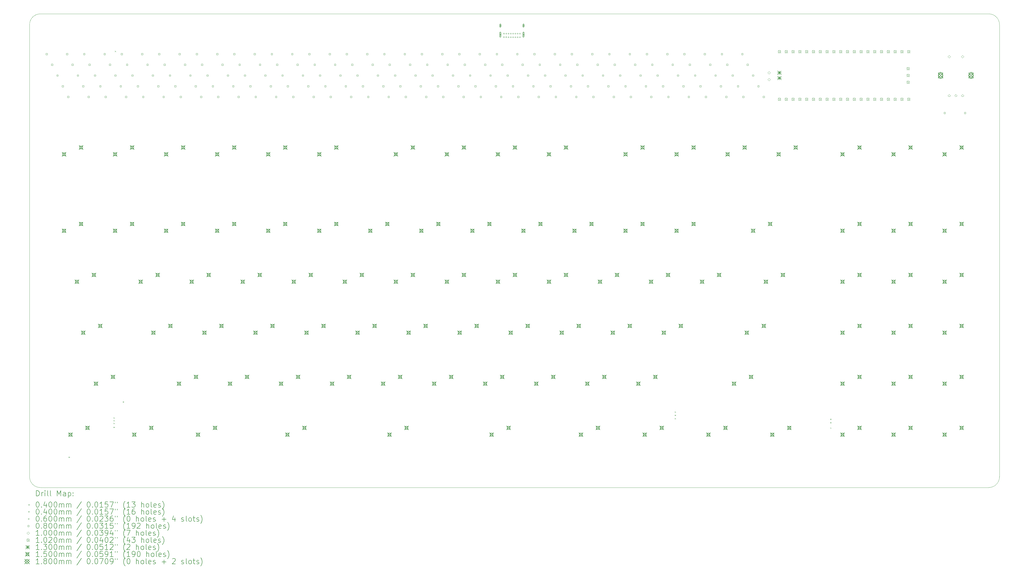
<source format=gbr>
%FSLAX45Y45*%
G04 Gerber Fmt 4.5, Leading zero omitted, Abs format (unit mm)*
G04 Created by KiCad (PCBNEW (6.0.0)) date 2022-03-01 15:51:02*
%MOMM*%
%LPD*%
G01*
G04 APERTURE LIST*
%TA.AperFunction,Profile*%
%ADD10C,0.100000*%
%TD*%
%ADD11C,0.200000*%
%ADD12C,0.040000*%
%ADD13C,0.060000*%
%ADD14C,0.080000*%
%ADD15C,0.100000*%
%ADD16C,0.102000*%
%ADD17C,0.130000*%
%ADD18C,0.150000*%
%ADD19C,0.180000*%
G04 APERTURE END LIST*
D10*
X47200000Y-20900000D02*
X47200000Y-33900000D01*
X46800000Y-34300000D02*
X11400000Y-34300000D01*
X11000000Y-33900000D02*
X11000000Y-20900000D01*
X11000000Y-17000000D02*
X11000000Y-20500000D01*
X46800000Y-34300000D02*
G75*
G03*
X47200000Y-33900000I0J400000D01*
G01*
X11400000Y-16600000D02*
G75*
G03*
X11000000Y-17000000I0J-400000D01*
G01*
X28175000Y-16600000D02*
X11400000Y-16600000D01*
X11000000Y-33900000D02*
G75*
G03*
X11400000Y-34300000I400000J0D01*
G01*
X47200000Y-20500000D02*
X47200000Y-17000000D01*
X47200000Y-20900000D02*
X47200000Y-20500000D01*
X29825000Y-16600000D02*
X28175000Y-16600000D01*
X47200000Y-17000000D02*
G75*
G03*
X46800000Y-16600000I-400000J0D01*
G01*
X29825000Y-16600000D02*
X46800000Y-16600000D01*
X11000000Y-20900000D02*
X11000000Y-20500000D01*
D11*
D12*
X12455000Y-33147502D02*
X12495000Y-33187502D01*
X12495000Y-33147502D02*
X12455000Y-33187502D01*
X14130000Y-31880000D02*
X14170000Y-31920000D01*
X14170000Y-31880000D02*
X14130000Y-31920000D01*
X14130000Y-32030000D02*
X14170000Y-32070000D01*
X14170000Y-32030000D02*
X14130000Y-32070000D01*
X14131265Y-31778735D02*
X14171265Y-31818735D01*
X14171265Y-31778735D02*
X14131265Y-31818735D01*
X14131894Y-31676833D02*
X14171894Y-31716833D01*
X14171894Y-31676833D02*
X14131894Y-31716833D01*
X14180000Y-17980000D02*
X14220000Y-18020000D01*
X14220000Y-17980000D02*
X14180000Y-18020000D01*
X14480000Y-31080000D02*
X14520000Y-31120000D01*
X14520000Y-31080000D02*
X14480000Y-31120000D01*
X35080000Y-31455000D02*
X35120000Y-31495000D01*
X35120000Y-31455000D02*
X35080000Y-31495000D01*
X35080000Y-31580000D02*
X35120000Y-31620000D01*
X35120000Y-31580000D02*
X35080000Y-31620000D01*
X35080000Y-31705000D02*
X35120000Y-31745000D01*
X35120000Y-31705000D02*
X35080000Y-31745000D01*
X40880000Y-31730000D02*
X40920000Y-31770000D01*
X40920000Y-31730000D02*
X40880000Y-31770000D01*
X40880000Y-31855000D02*
X40920000Y-31895000D01*
X40920000Y-31855000D02*
X40880000Y-31895000D01*
X40880000Y-32055000D02*
X40920000Y-32095000D01*
X40920000Y-32055000D02*
X40880000Y-32095000D01*
X28725000Y-17337500D02*
G75*
G03*
X28725000Y-17337500I-20000J0D01*
G01*
X28725000Y-17472500D02*
G75*
G03*
X28725000Y-17472500I-20000J0D01*
G01*
X28810000Y-17337500D02*
G75*
G03*
X28810000Y-17337500I-20000J0D01*
G01*
X28810000Y-17472500D02*
G75*
G03*
X28810000Y-17472500I-20000J0D01*
G01*
X28895000Y-17337500D02*
G75*
G03*
X28895000Y-17337500I-20000J0D01*
G01*
X28895000Y-17472500D02*
G75*
G03*
X28895000Y-17472500I-20000J0D01*
G01*
X28980000Y-17337500D02*
G75*
G03*
X28980000Y-17337500I-20000J0D01*
G01*
X28980000Y-17472500D02*
G75*
G03*
X28980000Y-17472500I-20000J0D01*
G01*
X29065000Y-17337500D02*
G75*
G03*
X29065000Y-17337500I-20000J0D01*
G01*
X29065000Y-17472500D02*
G75*
G03*
X29065000Y-17472500I-20000J0D01*
G01*
X29150000Y-17337500D02*
G75*
G03*
X29150000Y-17337500I-20000J0D01*
G01*
X29150000Y-17472500D02*
G75*
G03*
X29150000Y-17472500I-20000J0D01*
G01*
X29235000Y-17337500D02*
G75*
G03*
X29235000Y-17337500I-20000J0D01*
G01*
X29235000Y-17472500D02*
G75*
G03*
X29235000Y-17472500I-20000J0D01*
G01*
X29320000Y-17337500D02*
G75*
G03*
X29320000Y-17337500I-20000J0D01*
G01*
X29320000Y-17472500D02*
G75*
G03*
X29320000Y-17472500I-20000J0D01*
G01*
D13*
X28570000Y-17006500D02*
X28570000Y-17066500D01*
X28540000Y-17036500D02*
X28600000Y-17036500D01*
D11*
X28590000Y-17076500D02*
X28590000Y-16996500D01*
X28550000Y-17076500D02*
X28550000Y-16996500D01*
X28590000Y-16996500D02*
G75*
G03*
X28550000Y-16996500I-20000J0D01*
G01*
X28550000Y-17076500D02*
G75*
G03*
X28590000Y-17076500I20000J0D01*
G01*
D13*
X28570000Y-17344500D02*
X28570000Y-17404500D01*
X28540000Y-17374500D02*
X28600000Y-17374500D01*
D11*
X28590000Y-17449500D02*
X28590000Y-17299500D01*
X28550000Y-17449500D02*
X28550000Y-17299500D01*
X28590000Y-17299500D02*
G75*
G03*
X28550000Y-17299500I-20000J0D01*
G01*
X28550000Y-17449500D02*
G75*
G03*
X28590000Y-17449500I20000J0D01*
G01*
D13*
X29435000Y-17006500D02*
X29435000Y-17066500D01*
X29405000Y-17036500D02*
X29465000Y-17036500D01*
D11*
X29455000Y-17076500D02*
X29455000Y-16996500D01*
X29415000Y-17076500D02*
X29415000Y-16996500D01*
X29455000Y-16996500D02*
G75*
G03*
X29415000Y-16996500I-20000J0D01*
G01*
X29415000Y-17076500D02*
G75*
G03*
X29455000Y-17076500I20000J0D01*
G01*
D13*
X29435000Y-17344500D02*
X29435000Y-17404500D01*
X29405000Y-17374500D02*
X29465000Y-17374500D01*
D11*
X29455000Y-17449500D02*
X29455000Y-17299500D01*
X29415000Y-17449500D02*
X29415000Y-17299500D01*
X29455000Y-17299500D02*
G75*
G03*
X29415000Y-17299500I-20000J0D01*
G01*
X29415000Y-17449500D02*
G75*
G03*
X29455000Y-17449500I20000J0D01*
G01*
D14*
X11666284Y-18128285D02*
X11666284Y-18071716D01*
X11609715Y-18071716D01*
X11609715Y-18128285D01*
X11666284Y-18128285D01*
X11866284Y-18528285D02*
X11866284Y-18471716D01*
X11809715Y-18471716D01*
X11809715Y-18528285D01*
X11866284Y-18528285D01*
X12066284Y-18928285D02*
X12066284Y-18871716D01*
X12009715Y-18871716D01*
X12009715Y-18928285D01*
X12066284Y-18928285D01*
X12266284Y-19328285D02*
X12266284Y-19271716D01*
X12209715Y-19271716D01*
X12209715Y-19328285D01*
X12266284Y-19328285D01*
X12428284Y-18128285D02*
X12428284Y-18071716D01*
X12371715Y-18071716D01*
X12371715Y-18128285D01*
X12428284Y-18128285D01*
X12466284Y-19728285D02*
X12466284Y-19671716D01*
X12409715Y-19671716D01*
X12409715Y-19728285D01*
X12466284Y-19728285D01*
X12628284Y-18528285D02*
X12628284Y-18471716D01*
X12571715Y-18471716D01*
X12571715Y-18528285D01*
X12628284Y-18528285D01*
X12828284Y-18928285D02*
X12828284Y-18871716D01*
X12771715Y-18871716D01*
X12771715Y-18928285D01*
X12828284Y-18928285D01*
X13028284Y-19328285D02*
X13028284Y-19271716D01*
X12971715Y-19271716D01*
X12971715Y-19328285D01*
X13028284Y-19328285D01*
X13066284Y-18128285D02*
X13066284Y-18071716D01*
X13009715Y-18071716D01*
X13009715Y-18128285D01*
X13066284Y-18128285D01*
X13228284Y-19728285D02*
X13228284Y-19671716D01*
X13171715Y-19671716D01*
X13171715Y-19728285D01*
X13228284Y-19728285D01*
X13266284Y-18528285D02*
X13266284Y-18471716D01*
X13209715Y-18471716D01*
X13209715Y-18528285D01*
X13266284Y-18528285D01*
X13466284Y-18928285D02*
X13466284Y-18871716D01*
X13409715Y-18871716D01*
X13409715Y-18928285D01*
X13466284Y-18928285D01*
X13666284Y-19328285D02*
X13666284Y-19271716D01*
X13609715Y-19271716D01*
X13609715Y-19328285D01*
X13666284Y-19328285D01*
X13828284Y-18128285D02*
X13828284Y-18071716D01*
X13771715Y-18071716D01*
X13771715Y-18128285D01*
X13828284Y-18128285D01*
X13866284Y-19728285D02*
X13866284Y-19671716D01*
X13809715Y-19671716D01*
X13809715Y-19728285D01*
X13866284Y-19728285D01*
X14028284Y-18528285D02*
X14028284Y-18471716D01*
X13971715Y-18471716D01*
X13971715Y-18528285D01*
X14028284Y-18528285D01*
X14228284Y-18928285D02*
X14228284Y-18871716D01*
X14171715Y-18871716D01*
X14171715Y-18928285D01*
X14228284Y-18928285D01*
X14428284Y-19328285D02*
X14428284Y-19271716D01*
X14371715Y-19271716D01*
X14371715Y-19328285D01*
X14428284Y-19328285D01*
X14466284Y-18128285D02*
X14466284Y-18071716D01*
X14409715Y-18071716D01*
X14409715Y-18128285D01*
X14466284Y-18128285D01*
X14628284Y-19728285D02*
X14628284Y-19671716D01*
X14571715Y-19671716D01*
X14571715Y-19728285D01*
X14628284Y-19728285D01*
X14666284Y-18528285D02*
X14666284Y-18471716D01*
X14609715Y-18471716D01*
X14609715Y-18528285D01*
X14666284Y-18528285D01*
X14866284Y-18928285D02*
X14866284Y-18871716D01*
X14809715Y-18871716D01*
X14809715Y-18928285D01*
X14866284Y-18928285D01*
X15066284Y-19328285D02*
X15066284Y-19271716D01*
X15009715Y-19271716D01*
X15009715Y-19328285D01*
X15066284Y-19328285D01*
X15228284Y-18128285D02*
X15228284Y-18071716D01*
X15171715Y-18071716D01*
X15171715Y-18128285D01*
X15228284Y-18128285D01*
X15266284Y-19728285D02*
X15266284Y-19671716D01*
X15209715Y-19671716D01*
X15209715Y-19728285D01*
X15266284Y-19728285D01*
X15428284Y-18528285D02*
X15428284Y-18471716D01*
X15371715Y-18471716D01*
X15371715Y-18528285D01*
X15428284Y-18528285D01*
X15628284Y-18928285D02*
X15628284Y-18871716D01*
X15571715Y-18871716D01*
X15571715Y-18928285D01*
X15628284Y-18928285D01*
X15828284Y-19328285D02*
X15828284Y-19271716D01*
X15771715Y-19271716D01*
X15771715Y-19328285D01*
X15828284Y-19328285D01*
X15866284Y-18128285D02*
X15866284Y-18071716D01*
X15809715Y-18071716D01*
X15809715Y-18128285D01*
X15866284Y-18128285D01*
X16028284Y-19728285D02*
X16028284Y-19671716D01*
X15971715Y-19671716D01*
X15971715Y-19728285D01*
X16028284Y-19728285D01*
X16066284Y-18528285D02*
X16066284Y-18471716D01*
X16009715Y-18471716D01*
X16009715Y-18528285D01*
X16066284Y-18528285D01*
X16266284Y-18928285D02*
X16266284Y-18871716D01*
X16209715Y-18871716D01*
X16209715Y-18928285D01*
X16266284Y-18928285D01*
X16466284Y-19328285D02*
X16466284Y-19271716D01*
X16409715Y-19271716D01*
X16409715Y-19328285D01*
X16466284Y-19328285D01*
X16628284Y-18128285D02*
X16628284Y-18071716D01*
X16571715Y-18071716D01*
X16571715Y-18128285D01*
X16628284Y-18128285D01*
X16666284Y-19728285D02*
X16666284Y-19671716D01*
X16609715Y-19671716D01*
X16609715Y-19728285D01*
X16666284Y-19728285D01*
X16828285Y-18528285D02*
X16828285Y-18471716D01*
X16771715Y-18471716D01*
X16771715Y-18528285D01*
X16828285Y-18528285D01*
X17028285Y-18928285D02*
X17028285Y-18871716D01*
X16971716Y-18871716D01*
X16971716Y-18928285D01*
X17028285Y-18928285D01*
X17228285Y-19328285D02*
X17228285Y-19271716D01*
X17171716Y-19271716D01*
X17171716Y-19328285D01*
X17228285Y-19328285D01*
X17266285Y-18128285D02*
X17266285Y-18071716D01*
X17209716Y-18071716D01*
X17209716Y-18128285D01*
X17266285Y-18128285D01*
X17428285Y-19728285D02*
X17428285Y-19671716D01*
X17371716Y-19671716D01*
X17371716Y-19728285D01*
X17428285Y-19728285D01*
X17466285Y-18528285D02*
X17466285Y-18471716D01*
X17409716Y-18471716D01*
X17409716Y-18528285D01*
X17466285Y-18528285D01*
X17666285Y-18928285D02*
X17666285Y-18871716D01*
X17609716Y-18871716D01*
X17609716Y-18928285D01*
X17666285Y-18928285D01*
X17866285Y-19328285D02*
X17866285Y-19271716D01*
X17809716Y-19271716D01*
X17809716Y-19328285D01*
X17866285Y-19328285D01*
X18028285Y-18128285D02*
X18028285Y-18071716D01*
X17971716Y-18071716D01*
X17971716Y-18128285D01*
X18028285Y-18128285D01*
X18066285Y-19728285D02*
X18066285Y-19671716D01*
X18009716Y-19671716D01*
X18009716Y-19728285D01*
X18066285Y-19728285D01*
X18228285Y-18528285D02*
X18228285Y-18471716D01*
X18171716Y-18471716D01*
X18171716Y-18528285D01*
X18228285Y-18528285D01*
X18428285Y-18928285D02*
X18428285Y-18871716D01*
X18371716Y-18871716D01*
X18371716Y-18928285D01*
X18428285Y-18928285D01*
X18628285Y-19328285D02*
X18628285Y-19271716D01*
X18571716Y-19271716D01*
X18571716Y-19328285D01*
X18628285Y-19328285D01*
X18666285Y-18128285D02*
X18666285Y-18071716D01*
X18609716Y-18071716D01*
X18609716Y-18128285D01*
X18666285Y-18128285D01*
X18828285Y-19728285D02*
X18828285Y-19671716D01*
X18771716Y-19671716D01*
X18771716Y-19728285D01*
X18828285Y-19728285D01*
X18866285Y-18528285D02*
X18866285Y-18471716D01*
X18809716Y-18471716D01*
X18809716Y-18528285D01*
X18866285Y-18528285D01*
X19066285Y-18928285D02*
X19066285Y-18871716D01*
X19009716Y-18871716D01*
X19009716Y-18928285D01*
X19066285Y-18928285D01*
X19266285Y-19328285D02*
X19266285Y-19271716D01*
X19209716Y-19271716D01*
X19209716Y-19328285D01*
X19266285Y-19328285D01*
X19428285Y-18128285D02*
X19428285Y-18071716D01*
X19371716Y-18071716D01*
X19371716Y-18128285D01*
X19428285Y-18128285D01*
X19466285Y-19728285D02*
X19466285Y-19671716D01*
X19409716Y-19671716D01*
X19409716Y-19728285D01*
X19466285Y-19728285D01*
X19628285Y-18528285D02*
X19628285Y-18471716D01*
X19571716Y-18471716D01*
X19571716Y-18528285D01*
X19628285Y-18528285D01*
X19828285Y-18928285D02*
X19828285Y-18871716D01*
X19771716Y-18871716D01*
X19771716Y-18928285D01*
X19828285Y-18928285D01*
X20028285Y-19328285D02*
X20028285Y-19271716D01*
X19971716Y-19271716D01*
X19971716Y-19328285D01*
X20028285Y-19328285D01*
X20066285Y-18128285D02*
X20066285Y-18071716D01*
X20009716Y-18071716D01*
X20009716Y-18128285D01*
X20066285Y-18128285D01*
X20228285Y-19728285D02*
X20228285Y-19671716D01*
X20171716Y-19671716D01*
X20171716Y-19728285D01*
X20228285Y-19728285D01*
X20266285Y-18528285D02*
X20266285Y-18471716D01*
X20209716Y-18471716D01*
X20209716Y-18528285D01*
X20266285Y-18528285D01*
X20466285Y-18928285D02*
X20466285Y-18871716D01*
X20409716Y-18871716D01*
X20409716Y-18928285D01*
X20466285Y-18928285D01*
X20666285Y-19328285D02*
X20666285Y-19271716D01*
X20609716Y-19271716D01*
X20609716Y-19328285D01*
X20666285Y-19328285D01*
X20828285Y-18128285D02*
X20828285Y-18071716D01*
X20771716Y-18071716D01*
X20771716Y-18128285D01*
X20828285Y-18128285D01*
X20866285Y-19728285D02*
X20866285Y-19671716D01*
X20809716Y-19671716D01*
X20809716Y-19728285D01*
X20866285Y-19728285D01*
X21028285Y-18528285D02*
X21028285Y-18471716D01*
X20971716Y-18471716D01*
X20971716Y-18528285D01*
X21028285Y-18528285D01*
X21228285Y-18928285D02*
X21228285Y-18871716D01*
X21171716Y-18871716D01*
X21171716Y-18928285D01*
X21228285Y-18928285D01*
X21428285Y-19328285D02*
X21428285Y-19271716D01*
X21371716Y-19271716D01*
X21371716Y-19328285D01*
X21428285Y-19328285D01*
X21466285Y-18128285D02*
X21466285Y-18071716D01*
X21409716Y-18071716D01*
X21409716Y-18128285D01*
X21466285Y-18128285D01*
X21628285Y-19728285D02*
X21628285Y-19671716D01*
X21571716Y-19671716D01*
X21571716Y-19728285D01*
X21628285Y-19728285D01*
X21666285Y-18528285D02*
X21666285Y-18471716D01*
X21609716Y-18471716D01*
X21609716Y-18528285D01*
X21666285Y-18528285D01*
X21866285Y-18928285D02*
X21866285Y-18871716D01*
X21809716Y-18871716D01*
X21809716Y-18928285D01*
X21866285Y-18928285D01*
X22066285Y-19328285D02*
X22066285Y-19271716D01*
X22009716Y-19271716D01*
X22009716Y-19328285D01*
X22066285Y-19328285D01*
X22228285Y-18128285D02*
X22228285Y-18071716D01*
X22171716Y-18071716D01*
X22171716Y-18128285D01*
X22228285Y-18128285D01*
X22266285Y-19728285D02*
X22266285Y-19671716D01*
X22209716Y-19671716D01*
X22209716Y-19728285D01*
X22266285Y-19728285D01*
X22428284Y-18528285D02*
X22428284Y-18471716D01*
X22371715Y-18471716D01*
X22371715Y-18528285D01*
X22428284Y-18528285D01*
X22628284Y-18928285D02*
X22628284Y-18871716D01*
X22571715Y-18871716D01*
X22571715Y-18928285D01*
X22628284Y-18928285D01*
X22828284Y-19328285D02*
X22828284Y-19271716D01*
X22771715Y-19271716D01*
X22771715Y-19328285D01*
X22828284Y-19328285D01*
X22866284Y-18128285D02*
X22866284Y-18071716D01*
X22809715Y-18071716D01*
X22809715Y-18128285D01*
X22866284Y-18128285D01*
X23028284Y-19728285D02*
X23028284Y-19671716D01*
X22971715Y-19671716D01*
X22971715Y-19728285D01*
X23028284Y-19728285D01*
X23066284Y-18528285D02*
X23066284Y-18471716D01*
X23009715Y-18471716D01*
X23009715Y-18528285D01*
X23066284Y-18528285D01*
X23266284Y-18928285D02*
X23266284Y-18871716D01*
X23209715Y-18871716D01*
X23209715Y-18928285D01*
X23266284Y-18928285D01*
X23466284Y-19328285D02*
X23466284Y-19271716D01*
X23409715Y-19271716D01*
X23409715Y-19328285D01*
X23466284Y-19328285D01*
X23628284Y-18128285D02*
X23628284Y-18071716D01*
X23571715Y-18071716D01*
X23571715Y-18128285D01*
X23628284Y-18128285D01*
X23666284Y-19728285D02*
X23666284Y-19671716D01*
X23609715Y-19671716D01*
X23609715Y-19728285D01*
X23666284Y-19728285D01*
X23828284Y-18528285D02*
X23828284Y-18471716D01*
X23771715Y-18471716D01*
X23771715Y-18528285D01*
X23828284Y-18528285D01*
X24028284Y-18928285D02*
X24028284Y-18871716D01*
X23971715Y-18871716D01*
X23971715Y-18928285D01*
X24028284Y-18928285D01*
X24228284Y-19328285D02*
X24228284Y-19271716D01*
X24171715Y-19271716D01*
X24171715Y-19328285D01*
X24228284Y-19328285D01*
X24266284Y-18128285D02*
X24266284Y-18071716D01*
X24209715Y-18071716D01*
X24209715Y-18128285D01*
X24266284Y-18128285D01*
X24428284Y-19728285D02*
X24428284Y-19671716D01*
X24371715Y-19671716D01*
X24371715Y-19728285D01*
X24428284Y-19728285D01*
X24466284Y-18528285D02*
X24466284Y-18471716D01*
X24409715Y-18471716D01*
X24409715Y-18528285D01*
X24466284Y-18528285D01*
X24666284Y-18928285D02*
X24666284Y-18871716D01*
X24609715Y-18871716D01*
X24609715Y-18928285D01*
X24666284Y-18928285D01*
X24866284Y-19328285D02*
X24866284Y-19271716D01*
X24809715Y-19271716D01*
X24809715Y-19328285D01*
X24866284Y-19328285D01*
X25028284Y-18128285D02*
X25028284Y-18071716D01*
X24971715Y-18071716D01*
X24971715Y-18128285D01*
X25028284Y-18128285D01*
X25066284Y-19728285D02*
X25066284Y-19671716D01*
X25009715Y-19671716D01*
X25009715Y-19728285D01*
X25066284Y-19728285D01*
X25228284Y-18528285D02*
X25228284Y-18471716D01*
X25171715Y-18471716D01*
X25171715Y-18528285D01*
X25228284Y-18528285D01*
X25428284Y-18928285D02*
X25428284Y-18871716D01*
X25371715Y-18871716D01*
X25371715Y-18928285D01*
X25428284Y-18928285D01*
X25628284Y-19328285D02*
X25628284Y-19271716D01*
X25571715Y-19271716D01*
X25571715Y-19328285D01*
X25628284Y-19328285D01*
X25666284Y-18128285D02*
X25666284Y-18071716D01*
X25609715Y-18071716D01*
X25609715Y-18128285D01*
X25666284Y-18128285D01*
X25828284Y-19728285D02*
X25828284Y-19671716D01*
X25771715Y-19671716D01*
X25771715Y-19728285D01*
X25828284Y-19728285D01*
X25866284Y-18528285D02*
X25866284Y-18471716D01*
X25809715Y-18471716D01*
X25809715Y-18528285D01*
X25866284Y-18528285D01*
X26066284Y-18928285D02*
X26066284Y-18871716D01*
X26009715Y-18871716D01*
X26009715Y-18928285D01*
X26066284Y-18928285D01*
X26266284Y-19328285D02*
X26266284Y-19271716D01*
X26209715Y-19271716D01*
X26209715Y-19328285D01*
X26266284Y-19328285D01*
X26428284Y-18128285D02*
X26428284Y-18071716D01*
X26371715Y-18071716D01*
X26371715Y-18128285D01*
X26428284Y-18128285D01*
X26466284Y-19728285D02*
X26466284Y-19671716D01*
X26409715Y-19671716D01*
X26409715Y-19728285D01*
X26466284Y-19728285D01*
X26628284Y-18528285D02*
X26628284Y-18471716D01*
X26571715Y-18471716D01*
X26571715Y-18528285D01*
X26628284Y-18528285D01*
X26828284Y-18928285D02*
X26828284Y-18871716D01*
X26771715Y-18871716D01*
X26771715Y-18928285D01*
X26828284Y-18928285D01*
X27028284Y-19328285D02*
X27028284Y-19271716D01*
X26971715Y-19271716D01*
X26971715Y-19328285D01*
X27028284Y-19328285D01*
X27066284Y-18128285D02*
X27066284Y-18071716D01*
X27009715Y-18071716D01*
X27009715Y-18128285D01*
X27066284Y-18128285D01*
X27228284Y-19728285D02*
X27228284Y-19671716D01*
X27171715Y-19671716D01*
X27171715Y-19728285D01*
X27228284Y-19728285D01*
X27266284Y-18528285D02*
X27266284Y-18471716D01*
X27209715Y-18471716D01*
X27209715Y-18528285D01*
X27266284Y-18528285D01*
X27466284Y-18928285D02*
X27466284Y-18871716D01*
X27409715Y-18871716D01*
X27409715Y-18928285D01*
X27466284Y-18928285D01*
X27666284Y-19328285D02*
X27666284Y-19271716D01*
X27609715Y-19271716D01*
X27609715Y-19328285D01*
X27666284Y-19328285D01*
X27828284Y-18128285D02*
X27828284Y-18071716D01*
X27771715Y-18071716D01*
X27771715Y-18128285D01*
X27828284Y-18128285D01*
X27866284Y-19728285D02*
X27866284Y-19671716D01*
X27809715Y-19671716D01*
X27809715Y-19728285D01*
X27866284Y-19728285D01*
X28028284Y-18528285D02*
X28028284Y-18471716D01*
X27971715Y-18471716D01*
X27971715Y-18528285D01*
X28028284Y-18528285D01*
X28228284Y-18928285D02*
X28228284Y-18871716D01*
X28171715Y-18871716D01*
X28171715Y-18928285D01*
X28228284Y-18928285D01*
X28428284Y-19328285D02*
X28428284Y-19271716D01*
X28371715Y-19271716D01*
X28371715Y-19328285D01*
X28428284Y-19328285D01*
X28466284Y-18128285D02*
X28466284Y-18071716D01*
X28409715Y-18071716D01*
X28409715Y-18128285D01*
X28466284Y-18128285D01*
X28628284Y-19728285D02*
X28628284Y-19671716D01*
X28571715Y-19671716D01*
X28571715Y-19728285D01*
X28628284Y-19728285D01*
X28666284Y-18528285D02*
X28666284Y-18471716D01*
X28609715Y-18471716D01*
X28609715Y-18528285D01*
X28666284Y-18528285D01*
X28866284Y-18928285D02*
X28866284Y-18871716D01*
X28809715Y-18871716D01*
X28809715Y-18928285D01*
X28866284Y-18928285D01*
X29066284Y-19328285D02*
X29066284Y-19271716D01*
X29009715Y-19271716D01*
X29009715Y-19328285D01*
X29066284Y-19328285D01*
X29228284Y-18128285D02*
X29228284Y-18071716D01*
X29171715Y-18071716D01*
X29171715Y-18128285D01*
X29228284Y-18128285D01*
X29266284Y-19728285D02*
X29266284Y-19671716D01*
X29209715Y-19671716D01*
X29209715Y-19728285D01*
X29266284Y-19728285D01*
X29428284Y-18528285D02*
X29428284Y-18471716D01*
X29371715Y-18471716D01*
X29371715Y-18528285D01*
X29428284Y-18528285D01*
X29628284Y-18928285D02*
X29628284Y-18871716D01*
X29571715Y-18871716D01*
X29571715Y-18928285D01*
X29628284Y-18928285D01*
X29828284Y-19328285D02*
X29828284Y-19271716D01*
X29771715Y-19271716D01*
X29771715Y-19328285D01*
X29828284Y-19328285D01*
X29866284Y-18128285D02*
X29866284Y-18071716D01*
X29809715Y-18071716D01*
X29809715Y-18128285D01*
X29866284Y-18128285D01*
X30028284Y-19728285D02*
X30028284Y-19671716D01*
X29971715Y-19671716D01*
X29971715Y-19728285D01*
X30028284Y-19728285D01*
X30066284Y-18528285D02*
X30066284Y-18471716D01*
X30009715Y-18471716D01*
X30009715Y-18528285D01*
X30066284Y-18528285D01*
X30266284Y-18928285D02*
X30266284Y-18871716D01*
X30209715Y-18871716D01*
X30209715Y-18928285D01*
X30266284Y-18928285D01*
X30466284Y-19328285D02*
X30466284Y-19271716D01*
X30409715Y-19271716D01*
X30409715Y-19328285D01*
X30466284Y-19328285D01*
X30628284Y-18128285D02*
X30628284Y-18071716D01*
X30571715Y-18071716D01*
X30571715Y-18128285D01*
X30628284Y-18128285D01*
X30666284Y-19728285D02*
X30666284Y-19671716D01*
X30609715Y-19671716D01*
X30609715Y-19728285D01*
X30666284Y-19728285D01*
X30828284Y-18528285D02*
X30828284Y-18471716D01*
X30771715Y-18471716D01*
X30771715Y-18528285D01*
X30828284Y-18528285D01*
X31028284Y-18928285D02*
X31028284Y-18871716D01*
X30971715Y-18871716D01*
X30971715Y-18928285D01*
X31028284Y-18928285D01*
X31228284Y-19328285D02*
X31228284Y-19271716D01*
X31171715Y-19271716D01*
X31171715Y-19328285D01*
X31228284Y-19328285D01*
X31266284Y-18128285D02*
X31266284Y-18071716D01*
X31209715Y-18071716D01*
X31209715Y-18128285D01*
X31266284Y-18128285D01*
X31428284Y-19728285D02*
X31428284Y-19671716D01*
X31371715Y-19671716D01*
X31371715Y-19728285D01*
X31428284Y-19728285D01*
X31466284Y-18528285D02*
X31466284Y-18471716D01*
X31409715Y-18471716D01*
X31409715Y-18528285D01*
X31466284Y-18528285D01*
X31666284Y-18928285D02*
X31666284Y-18871716D01*
X31609715Y-18871716D01*
X31609715Y-18928285D01*
X31666284Y-18928285D01*
X31866284Y-19328285D02*
X31866284Y-19271716D01*
X31809715Y-19271716D01*
X31809715Y-19328285D01*
X31866284Y-19328285D01*
X32028284Y-18128285D02*
X32028284Y-18071716D01*
X31971715Y-18071716D01*
X31971715Y-18128285D01*
X32028284Y-18128285D01*
X32066284Y-19728285D02*
X32066284Y-19671716D01*
X32009715Y-19671716D01*
X32009715Y-19728285D01*
X32066284Y-19728285D01*
X32228284Y-18528285D02*
X32228284Y-18471716D01*
X32171715Y-18471716D01*
X32171715Y-18528285D01*
X32228284Y-18528285D01*
X32428284Y-18928285D02*
X32428284Y-18871716D01*
X32371715Y-18871716D01*
X32371715Y-18928285D01*
X32428284Y-18928285D01*
X32628284Y-19328285D02*
X32628284Y-19271716D01*
X32571715Y-19271716D01*
X32571715Y-19328285D01*
X32628284Y-19328285D01*
X32666284Y-18128285D02*
X32666284Y-18071716D01*
X32609715Y-18071716D01*
X32609715Y-18128285D01*
X32666284Y-18128285D01*
X32828284Y-19728285D02*
X32828284Y-19671716D01*
X32771715Y-19671716D01*
X32771715Y-19728285D01*
X32828284Y-19728285D01*
X32866284Y-18528285D02*
X32866284Y-18471716D01*
X32809715Y-18471716D01*
X32809715Y-18528285D01*
X32866284Y-18528285D01*
X33066284Y-18928285D02*
X33066284Y-18871716D01*
X33009715Y-18871716D01*
X33009715Y-18928285D01*
X33066284Y-18928285D01*
X33266284Y-19328285D02*
X33266284Y-19271716D01*
X33209715Y-19271716D01*
X33209715Y-19328285D01*
X33266284Y-19328285D01*
X33428284Y-18128285D02*
X33428284Y-18071716D01*
X33371715Y-18071716D01*
X33371715Y-18128285D01*
X33428284Y-18128285D01*
X33466284Y-19728285D02*
X33466284Y-19671716D01*
X33409715Y-19671716D01*
X33409715Y-19728285D01*
X33466284Y-19728285D01*
X33628285Y-18528285D02*
X33628285Y-18471716D01*
X33571716Y-18471716D01*
X33571716Y-18528285D01*
X33628285Y-18528285D01*
X33828285Y-18928285D02*
X33828285Y-18871716D01*
X33771716Y-18871716D01*
X33771716Y-18928285D01*
X33828285Y-18928285D01*
X34028285Y-19328285D02*
X34028285Y-19271716D01*
X33971716Y-19271716D01*
X33971716Y-19328285D01*
X34028285Y-19328285D01*
X34066285Y-18128285D02*
X34066285Y-18071716D01*
X34009716Y-18071716D01*
X34009716Y-18128285D01*
X34066285Y-18128285D01*
X34228285Y-19728285D02*
X34228285Y-19671716D01*
X34171716Y-19671716D01*
X34171716Y-19728285D01*
X34228285Y-19728285D01*
X34266285Y-18528285D02*
X34266285Y-18471716D01*
X34209716Y-18471716D01*
X34209716Y-18528285D01*
X34266285Y-18528285D01*
X34466285Y-18928285D02*
X34466285Y-18871716D01*
X34409716Y-18871716D01*
X34409716Y-18928285D01*
X34466285Y-18928285D01*
X34666285Y-19328285D02*
X34666285Y-19271716D01*
X34609716Y-19271716D01*
X34609716Y-19328285D01*
X34666285Y-19328285D01*
X34828285Y-18128285D02*
X34828285Y-18071716D01*
X34771716Y-18071716D01*
X34771716Y-18128285D01*
X34828285Y-18128285D01*
X34866285Y-19728285D02*
X34866285Y-19671716D01*
X34809716Y-19671716D01*
X34809716Y-19728285D01*
X34866285Y-19728285D01*
X35028285Y-18528285D02*
X35028285Y-18471716D01*
X34971716Y-18471716D01*
X34971716Y-18528285D01*
X35028285Y-18528285D01*
X35228285Y-18928285D02*
X35228285Y-18871716D01*
X35171716Y-18871716D01*
X35171716Y-18928285D01*
X35228285Y-18928285D01*
X35428285Y-19328285D02*
X35428285Y-19271716D01*
X35371716Y-19271716D01*
X35371716Y-19328285D01*
X35428285Y-19328285D01*
X35466285Y-18128285D02*
X35466285Y-18071716D01*
X35409716Y-18071716D01*
X35409716Y-18128285D01*
X35466285Y-18128285D01*
X35628285Y-19728285D02*
X35628285Y-19671716D01*
X35571716Y-19671716D01*
X35571716Y-19728285D01*
X35628285Y-19728285D01*
X35666285Y-18528285D02*
X35666285Y-18471716D01*
X35609716Y-18471716D01*
X35609716Y-18528285D01*
X35666285Y-18528285D01*
X35866285Y-18928285D02*
X35866285Y-18871716D01*
X35809716Y-18871716D01*
X35809716Y-18928285D01*
X35866285Y-18928285D01*
X36066285Y-19328285D02*
X36066285Y-19271716D01*
X36009716Y-19271716D01*
X36009716Y-19328285D01*
X36066285Y-19328285D01*
X36228285Y-18128285D02*
X36228285Y-18071716D01*
X36171716Y-18071716D01*
X36171716Y-18128285D01*
X36228285Y-18128285D01*
X36266285Y-19728285D02*
X36266285Y-19671716D01*
X36209716Y-19671716D01*
X36209716Y-19728285D01*
X36266285Y-19728285D01*
X36428285Y-18528285D02*
X36428285Y-18471716D01*
X36371716Y-18471716D01*
X36371716Y-18528285D01*
X36428285Y-18528285D01*
X36628285Y-18928285D02*
X36628285Y-18871716D01*
X36571716Y-18871716D01*
X36571716Y-18928285D01*
X36628285Y-18928285D01*
X36828285Y-19328285D02*
X36828285Y-19271716D01*
X36771716Y-19271716D01*
X36771716Y-19328285D01*
X36828285Y-19328285D01*
X36866285Y-18128285D02*
X36866285Y-18071716D01*
X36809716Y-18071716D01*
X36809716Y-18128285D01*
X36866285Y-18128285D01*
X37028285Y-19728285D02*
X37028285Y-19671716D01*
X36971716Y-19671716D01*
X36971716Y-19728285D01*
X37028285Y-19728285D01*
X37066285Y-18528285D02*
X37066285Y-18471716D01*
X37009716Y-18471716D01*
X37009716Y-18528285D01*
X37066285Y-18528285D01*
X37266285Y-18928285D02*
X37266285Y-18871716D01*
X37209716Y-18871716D01*
X37209716Y-18928285D01*
X37266285Y-18928285D01*
X37466285Y-19328285D02*
X37466285Y-19271716D01*
X37409716Y-19271716D01*
X37409716Y-19328285D01*
X37466285Y-19328285D01*
X37628285Y-18128285D02*
X37628285Y-18071716D01*
X37571716Y-18071716D01*
X37571716Y-18128285D01*
X37628285Y-18128285D01*
X37666285Y-19728285D02*
X37666285Y-19671716D01*
X37609716Y-19671716D01*
X37609716Y-19728285D01*
X37666285Y-19728285D01*
X37828285Y-18528285D02*
X37828285Y-18471716D01*
X37771716Y-18471716D01*
X37771716Y-18528285D01*
X37828285Y-18528285D01*
X38028285Y-18928285D02*
X38028285Y-18871716D01*
X37971716Y-18871716D01*
X37971716Y-18928285D01*
X38028285Y-18928285D01*
X38228285Y-19328285D02*
X38228285Y-19271716D01*
X38171716Y-19271716D01*
X38171716Y-19328285D01*
X38228285Y-19328285D01*
X38428285Y-19728285D02*
X38428285Y-19671716D01*
X38371716Y-19671716D01*
X38371716Y-19728285D01*
X38428285Y-19728285D01*
X45178284Y-20328285D02*
X45178284Y-20271716D01*
X45121715Y-20271716D01*
X45121715Y-20328285D01*
X45178284Y-20328285D01*
X45940284Y-20328285D02*
X45940284Y-20271716D01*
X45883715Y-20271716D01*
X45883715Y-20328285D01*
X45940284Y-20328285D01*
D15*
X38600000Y-18850000D02*
X38650000Y-18800000D01*
X38600000Y-18750000D01*
X38550000Y-18800000D01*
X38600000Y-18850000D01*
X38600000Y-19104000D02*
X38650000Y-19054000D01*
X38600000Y-19004000D01*
X38550000Y-19054000D01*
X38600000Y-19104000D01*
X45320000Y-18250000D02*
X45370000Y-18200000D01*
X45320000Y-18150000D01*
X45270000Y-18200000D01*
X45320000Y-18250000D01*
X45320000Y-19700000D02*
X45370000Y-19650000D01*
X45320000Y-19600000D01*
X45270000Y-19650000D01*
X45320000Y-19700000D01*
X45570000Y-19700000D02*
X45620000Y-19650000D01*
X45570000Y-19600000D01*
X45520000Y-19650000D01*
X45570000Y-19700000D01*
X45820000Y-18250000D02*
X45870000Y-18200000D01*
X45820000Y-18150000D01*
X45770000Y-18200000D01*
X45820000Y-18250000D01*
X45820000Y-19700000D02*
X45870000Y-19650000D01*
X45820000Y-19600000D01*
X45770000Y-19650000D01*
X45820000Y-19700000D01*
D16*
X38936000Y-17960000D02*
X39038000Y-18062000D01*
X39038000Y-17960000D02*
X38936000Y-18062000D01*
X39038000Y-18011000D02*
G75*
G03*
X39038000Y-18011000I-51000J0D01*
G01*
X38936000Y-19738000D02*
X39038000Y-19840000D01*
X39038000Y-19738000D02*
X38936000Y-19840000D01*
X39038000Y-19789000D02*
G75*
G03*
X39038000Y-19789000I-51000J0D01*
G01*
X39190000Y-17960000D02*
X39292000Y-18062000D01*
X39292000Y-17960000D02*
X39190000Y-18062000D01*
X39292000Y-18011000D02*
G75*
G03*
X39292000Y-18011000I-51000J0D01*
G01*
X39190000Y-19738000D02*
X39292000Y-19840000D01*
X39292000Y-19738000D02*
X39190000Y-19840000D01*
X39292000Y-19789000D02*
G75*
G03*
X39292000Y-19789000I-51000J0D01*
G01*
X39444000Y-17960000D02*
X39546000Y-18062000D01*
X39546000Y-17960000D02*
X39444000Y-18062000D01*
X39546000Y-18011000D02*
G75*
G03*
X39546000Y-18011000I-51000J0D01*
G01*
X39444000Y-19738000D02*
X39546000Y-19840000D01*
X39546000Y-19738000D02*
X39444000Y-19840000D01*
X39546000Y-19789000D02*
G75*
G03*
X39546000Y-19789000I-51000J0D01*
G01*
X39698000Y-17960000D02*
X39800000Y-18062000D01*
X39800000Y-17960000D02*
X39698000Y-18062000D01*
X39800000Y-18011000D02*
G75*
G03*
X39800000Y-18011000I-51000J0D01*
G01*
X39698000Y-19738000D02*
X39800000Y-19840000D01*
X39800000Y-19738000D02*
X39698000Y-19840000D01*
X39800000Y-19789000D02*
G75*
G03*
X39800000Y-19789000I-51000J0D01*
G01*
X39952000Y-17960000D02*
X40054000Y-18062000D01*
X40054000Y-17960000D02*
X39952000Y-18062000D01*
X40054000Y-18011000D02*
G75*
G03*
X40054000Y-18011000I-51000J0D01*
G01*
X39952000Y-19738000D02*
X40054000Y-19840000D01*
X40054000Y-19738000D02*
X39952000Y-19840000D01*
X40054000Y-19789000D02*
G75*
G03*
X40054000Y-19789000I-51000J0D01*
G01*
X40206000Y-17960000D02*
X40308000Y-18062000D01*
X40308000Y-17960000D02*
X40206000Y-18062000D01*
X40308000Y-18011000D02*
G75*
G03*
X40308000Y-18011000I-51000J0D01*
G01*
X40206000Y-19738000D02*
X40308000Y-19840000D01*
X40308000Y-19738000D02*
X40206000Y-19840000D01*
X40308000Y-19789000D02*
G75*
G03*
X40308000Y-19789000I-51000J0D01*
G01*
X40460000Y-17960000D02*
X40562000Y-18062000D01*
X40562000Y-17960000D02*
X40460000Y-18062000D01*
X40562000Y-18011000D02*
G75*
G03*
X40562000Y-18011000I-51000J0D01*
G01*
X40460000Y-19738000D02*
X40562000Y-19840000D01*
X40562000Y-19738000D02*
X40460000Y-19840000D01*
X40562000Y-19789000D02*
G75*
G03*
X40562000Y-19789000I-51000J0D01*
G01*
X40714000Y-17960000D02*
X40816000Y-18062000D01*
X40816000Y-17960000D02*
X40714000Y-18062000D01*
X40816000Y-18011000D02*
G75*
G03*
X40816000Y-18011000I-51000J0D01*
G01*
X40714000Y-19738000D02*
X40816000Y-19840000D01*
X40816000Y-19738000D02*
X40714000Y-19840000D01*
X40816000Y-19789000D02*
G75*
G03*
X40816000Y-19789000I-51000J0D01*
G01*
X40968000Y-17960000D02*
X41070000Y-18062000D01*
X41070000Y-17960000D02*
X40968000Y-18062000D01*
X41070000Y-18011000D02*
G75*
G03*
X41070000Y-18011000I-51000J0D01*
G01*
X40968000Y-19738000D02*
X41070000Y-19840000D01*
X41070000Y-19738000D02*
X40968000Y-19840000D01*
X41070000Y-19789000D02*
G75*
G03*
X41070000Y-19789000I-51000J0D01*
G01*
X41222000Y-17960000D02*
X41324000Y-18062000D01*
X41324000Y-17960000D02*
X41222000Y-18062000D01*
X41324000Y-18011000D02*
G75*
G03*
X41324000Y-18011000I-51000J0D01*
G01*
X41222000Y-19738000D02*
X41324000Y-19840000D01*
X41324000Y-19738000D02*
X41222000Y-19840000D01*
X41324000Y-19789000D02*
G75*
G03*
X41324000Y-19789000I-51000J0D01*
G01*
X41476000Y-17960000D02*
X41578000Y-18062000D01*
X41578000Y-17960000D02*
X41476000Y-18062000D01*
X41578000Y-18011000D02*
G75*
G03*
X41578000Y-18011000I-51000J0D01*
G01*
X41476000Y-19738000D02*
X41578000Y-19840000D01*
X41578000Y-19738000D02*
X41476000Y-19840000D01*
X41578000Y-19789000D02*
G75*
G03*
X41578000Y-19789000I-51000J0D01*
G01*
X41730000Y-17960000D02*
X41832000Y-18062000D01*
X41832000Y-17960000D02*
X41730000Y-18062000D01*
X41832000Y-18011000D02*
G75*
G03*
X41832000Y-18011000I-51000J0D01*
G01*
X41730000Y-19738000D02*
X41832000Y-19840000D01*
X41832000Y-19738000D02*
X41730000Y-19840000D01*
X41832000Y-19789000D02*
G75*
G03*
X41832000Y-19789000I-51000J0D01*
G01*
X41984000Y-17960000D02*
X42086000Y-18062000D01*
X42086000Y-17960000D02*
X41984000Y-18062000D01*
X42086000Y-18011000D02*
G75*
G03*
X42086000Y-18011000I-51000J0D01*
G01*
X41984000Y-19738000D02*
X42086000Y-19840000D01*
X42086000Y-19738000D02*
X41984000Y-19840000D01*
X42086000Y-19789000D02*
G75*
G03*
X42086000Y-19789000I-51000J0D01*
G01*
X42238000Y-17960000D02*
X42340000Y-18062000D01*
X42340000Y-17960000D02*
X42238000Y-18062000D01*
X42340000Y-18011000D02*
G75*
G03*
X42340000Y-18011000I-51000J0D01*
G01*
X42238000Y-19738000D02*
X42340000Y-19840000D01*
X42340000Y-19738000D02*
X42238000Y-19840000D01*
X42340000Y-19789000D02*
G75*
G03*
X42340000Y-19789000I-51000J0D01*
G01*
X42492000Y-17960000D02*
X42594000Y-18062000D01*
X42594000Y-17960000D02*
X42492000Y-18062000D01*
X42594000Y-18011000D02*
G75*
G03*
X42594000Y-18011000I-51000J0D01*
G01*
X42492000Y-19738000D02*
X42594000Y-19840000D01*
X42594000Y-19738000D02*
X42492000Y-19840000D01*
X42594000Y-19789000D02*
G75*
G03*
X42594000Y-19789000I-51000J0D01*
G01*
X42746000Y-17960000D02*
X42848000Y-18062000D01*
X42848000Y-17960000D02*
X42746000Y-18062000D01*
X42848000Y-18011000D02*
G75*
G03*
X42848000Y-18011000I-51000J0D01*
G01*
X42746000Y-19738000D02*
X42848000Y-19840000D01*
X42848000Y-19738000D02*
X42746000Y-19840000D01*
X42848000Y-19789000D02*
G75*
G03*
X42848000Y-19789000I-51000J0D01*
G01*
X43000000Y-17960000D02*
X43102000Y-18062000D01*
X43102000Y-17960000D02*
X43000000Y-18062000D01*
X43102000Y-18011000D02*
G75*
G03*
X43102000Y-18011000I-51000J0D01*
G01*
X43000000Y-19738000D02*
X43102000Y-19840000D01*
X43102000Y-19738000D02*
X43000000Y-19840000D01*
X43102000Y-19789000D02*
G75*
G03*
X43102000Y-19789000I-51000J0D01*
G01*
X43254000Y-17960000D02*
X43356000Y-18062000D01*
X43356000Y-17960000D02*
X43254000Y-18062000D01*
X43356000Y-18011000D02*
G75*
G03*
X43356000Y-18011000I-51000J0D01*
G01*
X43254000Y-19738000D02*
X43356000Y-19840000D01*
X43356000Y-19738000D02*
X43254000Y-19840000D01*
X43356000Y-19789000D02*
G75*
G03*
X43356000Y-19789000I-51000J0D01*
G01*
X43508000Y-17960000D02*
X43610000Y-18062000D01*
X43610000Y-17960000D02*
X43508000Y-18062000D01*
X43610000Y-18011000D02*
G75*
G03*
X43610000Y-18011000I-51000J0D01*
G01*
X43508000Y-19738000D02*
X43610000Y-19840000D01*
X43610000Y-19738000D02*
X43508000Y-19840000D01*
X43610000Y-19789000D02*
G75*
G03*
X43610000Y-19789000I-51000J0D01*
G01*
X43739000Y-18595000D02*
X43841000Y-18697000D01*
X43841000Y-18595000D02*
X43739000Y-18697000D01*
X43841000Y-18646000D02*
G75*
G03*
X43841000Y-18646000I-51000J0D01*
G01*
X43739000Y-18849000D02*
X43841000Y-18951000D01*
X43841000Y-18849000D02*
X43739000Y-18951000D01*
X43841000Y-18900000D02*
G75*
G03*
X43841000Y-18900000I-51000J0D01*
G01*
X43739000Y-19103000D02*
X43841000Y-19205000D01*
X43841000Y-19103000D02*
X43739000Y-19205000D01*
X43841000Y-19154000D02*
G75*
G03*
X43841000Y-19154000I-51000J0D01*
G01*
X43762000Y-17960000D02*
X43864000Y-18062000D01*
X43864000Y-17960000D02*
X43762000Y-18062000D01*
X43864000Y-18011000D02*
G75*
G03*
X43864000Y-18011000I-51000J0D01*
G01*
X43762000Y-19738000D02*
X43864000Y-19840000D01*
X43864000Y-19738000D02*
X43762000Y-19840000D01*
X43864000Y-19789000D02*
G75*
G03*
X43864000Y-19789000I-51000J0D01*
G01*
D17*
X38923000Y-18735000D02*
X39053000Y-18865000D01*
X39053000Y-18735000D02*
X38923000Y-18865000D01*
X38988000Y-18735000D02*
X38988000Y-18865000D01*
X38923000Y-18800000D02*
X39053000Y-18800000D01*
X38923000Y-18935000D02*
X39053000Y-19065000D01*
X39053000Y-18935000D02*
X38923000Y-19065000D01*
X38988000Y-18935000D02*
X38988000Y-19065000D01*
X38923000Y-19000000D02*
X39053000Y-19000000D01*
D18*
X12213500Y-21771000D02*
X12363500Y-21921000D01*
X12363500Y-21771000D02*
X12213500Y-21921000D01*
X12341533Y-21899034D02*
X12341533Y-21792967D01*
X12235466Y-21792967D01*
X12235466Y-21899034D01*
X12341533Y-21899034D01*
X12213500Y-24628500D02*
X12363500Y-24778500D01*
X12363500Y-24628500D02*
X12213500Y-24778500D01*
X12341533Y-24756533D02*
X12341533Y-24650466D01*
X12235466Y-24650466D01*
X12235466Y-24756533D01*
X12341533Y-24756533D01*
X12451625Y-32248500D02*
X12601625Y-32398500D01*
X12601625Y-32248500D02*
X12451625Y-32398500D01*
X12579658Y-32376533D02*
X12579658Y-32270466D01*
X12473591Y-32270466D01*
X12473591Y-32376533D01*
X12579658Y-32376533D01*
X12689750Y-26533500D02*
X12839750Y-26683500D01*
X12839750Y-26533500D02*
X12689750Y-26683500D01*
X12817783Y-26661533D02*
X12817783Y-26555466D01*
X12711716Y-26555466D01*
X12711716Y-26661533D01*
X12817783Y-26661533D01*
X12848500Y-21517000D02*
X12998500Y-21667000D01*
X12998500Y-21517000D02*
X12848500Y-21667000D01*
X12976533Y-21645034D02*
X12976533Y-21538967D01*
X12870466Y-21538967D01*
X12870466Y-21645034D01*
X12976533Y-21645034D01*
X12848500Y-24374500D02*
X12998500Y-24524500D01*
X12998500Y-24374500D02*
X12848500Y-24524500D01*
X12976533Y-24502533D02*
X12976533Y-24396466D01*
X12870466Y-24396466D01*
X12870466Y-24502533D01*
X12976533Y-24502533D01*
X12927875Y-28438500D02*
X13077875Y-28588500D01*
X13077875Y-28438500D02*
X12927875Y-28588500D01*
X13055908Y-28566533D02*
X13055908Y-28460466D01*
X12949841Y-28460466D01*
X12949841Y-28566533D01*
X13055908Y-28566533D01*
X13086625Y-31994500D02*
X13236625Y-32144500D01*
X13236625Y-31994500D02*
X13086625Y-32144500D01*
X13214658Y-32122533D02*
X13214658Y-32016466D01*
X13108591Y-32016466D01*
X13108591Y-32122533D01*
X13214658Y-32122533D01*
X13324750Y-26279500D02*
X13474750Y-26429500D01*
X13474750Y-26279500D02*
X13324750Y-26429500D01*
X13452783Y-26407533D02*
X13452783Y-26301466D01*
X13346716Y-26301466D01*
X13346716Y-26407533D01*
X13452783Y-26407533D01*
X13404125Y-30343500D02*
X13554125Y-30493500D01*
X13554125Y-30343500D02*
X13404125Y-30493500D01*
X13532158Y-30471533D02*
X13532158Y-30365466D01*
X13426091Y-30365466D01*
X13426091Y-30471533D01*
X13532158Y-30471533D01*
X13562875Y-28184500D02*
X13712875Y-28334500D01*
X13712875Y-28184500D02*
X13562875Y-28334500D01*
X13690908Y-28312533D02*
X13690908Y-28206466D01*
X13584841Y-28206466D01*
X13584841Y-28312533D01*
X13690908Y-28312533D01*
X14039125Y-30089500D02*
X14189125Y-30239500D01*
X14189125Y-30089500D02*
X14039125Y-30239500D01*
X14167158Y-30217533D02*
X14167158Y-30111466D01*
X14061091Y-30111466D01*
X14061091Y-30217533D01*
X14167158Y-30217533D01*
X14118500Y-21771000D02*
X14268500Y-21921000D01*
X14268500Y-21771000D02*
X14118500Y-21921000D01*
X14246533Y-21899034D02*
X14246533Y-21792967D01*
X14140466Y-21792967D01*
X14140466Y-21899034D01*
X14246533Y-21899034D01*
X14118500Y-24628500D02*
X14268500Y-24778500D01*
X14268500Y-24628500D02*
X14118500Y-24778500D01*
X14246533Y-24756533D02*
X14246533Y-24650466D01*
X14140466Y-24650466D01*
X14140466Y-24756533D01*
X14246533Y-24756533D01*
X14753500Y-21517000D02*
X14903500Y-21667000D01*
X14903500Y-21517000D02*
X14753500Y-21667000D01*
X14881533Y-21645034D02*
X14881533Y-21538967D01*
X14775466Y-21538967D01*
X14775466Y-21645034D01*
X14881533Y-21645034D01*
X14753500Y-24374500D02*
X14903500Y-24524500D01*
X14903500Y-24374500D02*
X14753500Y-24524500D01*
X14881533Y-24502533D02*
X14881533Y-24396466D01*
X14775466Y-24396466D01*
X14775466Y-24502533D01*
X14881533Y-24502533D01*
X14832875Y-32248500D02*
X14982875Y-32398500D01*
X14982875Y-32248500D02*
X14832875Y-32398500D01*
X14960908Y-32376533D02*
X14960908Y-32270466D01*
X14854841Y-32270466D01*
X14854841Y-32376533D01*
X14960908Y-32376533D01*
X15071000Y-26533500D02*
X15221000Y-26683500D01*
X15221000Y-26533500D02*
X15071000Y-26683500D01*
X15199033Y-26661533D02*
X15199033Y-26555466D01*
X15092966Y-26555466D01*
X15092966Y-26661533D01*
X15199033Y-26661533D01*
X15467875Y-31994500D02*
X15617875Y-32144500D01*
X15617875Y-31994500D02*
X15467875Y-32144500D01*
X15595908Y-32122533D02*
X15595908Y-32016466D01*
X15489841Y-32016466D01*
X15489841Y-32122533D01*
X15595908Y-32122533D01*
X15547250Y-28438500D02*
X15697250Y-28588500D01*
X15697250Y-28438500D02*
X15547250Y-28588500D01*
X15675283Y-28566533D02*
X15675283Y-28460466D01*
X15569216Y-28460466D01*
X15569216Y-28566533D01*
X15675283Y-28566533D01*
X15706000Y-26279500D02*
X15856000Y-26429500D01*
X15856000Y-26279500D02*
X15706000Y-26429500D01*
X15834033Y-26407533D02*
X15834033Y-26301466D01*
X15727966Y-26301466D01*
X15727966Y-26407533D01*
X15834033Y-26407533D01*
X16023500Y-21771000D02*
X16173500Y-21921000D01*
X16173500Y-21771000D02*
X16023500Y-21921000D01*
X16151533Y-21899034D02*
X16151533Y-21792967D01*
X16045466Y-21792967D01*
X16045466Y-21899034D01*
X16151533Y-21899034D01*
X16023500Y-24628500D02*
X16173500Y-24778500D01*
X16173500Y-24628500D02*
X16023500Y-24778500D01*
X16151533Y-24756533D02*
X16151533Y-24650466D01*
X16045466Y-24650466D01*
X16045466Y-24756533D01*
X16151533Y-24756533D01*
X16182250Y-28184500D02*
X16332250Y-28334500D01*
X16332250Y-28184500D02*
X16182250Y-28334500D01*
X16310283Y-28312533D02*
X16310283Y-28206466D01*
X16204216Y-28206466D01*
X16204216Y-28312533D01*
X16310283Y-28312533D01*
X16499750Y-30343500D02*
X16649750Y-30493500D01*
X16649750Y-30343500D02*
X16499750Y-30493500D01*
X16627783Y-30471533D02*
X16627783Y-30365466D01*
X16521716Y-30365466D01*
X16521716Y-30471533D01*
X16627783Y-30471533D01*
X16658500Y-21517000D02*
X16808500Y-21667000D01*
X16808500Y-21517000D02*
X16658500Y-21667000D01*
X16786534Y-21645034D02*
X16786534Y-21538967D01*
X16680466Y-21538967D01*
X16680466Y-21645034D01*
X16786534Y-21645034D01*
X16658500Y-24374500D02*
X16808500Y-24524500D01*
X16808500Y-24374500D02*
X16658500Y-24524500D01*
X16786534Y-24502533D02*
X16786534Y-24396466D01*
X16680466Y-24396466D01*
X16680466Y-24502533D01*
X16786534Y-24502533D01*
X16976000Y-26533500D02*
X17126000Y-26683500D01*
X17126000Y-26533500D02*
X16976000Y-26683500D01*
X17104034Y-26661533D02*
X17104034Y-26555466D01*
X16997967Y-26555466D01*
X16997967Y-26661533D01*
X17104034Y-26661533D01*
X17134750Y-30089500D02*
X17284750Y-30239500D01*
X17284750Y-30089500D02*
X17134750Y-30239500D01*
X17262784Y-30217533D02*
X17262784Y-30111466D01*
X17156717Y-30111466D01*
X17156717Y-30217533D01*
X17262784Y-30217533D01*
X17214125Y-32248500D02*
X17364125Y-32398500D01*
X17364125Y-32248500D02*
X17214125Y-32398500D01*
X17342159Y-32376533D02*
X17342159Y-32270466D01*
X17236092Y-32270466D01*
X17236092Y-32376533D01*
X17342159Y-32376533D01*
X17452250Y-28438500D02*
X17602250Y-28588500D01*
X17602250Y-28438500D02*
X17452250Y-28588500D01*
X17580284Y-28566533D02*
X17580284Y-28460466D01*
X17474217Y-28460466D01*
X17474217Y-28566533D01*
X17580284Y-28566533D01*
X17611000Y-26279500D02*
X17761000Y-26429500D01*
X17761000Y-26279500D02*
X17611000Y-26429500D01*
X17739034Y-26407533D02*
X17739034Y-26301466D01*
X17632967Y-26301466D01*
X17632967Y-26407533D01*
X17739034Y-26407533D01*
X17849125Y-31994500D02*
X17999125Y-32144500D01*
X17999125Y-31994500D02*
X17849125Y-32144500D01*
X17977159Y-32122533D02*
X17977159Y-32016466D01*
X17871092Y-32016466D01*
X17871092Y-32122533D01*
X17977159Y-32122533D01*
X17928500Y-21771000D02*
X18078500Y-21921000D01*
X18078500Y-21771000D02*
X17928500Y-21921000D01*
X18056534Y-21899034D02*
X18056534Y-21792967D01*
X17950467Y-21792967D01*
X17950467Y-21899034D01*
X18056534Y-21899034D01*
X17928500Y-24628500D02*
X18078500Y-24778500D01*
X18078500Y-24628500D02*
X17928500Y-24778500D01*
X18056534Y-24756533D02*
X18056534Y-24650466D01*
X17950467Y-24650466D01*
X17950467Y-24756533D01*
X18056534Y-24756533D01*
X18087250Y-28184500D02*
X18237250Y-28334500D01*
X18237250Y-28184500D02*
X18087250Y-28334500D01*
X18215284Y-28312533D02*
X18215284Y-28206466D01*
X18109217Y-28206466D01*
X18109217Y-28312533D01*
X18215284Y-28312533D01*
X18404750Y-30343500D02*
X18554750Y-30493500D01*
X18554750Y-30343500D02*
X18404750Y-30493500D01*
X18532784Y-30471533D02*
X18532784Y-30365466D01*
X18426717Y-30365466D01*
X18426717Y-30471533D01*
X18532784Y-30471533D01*
X18563500Y-21517000D02*
X18713500Y-21667000D01*
X18713500Y-21517000D02*
X18563500Y-21667000D01*
X18691534Y-21645034D02*
X18691534Y-21538967D01*
X18585467Y-21538967D01*
X18585467Y-21645034D01*
X18691534Y-21645034D01*
X18563500Y-24374500D02*
X18713500Y-24524500D01*
X18713500Y-24374500D02*
X18563500Y-24524500D01*
X18691534Y-24502533D02*
X18691534Y-24396466D01*
X18585467Y-24396466D01*
X18585467Y-24502533D01*
X18691534Y-24502533D01*
X18881000Y-26533500D02*
X19031000Y-26683500D01*
X19031000Y-26533500D02*
X18881000Y-26683500D01*
X19009034Y-26661533D02*
X19009034Y-26555466D01*
X18902967Y-26555466D01*
X18902967Y-26661533D01*
X19009034Y-26661533D01*
X19039750Y-30089500D02*
X19189750Y-30239500D01*
X19189750Y-30089500D02*
X19039750Y-30239500D01*
X19167784Y-30217533D02*
X19167784Y-30111466D01*
X19061717Y-30111466D01*
X19061717Y-30217533D01*
X19167784Y-30217533D01*
X19357250Y-28438500D02*
X19507250Y-28588500D01*
X19507250Y-28438500D02*
X19357250Y-28588500D01*
X19485284Y-28566533D02*
X19485284Y-28460466D01*
X19379217Y-28460466D01*
X19379217Y-28566533D01*
X19485284Y-28566533D01*
X19516000Y-26279500D02*
X19666000Y-26429500D01*
X19666000Y-26279500D02*
X19516000Y-26429500D01*
X19644034Y-26407533D02*
X19644034Y-26301466D01*
X19537967Y-26301466D01*
X19537967Y-26407533D01*
X19644034Y-26407533D01*
X19833500Y-21771000D02*
X19983500Y-21921000D01*
X19983500Y-21771000D02*
X19833500Y-21921000D01*
X19961534Y-21899034D02*
X19961534Y-21792967D01*
X19855467Y-21792967D01*
X19855467Y-21899034D01*
X19961534Y-21899034D01*
X19833500Y-24628500D02*
X19983500Y-24778500D01*
X19983500Y-24628500D02*
X19833500Y-24778500D01*
X19961534Y-24756533D02*
X19961534Y-24650466D01*
X19855467Y-24650466D01*
X19855467Y-24756533D01*
X19961534Y-24756533D01*
X19992250Y-28184500D02*
X20142250Y-28334500D01*
X20142250Y-28184500D02*
X19992250Y-28334500D01*
X20120284Y-28312533D02*
X20120284Y-28206466D01*
X20014217Y-28206466D01*
X20014217Y-28312533D01*
X20120284Y-28312533D01*
X20309750Y-30343500D02*
X20459750Y-30493500D01*
X20459750Y-30343500D02*
X20309750Y-30493500D01*
X20437784Y-30471533D02*
X20437784Y-30365466D01*
X20331717Y-30365466D01*
X20331717Y-30471533D01*
X20437784Y-30471533D01*
X20468500Y-21517000D02*
X20618500Y-21667000D01*
X20618500Y-21517000D02*
X20468500Y-21667000D01*
X20596534Y-21645034D02*
X20596534Y-21538967D01*
X20490467Y-21538967D01*
X20490467Y-21645034D01*
X20596534Y-21645034D01*
X20468500Y-24374500D02*
X20618500Y-24524500D01*
X20618500Y-24374500D02*
X20468500Y-24524500D01*
X20596534Y-24502533D02*
X20596534Y-24396466D01*
X20490467Y-24396466D01*
X20490467Y-24502533D01*
X20596534Y-24502533D01*
X20547875Y-32248500D02*
X20697875Y-32398500D01*
X20697875Y-32248500D02*
X20547875Y-32398500D01*
X20675909Y-32376533D02*
X20675909Y-32270466D01*
X20569842Y-32270466D01*
X20569842Y-32376533D01*
X20675909Y-32376533D01*
X20786000Y-26533500D02*
X20936000Y-26683500D01*
X20936000Y-26533500D02*
X20786000Y-26683500D01*
X20914034Y-26661533D02*
X20914034Y-26555466D01*
X20807967Y-26555466D01*
X20807967Y-26661533D01*
X20914034Y-26661533D01*
X20944750Y-30089500D02*
X21094750Y-30239500D01*
X21094750Y-30089500D02*
X20944750Y-30239500D01*
X21072784Y-30217533D02*
X21072784Y-30111466D01*
X20966717Y-30111466D01*
X20966717Y-30217533D01*
X21072784Y-30217533D01*
X21182875Y-31994500D02*
X21332875Y-32144500D01*
X21332875Y-31994500D02*
X21182875Y-32144500D01*
X21310909Y-32122533D02*
X21310909Y-32016466D01*
X21204842Y-32016466D01*
X21204842Y-32122533D01*
X21310909Y-32122533D01*
X21262250Y-28438500D02*
X21412250Y-28588500D01*
X21412250Y-28438500D02*
X21262250Y-28588500D01*
X21390284Y-28566533D02*
X21390284Y-28460466D01*
X21284217Y-28460466D01*
X21284217Y-28566533D01*
X21390284Y-28566533D01*
X21421000Y-26279500D02*
X21571000Y-26429500D01*
X21571000Y-26279500D02*
X21421000Y-26429500D01*
X21549034Y-26407533D02*
X21549034Y-26301466D01*
X21442967Y-26301466D01*
X21442967Y-26407533D01*
X21549034Y-26407533D01*
X21738500Y-21771000D02*
X21888500Y-21921000D01*
X21888500Y-21771000D02*
X21738500Y-21921000D01*
X21866534Y-21899034D02*
X21866534Y-21792967D01*
X21760467Y-21792967D01*
X21760467Y-21899034D01*
X21866534Y-21899034D01*
X21738500Y-24628500D02*
X21888500Y-24778500D01*
X21888500Y-24628500D02*
X21738500Y-24778500D01*
X21866534Y-24756533D02*
X21866534Y-24650466D01*
X21760467Y-24650466D01*
X21760467Y-24756533D01*
X21866534Y-24756533D01*
X21897250Y-28184500D02*
X22047250Y-28334500D01*
X22047250Y-28184500D02*
X21897250Y-28334500D01*
X22025284Y-28312533D02*
X22025284Y-28206466D01*
X21919217Y-28206466D01*
X21919217Y-28312533D01*
X22025284Y-28312533D01*
X22214750Y-30343500D02*
X22364750Y-30493500D01*
X22364750Y-30343500D02*
X22214750Y-30493500D01*
X22342784Y-30471533D02*
X22342784Y-30365466D01*
X22236717Y-30365466D01*
X22236717Y-30471533D01*
X22342784Y-30471533D01*
X22373500Y-21517000D02*
X22523500Y-21667000D01*
X22523500Y-21517000D02*
X22373500Y-21667000D01*
X22501533Y-21645034D02*
X22501533Y-21538967D01*
X22395466Y-21538967D01*
X22395466Y-21645034D01*
X22501533Y-21645034D01*
X22373500Y-24374500D02*
X22523500Y-24524500D01*
X22523500Y-24374500D02*
X22373500Y-24524500D01*
X22501533Y-24502533D02*
X22501533Y-24396466D01*
X22395466Y-24396466D01*
X22395466Y-24502533D01*
X22501533Y-24502533D01*
X22691000Y-26533500D02*
X22841000Y-26683500D01*
X22841000Y-26533500D02*
X22691000Y-26683500D01*
X22819033Y-26661533D02*
X22819033Y-26555466D01*
X22712966Y-26555466D01*
X22712966Y-26661533D01*
X22819033Y-26661533D01*
X22849750Y-30089500D02*
X22999750Y-30239500D01*
X22999750Y-30089500D02*
X22849750Y-30239500D01*
X22977783Y-30217533D02*
X22977783Y-30111466D01*
X22871716Y-30111466D01*
X22871716Y-30217533D01*
X22977783Y-30217533D01*
X23167250Y-28438500D02*
X23317250Y-28588500D01*
X23317250Y-28438500D02*
X23167250Y-28588500D01*
X23295283Y-28566533D02*
X23295283Y-28460466D01*
X23189216Y-28460466D01*
X23189216Y-28566533D01*
X23295283Y-28566533D01*
X23326000Y-26279500D02*
X23476000Y-26429500D01*
X23476000Y-26279500D02*
X23326000Y-26429500D01*
X23454033Y-26407533D02*
X23454033Y-26301466D01*
X23347966Y-26301466D01*
X23347966Y-26407533D01*
X23454033Y-26407533D01*
X23643500Y-24628500D02*
X23793500Y-24778500D01*
X23793500Y-24628500D02*
X23643500Y-24778500D01*
X23771533Y-24756533D02*
X23771533Y-24650466D01*
X23665466Y-24650466D01*
X23665466Y-24756533D01*
X23771533Y-24756533D01*
X23802250Y-28184500D02*
X23952250Y-28334500D01*
X23952250Y-28184500D02*
X23802250Y-28334500D01*
X23930283Y-28312533D02*
X23930283Y-28206466D01*
X23824216Y-28206466D01*
X23824216Y-28312533D01*
X23930283Y-28312533D01*
X24119750Y-30343500D02*
X24269750Y-30493500D01*
X24269750Y-30343500D02*
X24119750Y-30493500D01*
X24247783Y-30471533D02*
X24247783Y-30365466D01*
X24141716Y-30365466D01*
X24141716Y-30471533D01*
X24247783Y-30471533D01*
X24278500Y-24374500D02*
X24428500Y-24524500D01*
X24428500Y-24374500D02*
X24278500Y-24524500D01*
X24406533Y-24502533D02*
X24406533Y-24396466D01*
X24300466Y-24396466D01*
X24300466Y-24502533D01*
X24406533Y-24502533D01*
X24357875Y-32248500D02*
X24507875Y-32398500D01*
X24507875Y-32248500D02*
X24357875Y-32398500D01*
X24485908Y-32376533D02*
X24485908Y-32270466D01*
X24379841Y-32270466D01*
X24379841Y-32376533D01*
X24485908Y-32376533D01*
X24596000Y-21771000D02*
X24746000Y-21921000D01*
X24746000Y-21771000D02*
X24596000Y-21921000D01*
X24724033Y-21899034D02*
X24724033Y-21792967D01*
X24617966Y-21792967D01*
X24617966Y-21899034D01*
X24724033Y-21899034D01*
X24596000Y-26533500D02*
X24746000Y-26683500D01*
X24746000Y-26533500D02*
X24596000Y-26683500D01*
X24724033Y-26661533D02*
X24724033Y-26555466D01*
X24617966Y-26555466D01*
X24617966Y-26661533D01*
X24724033Y-26661533D01*
X24754750Y-30089500D02*
X24904750Y-30239500D01*
X24904750Y-30089500D02*
X24754750Y-30239500D01*
X24882783Y-30217533D02*
X24882783Y-30111466D01*
X24776716Y-30111466D01*
X24776716Y-30217533D01*
X24882783Y-30217533D01*
X24992875Y-31994500D02*
X25142875Y-32144500D01*
X25142875Y-31994500D02*
X24992875Y-32144500D01*
X25120908Y-32122533D02*
X25120908Y-32016466D01*
X25014841Y-32016466D01*
X25014841Y-32122533D01*
X25120908Y-32122533D01*
X25072250Y-28438500D02*
X25222250Y-28588500D01*
X25222250Y-28438500D02*
X25072250Y-28588500D01*
X25200283Y-28566533D02*
X25200283Y-28460466D01*
X25094216Y-28460466D01*
X25094216Y-28566533D01*
X25200283Y-28566533D01*
X25231000Y-21517000D02*
X25381000Y-21667000D01*
X25381000Y-21517000D02*
X25231000Y-21667000D01*
X25359033Y-21645034D02*
X25359033Y-21538967D01*
X25252966Y-21538967D01*
X25252966Y-21645034D01*
X25359033Y-21645034D01*
X25231000Y-26279500D02*
X25381000Y-26429500D01*
X25381000Y-26279500D02*
X25231000Y-26429500D01*
X25359033Y-26407533D02*
X25359033Y-26301466D01*
X25252966Y-26301466D01*
X25252966Y-26407533D01*
X25359033Y-26407533D01*
X25548500Y-24628500D02*
X25698500Y-24778500D01*
X25698500Y-24628500D02*
X25548500Y-24778500D01*
X25676533Y-24756533D02*
X25676533Y-24650466D01*
X25570466Y-24650466D01*
X25570466Y-24756533D01*
X25676533Y-24756533D01*
X25707250Y-28184500D02*
X25857250Y-28334500D01*
X25857250Y-28184500D02*
X25707250Y-28334500D01*
X25835283Y-28312533D02*
X25835283Y-28206466D01*
X25729216Y-28206466D01*
X25729216Y-28312533D01*
X25835283Y-28312533D01*
X26024750Y-30343500D02*
X26174750Y-30493500D01*
X26174750Y-30343500D02*
X26024750Y-30493500D01*
X26152783Y-30471533D02*
X26152783Y-30365466D01*
X26046716Y-30365466D01*
X26046716Y-30471533D01*
X26152783Y-30471533D01*
X26183500Y-24374500D02*
X26333500Y-24524500D01*
X26333500Y-24374500D02*
X26183500Y-24524500D01*
X26311533Y-24502533D02*
X26311533Y-24396466D01*
X26205466Y-24396466D01*
X26205466Y-24502533D01*
X26311533Y-24502533D01*
X26501000Y-21771000D02*
X26651000Y-21921000D01*
X26651000Y-21771000D02*
X26501000Y-21921000D01*
X26629033Y-21899034D02*
X26629033Y-21792967D01*
X26522966Y-21792967D01*
X26522966Y-21899034D01*
X26629033Y-21899034D01*
X26501000Y-26533500D02*
X26651000Y-26683500D01*
X26651000Y-26533500D02*
X26501000Y-26683500D01*
X26629033Y-26661533D02*
X26629033Y-26555466D01*
X26522966Y-26555466D01*
X26522966Y-26661533D01*
X26629033Y-26661533D01*
X26659750Y-30089500D02*
X26809750Y-30239500D01*
X26809750Y-30089500D02*
X26659750Y-30239500D01*
X26787783Y-30217533D02*
X26787783Y-30111466D01*
X26681716Y-30111466D01*
X26681716Y-30217533D01*
X26787783Y-30217533D01*
X26977250Y-28438500D02*
X27127250Y-28588500D01*
X27127250Y-28438500D02*
X26977250Y-28588500D01*
X27105283Y-28566533D02*
X27105283Y-28460466D01*
X26999216Y-28460466D01*
X26999216Y-28566533D01*
X27105283Y-28566533D01*
X27136000Y-21517000D02*
X27286000Y-21667000D01*
X27286000Y-21517000D02*
X27136000Y-21667000D01*
X27264033Y-21645034D02*
X27264033Y-21538967D01*
X27157966Y-21538967D01*
X27157966Y-21645034D01*
X27264033Y-21645034D01*
X27136000Y-26279500D02*
X27286000Y-26429500D01*
X27286000Y-26279500D02*
X27136000Y-26429500D01*
X27264033Y-26407533D02*
X27264033Y-26301466D01*
X27157966Y-26301466D01*
X27157966Y-26407533D01*
X27264033Y-26407533D01*
X27453500Y-24628500D02*
X27603500Y-24778500D01*
X27603500Y-24628500D02*
X27453500Y-24778500D01*
X27581533Y-24756533D02*
X27581533Y-24650466D01*
X27475466Y-24650466D01*
X27475466Y-24756533D01*
X27581533Y-24756533D01*
X27612250Y-28184500D02*
X27762250Y-28334500D01*
X27762250Y-28184500D02*
X27612250Y-28334500D01*
X27740283Y-28312533D02*
X27740283Y-28206466D01*
X27634216Y-28206466D01*
X27634216Y-28312533D01*
X27740283Y-28312533D01*
X27929750Y-30343500D02*
X28079750Y-30493500D01*
X28079750Y-30343500D02*
X27929750Y-30493500D01*
X28057783Y-30471533D02*
X28057783Y-30365466D01*
X27951716Y-30365466D01*
X27951716Y-30471533D01*
X28057783Y-30471533D01*
X28088500Y-24374500D02*
X28238500Y-24524500D01*
X28238500Y-24374500D02*
X28088500Y-24524500D01*
X28216533Y-24502533D02*
X28216533Y-24396466D01*
X28110466Y-24396466D01*
X28110466Y-24502533D01*
X28216533Y-24502533D01*
X28167875Y-32248500D02*
X28317875Y-32398500D01*
X28317875Y-32248500D02*
X28167875Y-32398500D01*
X28295908Y-32376533D02*
X28295908Y-32270466D01*
X28189841Y-32270466D01*
X28189841Y-32376533D01*
X28295908Y-32376533D01*
X28406000Y-21771000D02*
X28556000Y-21921000D01*
X28556000Y-21771000D02*
X28406000Y-21921000D01*
X28534033Y-21899034D02*
X28534033Y-21792967D01*
X28427966Y-21792967D01*
X28427966Y-21899034D01*
X28534033Y-21899034D01*
X28406000Y-26533500D02*
X28556000Y-26683500D01*
X28556000Y-26533500D02*
X28406000Y-26683500D01*
X28534033Y-26661533D02*
X28534033Y-26555466D01*
X28427966Y-26555466D01*
X28427966Y-26661533D01*
X28534033Y-26661533D01*
X28564750Y-30089500D02*
X28714750Y-30239500D01*
X28714750Y-30089500D02*
X28564750Y-30239500D01*
X28692783Y-30217533D02*
X28692783Y-30111466D01*
X28586716Y-30111466D01*
X28586716Y-30217533D01*
X28692783Y-30217533D01*
X28802875Y-31994500D02*
X28952875Y-32144500D01*
X28952875Y-31994500D02*
X28802875Y-32144500D01*
X28930908Y-32122533D02*
X28930908Y-32016466D01*
X28824841Y-32016466D01*
X28824841Y-32122533D01*
X28930908Y-32122533D01*
X28882250Y-28438500D02*
X29032250Y-28588500D01*
X29032250Y-28438500D02*
X28882250Y-28588500D01*
X29010283Y-28566533D02*
X29010283Y-28460466D01*
X28904216Y-28460466D01*
X28904216Y-28566533D01*
X29010283Y-28566533D01*
X29041000Y-21517000D02*
X29191000Y-21667000D01*
X29191000Y-21517000D02*
X29041000Y-21667000D01*
X29169033Y-21645034D02*
X29169033Y-21538967D01*
X29062966Y-21538967D01*
X29062966Y-21645034D01*
X29169033Y-21645034D01*
X29041000Y-26279500D02*
X29191000Y-26429500D01*
X29191000Y-26279500D02*
X29041000Y-26429500D01*
X29169033Y-26407533D02*
X29169033Y-26301466D01*
X29062966Y-26301466D01*
X29062966Y-26407533D01*
X29169033Y-26407533D01*
X29358500Y-24628500D02*
X29508500Y-24778500D01*
X29508500Y-24628500D02*
X29358500Y-24778500D01*
X29486533Y-24756533D02*
X29486533Y-24650466D01*
X29380466Y-24650466D01*
X29380466Y-24756533D01*
X29486533Y-24756533D01*
X29517250Y-28184500D02*
X29667250Y-28334500D01*
X29667250Y-28184500D02*
X29517250Y-28334500D01*
X29645283Y-28312533D02*
X29645283Y-28206466D01*
X29539216Y-28206466D01*
X29539216Y-28312533D01*
X29645283Y-28312533D01*
X29834750Y-30343500D02*
X29984750Y-30493500D01*
X29984750Y-30343500D02*
X29834750Y-30493500D01*
X29962783Y-30471533D02*
X29962783Y-30365466D01*
X29856716Y-30365466D01*
X29856716Y-30471533D01*
X29962783Y-30471533D01*
X29993500Y-24374500D02*
X30143500Y-24524500D01*
X30143500Y-24374500D02*
X29993500Y-24524500D01*
X30121533Y-24502533D02*
X30121533Y-24396466D01*
X30015466Y-24396466D01*
X30015466Y-24502533D01*
X30121533Y-24502533D01*
X30311000Y-21771000D02*
X30461000Y-21921000D01*
X30461000Y-21771000D02*
X30311000Y-21921000D01*
X30439033Y-21899034D02*
X30439033Y-21792967D01*
X30332966Y-21792967D01*
X30332966Y-21899034D01*
X30439033Y-21899034D01*
X30311000Y-26533500D02*
X30461000Y-26683500D01*
X30461000Y-26533500D02*
X30311000Y-26683500D01*
X30439033Y-26661533D02*
X30439033Y-26555466D01*
X30332966Y-26555466D01*
X30332966Y-26661533D01*
X30439033Y-26661533D01*
X30469750Y-30089500D02*
X30619750Y-30239500D01*
X30619750Y-30089500D02*
X30469750Y-30239500D01*
X30597783Y-30217533D02*
X30597783Y-30111466D01*
X30491716Y-30111466D01*
X30491716Y-30217533D01*
X30597783Y-30217533D01*
X30787250Y-28438500D02*
X30937250Y-28588500D01*
X30937250Y-28438500D02*
X30787250Y-28588500D01*
X30915283Y-28566533D02*
X30915283Y-28460466D01*
X30809216Y-28460466D01*
X30809216Y-28566533D01*
X30915283Y-28566533D01*
X30946000Y-21517000D02*
X31096000Y-21667000D01*
X31096000Y-21517000D02*
X30946000Y-21667000D01*
X31074033Y-21645034D02*
X31074033Y-21538967D01*
X30967966Y-21538967D01*
X30967966Y-21645034D01*
X31074033Y-21645034D01*
X30946000Y-26279500D02*
X31096000Y-26429500D01*
X31096000Y-26279500D02*
X30946000Y-26429500D01*
X31074033Y-26407533D02*
X31074033Y-26301466D01*
X30967966Y-26301466D01*
X30967966Y-26407533D01*
X31074033Y-26407533D01*
X31263500Y-24628500D02*
X31413500Y-24778500D01*
X31413500Y-24628500D02*
X31263500Y-24778500D01*
X31391533Y-24756533D02*
X31391533Y-24650466D01*
X31285466Y-24650466D01*
X31285466Y-24756533D01*
X31391533Y-24756533D01*
X31422250Y-28184500D02*
X31572250Y-28334500D01*
X31572250Y-28184500D02*
X31422250Y-28334500D01*
X31550283Y-28312533D02*
X31550283Y-28206466D01*
X31444216Y-28206466D01*
X31444216Y-28312533D01*
X31550283Y-28312533D01*
X31501625Y-32248500D02*
X31651625Y-32398500D01*
X31651625Y-32248500D02*
X31501625Y-32398500D01*
X31629658Y-32376533D02*
X31629658Y-32270466D01*
X31523591Y-32270466D01*
X31523591Y-32376533D01*
X31629658Y-32376533D01*
X31739750Y-30343500D02*
X31889750Y-30493500D01*
X31889750Y-30343500D02*
X31739750Y-30493500D01*
X31867783Y-30471533D02*
X31867783Y-30365466D01*
X31761716Y-30365466D01*
X31761716Y-30471533D01*
X31867783Y-30471533D01*
X31898500Y-24374500D02*
X32048500Y-24524500D01*
X32048500Y-24374500D02*
X31898500Y-24524500D01*
X32026533Y-24502533D02*
X32026533Y-24396466D01*
X31920466Y-24396466D01*
X31920466Y-24502533D01*
X32026533Y-24502533D01*
X32136625Y-31994500D02*
X32286625Y-32144500D01*
X32286625Y-31994500D02*
X32136625Y-32144500D01*
X32264658Y-32122533D02*
X32264658Y-32016466D01*
X32158591Y-32016466D01*
X32158591Y-32122533D01*
X32264658Y-32122533D01*
X32216000Y-26533500D02*
X32366000Y-26683500D01*
X32366000Y-26533500D02*
X32216000Y-26683500D01*
X32344033Y-26661533D02*
X32344033Y-26555466D01*
X32237966Y-26555466D01*
X32237966Y-26661533D01*
X32344033Y-26661533D01*
X32374750Y-30089500D02*
X32524750Y-30239500D01*
X32524750Y-30089500D02*
X32374750Y-30239500D01*
X32502783Y-30217533D02*
X32502783Y-30111466D01*
X32396716Y-30111466D01*
X32396716Y-30217533D01*
X32502783Y-30217533D01*
X32692250Y-28438500D02*
X32842250Y-28588500D01*
X32842250Y-28438500D02*
X32692250Y-28588500D01*
X32820283Y-28566533D02*
X32820283Y-28460466D01*
X32714216Y-28460466D01*
X32714216Y-28566533D01*
X32820283Y-28566533D01*
X32851000Y-26279500D02*
X33001000Y-26429500D01*
X33001000Y-26279500D02*
X32851000Y-26429500D01*
X32979033Y-26407533D02*
X32979033Y-26301466D01*
X32872966Y-26301466D01*
X32872966Y-26407533D01*
X32979033Y-26407533D01*
X33168500Y-21771000D02*
X33318500Y-21921000D01*
X33318500Y-21771000D02*
X33168500Y-21921000D01*
X33296533Y-21899034D02*
X33296533Y-21792967D01*
X33190466Y-21792967D01*
X33190466Y-21899034D01*
X33296533Y-21899034D01*
X33168500Y-24628500D02*
X33318500Y-24778500D01*
X33318500Y-24628500D02*
X33168500Y-24778500D01*
X33296533Y-24756533D02*
X33296533Y-24650466D01*
X33190466Y-24650466D01*
X33190466Y-24756533D01*
X33296533Y-24756533D01*
X33327250Y-28184500D02*
X33477250Y-28334500D01*
X33477250Y-28184500D02*
X33327250Y-28334500D01*
X33455283Y-28312533D02*
X33455283Y-28206466D01*
X33349216Y-28206466D01*
X33349216Y-28312533D01*
X33455283Y-28312533D01*
X33644750Y-30343500D02*
X33794750Y-30493500D01*
X33794750Y-30343500D02*
X33644750Y-30493500D01*
X33772784Y-30471533D02*
X33772784Y-30365466D01*
X33666717Y-30365466D01*
X33666717Y-30471533D01*
X33772784Y-30471533D01*
X33803500Y-21517000D02*
X33953500Y-21667000D01*
X33953500Y-21517000D02*
X33803500Y-21667000D01*
X33931534Y-21645034D02*
X33931534Y-21538967D01*
X33825467Y-21538967D01*
X33825467Y-21645034D01*
X33931534Y-21645034D01*
X33803500Y-24374500D02*
X33953500Y-24524500D01*
X33953500Y-24374500D02*
X33803500Y-24524500D01*
X33931534Y-24502533D02*
X33931534Y-24396466D01*
X33825467Y-24396466D01*
X33825467Y-24502533D01*
X33931534Y-24502533D01*
X33882875Y-32248500D02*
X34032875Y-32398500D01*
X34032875Y-32248500D02*
X33882875Y-32398500D01*
X34010909Y-32376533D02*
X34010909Y-32270466D01*
X33904842Y-32270466D01*
X33904842Y-32376533D01*
X34010909Y-32376533D01*
X34121000Y-26533500D02*
X34271000Y-26683500D01*
X34271000Y-26533500D02*
X34121000Y-26683500D01*
X34249034Y-26661533D02*
X34249034Y-26555466D01*
X34142967Y-26555466D01*
X34142967Y-26661533D01*
X34249034Y-26661533D01*
X34279750Y-30089500D02*
X34429750Y-30239500D01*
X34429750Y-30089500D02*
X34279750Y-30239500D01*
X34407784Y-30217533D02*
X34407784Y-30111466D01*
X34301717Y-30111466D01*
X34301717Y-30217533D01*
X34407784Y-30217533D01*
X34517875Y-31994500D02*
X34667875Y-32144500D01*
X34667875Y-31994500D02*
X34517875Y-32144500D01*
X34645909Y-32122533D02*
X34645909Y-32016466D01*
X34539842Y-32016466D01*
X34539842Y-32122533D01*
X34645909Y-32122533D01*
X34597250Y-28438500D02*
X34747250Y-28588500D01*
X34747250Y-28438500D02*
X34597250Y-28588500D01*
X34725284Y-28566533D02*
X34725284Y-28460466D01*
X34619217Y-28460466D01*
X34619217Y-28566533D01*
X34725284Y-28566533D01*
X34756000Y-26279500D02*
X34906000Y-26429500D01*
X34906000Y-26279500D02*
X34756000Y-26429500D01*
X34884034Y-26407533D02*
X34884034Y-26301466D01*
X34777967Y-26301466D01*
X34777967Y-26407533D01*
X34884034Y-26407533D01*
X35073500Y-21771000D02*
X35223500Y-21921000D01*
X35223500Y-21771000D02*
X35073500Y-21921000D01*
X35201534Y-21899034D02*
X35201534Y-21792967D01*
X35095467Y-21792967D01*
X35095467Y-21899034D01*
X35201534Y-21899034D01*
X35073500Y-24628500D02*
X35223500Y-24778500D01*
X35223500Y-24628500D02*
X35073500Y-24778500D01*
X35201534Y-24756533D02*
X35201534Y-24650466D01*
X35095467Y-24650466D01*
X35095467Y-24756533D01*
X35201534Y-24756533D01*
X35232250Y-28184500D02*
X35382250Y-28334500D01*
X35382250Y-28184500D02*
X35232250Y-28334500D01*
X35360284Y-28312533D02*
X35360284Y-28206466D01*
X35254217Y-28206466D01*
X35254217Y-28312533D01*
X35360284Y-28312533D01*
X35708500Y-21517000D02*
X35858500Y-21667000D01*
X35858500Y-21517000D02*
X35708500Y-21667000D01*
X35836534Y-21645034D02*
X35836534Y-21538967D01*
X35730467Y-21538967D01*
X35730467Y-21645034D01*
X35836534Y-21645034D01*
X35708500Y-24374500D02*
X35858500Y-24524500D01*
X35858500Y-24374500D02*
X35708500Y-24524500D01*
X35836534Y-24502533D02*
X35836534Y-24396466D01*
X35730467Y-24396466D01*
X35730467Y-24502533D01*
X35836534Y-24502533D01*
X36026000Y-26533500D02*
X36176000Y-26683500D01*
X36176000Y-26533500D02*
X36026000Y-26683500D01*
X36154034Y-26661533D02*
X36154034Y-26555466D01*
X36047967Y-26555466D01*
X36047967Y-26661533D01*
X36154034Y-26661533D01*
X36264125Y-32248500D02*
X36414125Y-32398500D01*
X36414125Y-32248500D02*
X36264125Y-32398500D01*
X36392159Y-32376533D02*
X36392159Y-32270466D01*
X36286092Y-32270466D01*
X36286092Y-32376533D01*
X36392159Y-32376533D01*
X36661000Y-26279500D02*
X36811000Y-26429500D01*
X36811000Y-26279500D02*
X36661000Y-26429500D01*
X36789034Y-26407533D02*
X36789034Y-26301466D01*
X36682967Y-26301466D01*
X36682967Y-26407533D01*
X36789034Y-26407533D01*
X36899125Y-31994500D02*
X37049125Y-32144500D01*
X37049125Y-31994500D02*
X36899125Y-32144500D01*
X37027159Y-32122533D02*
X37027159Y-32016466D01*
X36921092Y-32016466D01*
X36921092Y-32122533D01*
X37027159Y-32122533D01*
X36978500Y-21771000D02*
X37128500Y-21921000D01*
X37128500Y-21771000D02*
X36978500Y-21921000D01*
X37106534Y-21899034D02*
X37106534Y-21792967D01*
X37000467Y-21792967D01*
X37000467Y-21899034D01*
X37106534Y-21899034D01*
X37216625Y-30343500D02*
X37366625Y-30493500D01*
X37366625Y-30343500D02*
X37216625Y-30493500D01*
X37344659Y-30471533D02*
X37344659Y-30365466D01*
X37238592Y-30365466D01*
X37238592Y-30471533D01*
X37344659Y-30471533D01*
X37613500Y-21517000D02*
X37763500Y-21667000D01*
X37763500Y-21517000D02*
X37613500Y-21667000D01*
X37741534Y-21645034D02*
X37741534Y-21538967D01*
X37635467Y-21538967D01*
X37635467Y-21645034D01*
X37741534Y-21645034D01*
X37692875Y-28438500D02*
X37842875Y-28588500D01*
X37842875Y-28438500D02*
X37692875Y-28588500D01*
X37820909Y-28566533D02*
X37820909Y-28460466D01*
X37714842Y-28460466D01*
X37714842Y-28566533D01*
X37820909Y-28566533D01*
X37851625Y-30089500D02*
X38001625Y-30239500D01*
X38001625Y-30089500D02*
X37851625Y-30239500D01*
X37979659Y-30217533D02*
X37979659Y-30111466D01*
X37873592Y-30111466D01*
X37873592Y-30217533D01*
X37979659Y-30217533D01*
X37931000Y-24628500D02*
X38081000Y-24778500D01*
X38081000Y-24628500D02*
X37931000Y-24778500D01*
X38059034Y-24756533D02*
X38059034Y-24650466D01*
X37952967Y-24650466D01*
X37952967Y-24756533D01*
X38059034Y-24756533D01*
X38327875Y-28184500D02*
X38477875Y-28334500D01*
X38477875Y-28184500D02*
X38327875Y-28334500D01*
X38455909Y-28312533D02*
X38455909Y-28206466D01*
X38349842Y-28206466D01*
X38349842Y-28312533D01*
X38455909Y-28312533D01*
X38407250Y-26533500D02*
X38557250Y-26683500D01*
X38557250Y-26533500D02*
X38407250Y-26683500D01*
X38535284Y-26661533D02*
X38535284Y-26555466D01*
X38429217Y-26555466D01*
X38429217Y-26661533D01*
X38535284Y-26661533D01*
X38566000Y-24374500D02*
X38716000Y-24524500D01*
X38716000Y-24374500D02*
X38566000Y-24524500D01*
X38694034Y-24502533D02*
X38694034Y-24396466D01*
X38587967Y-24396466D01*
X38587967Y-24502533D01*
X38694034Y-24502533D01*
X38645375Y-32248500D02*
X38795375Y-32398500D01*
X38795375Y-32248500D02*
X38645375Y-32398500D01*
X38773409Y-32376533D02*
X38773409Y-32270466D01*
X38667342Y-32270466D01*
X38667342Y-32376533D01*
X38773409Y-32376533D01*
X38883500Y-21771000D02*
X39033500Y-21921000D01*
X39033500Y-21771000D02*
X38883500Y-21921000D01*
X39011534Y-21899034D02*
X39011534Y-21792967D01*
X38905467Y-21792967D01*
X38905467Y-21899034D01*
X39011534Y-21899034D01*
X39042250Y-26279500D02*
X39192250Y-26429500D01*
X39192250Y-26279500D02*
X39042250Y-26429500D01*
X39170284Y-26407533D02*
X39170284Y-26301466D01*
X39064217Y-26301466D01*
X39064217Y-26407533D01*
X39170284Y-26407533D01*
X39280375Y-31994500D02*
X39430375Y-32144500D01*
X39430375Y-31994500D02*
X39280375Y-32144500D01*
X39408409Y-32122533D02*
X39408409Y-32016466D01*
X39302342Y-32016466D01*
X39302342Y-32122533D01*
X39408409Y-32122533D01*
X39518500Y-21517000D02*
X39668500Y-21667000D01*
X39668500Y-21517000D02*
X39518500Y-21667000D01*
X39646534Y-21645034D02*
X39646534Y-21538967D01*
X39540467Y-21538967D01*
X39540467Y-21645034D01*
X39646534Y-21645034D01*
X41264750Y-21771000D02*
X41414750Y-21921000D01*
X41414750Y-21771000D02*
X41264750Y-21921000D01*
X41392784Y-21899034D02*
X41392784Y-21792967D01*
X41286717Y-21792967D01*
X41286717Y-21899034D01*
X41392784Y-21899034D01*
X41264750Y-24628500D02*
X41414750Y-24778500D01*
X41414750Y-24628500D02*
X41264750Y-24778500D01*
X41392784Y-24756533D02*
X41392784Y-24650466D01*
X41286717Y-24650466D01*
X41286717Y-24756533D01*
X41392784Y-24756533D01*
X41264750Y-26533500D02*
X41414750Y-26683500D01*
X41414750Y-26533500D02*
X41264750Y-26683500D01*
X41392784Y-26661533D02*
X41392784Y-26555466D01*
X41286717Y-26555466D01*
X41286717Y-26661533D01*
X41392784Y-26661533D01*
X41264750Y-28438500D02*
X41414750Y-28588500D01*
X41414750Y-28438500D02*
X41264750Y-28588500D01*
X41392784Y-28566533D02*
X41392784Y-28460466D01*
X41286717Y-28460466D01*
X41286717Y-28566533D01*
X41392784Y-28566533D01*
X41264750Y-30343500D02*
X41414750Y-30493500D01*
X41414750Y-30343500D02*
X41264750Y-30493500D01*
X41392784Y-30471533D02*
X41392784Y-30365466D01*
X41286717Y-30365466D01*
X41286717Y-30471533D01*
X41392784Y-30471533D01*
X41264750Y-32248500D02*
X41414750Y-32398500D01*
X41414750Y-32248500D02*
X41264750Y-32398500D01*
X41392784Y-32376533D02*
X41392784Y-32270466D01*
X41286717Y-32270466D01*
X41286717Y-32376533D01*
X41392784Y-32376533D01*
X41899750Y-21517000D02*
X42049750Y-21667000D01*
X42049750Y-21517000D02*
X41899750Y-21667000D01*
X42027784Y-21645034D02*
X42027784Y-21538967D01*
X41921717Y-21538967D01*
X41921717Y-21645034D01*
X42027784Y-21645034D01*
X41899750Y-24374500D02*
X42049750Y-24524500D01*
X42049750Y-24374500D02*
X41899750Y-24524500D01*
X42027784Y-24502533D02*
X42027784Y-24396466D01*
X41921717Y-24396466D01*
X41921717Y-24502533D01*
X42027784Y-24502533D01*
X41899750Y-26279500D02*
X42049750Y-26429500D01*
X42049750Y-26279500D02*
X41899750Y-26429500D01*
X42027784Y-26407533D02*
X42027784Y-26301466D01*
X41921717Y-26301466D01*
X41921717Y-26407533D01*
X42027784Y-26407533D01*
X41899750Y-28184500D02*
X42049750Y-28334500D01*
X42049750Y-28184500D02*
X41899750Y-28334500D01*
X42027784Y-28312533D02*
X42027784Y-28206466D01*
X41921717Y-28206466D01*
X41921717Y-28312533D01*
X42027784Y-28312533D01*
X41899750Y-30089500D02*
X42049750Y-30239500D01*
X42049750Y-30089500D02*
X41899750Y-30239500D01*
X42027784Y-30217533D02*
X42027784Y-30111466D01*
X41921717Y-30111466D01*
X41921717Y-30217533D01*
X42027784Y-30217533D01*
X41899750Y-31994500D02*
X42049750Y-32144500D01*
X42049750Y-31994500D02*
X41899750Y-32144500D01*
X42027784Y-32122533D02*
X42027784Y-32016466D01*
X41921717Y-32016466D01*
X41921717Y-32122533D01*
X42027784Y-32122533D01*
X43169750Y-21771000D02*
X43319750Y-21921000D01*
X43319750Y-21771000D02*
X43169750Y-21921000D01*
X43297784Y-21899034D02*
X43297784Y-21792967D01*
X43191717Y-21792967D01*
X43191717Y-21899034D01*
X43297784Y-21899034D01*
X43169750Y-24628500D02*
X43319750Y-24778500D01*
X43319750Y-24628500D02*
X43169750Y-24778500D01*
X43297784Y-24756533D02*
X43297784Y-24650466D01*
X43191717Y-24650466D01*
X43191717Y-24756533D01*
X43297784Y-24756533D01*
X43169750Y-26533500D02*
X43319750Y-26683500D01*
X43319750Y-26533500D02*
X43169750Y-26683500D01*
X43297784Y-26661533D02*
X43297784Y-26555466D01*
X43191717Y-26555466D01*
X43191717Y-26661533D01*
X43297784Y-26661533D01*
X43169750Y-28438500D02*
X43319750Y-28588500D01*
X43319750Y-28438500D02*
X43169750Y-28588500D01*
X43297784Y-28566533D02*
X43297784Y-28460466D01*
X43191717Y-28460466D01*
X43191717Y-28566533D01*
X43297784Y-28566533D01*
X43169750Y-30343500D02*
X43319750Y-30493500D01*
X43319750Y-30343500D02*
X43169750Y-30493500D01*
X43297784Y-30471533D02*
X43297784Y-30365466D01*
X43191717Y-30365466D01*
X43191717Y-30471533D01*
X43297784Y-30471533D01*
X43169750Y-32248500D02*
X43319750Y-32398500D01*
X43319750Y-32248500D02*
X43169750Y-32398500D01*
X43297784Y-32376533D02*
X43297784Y-32270466D01*
X43191717Y-32270466D01*
X43191717Y-32376533D01*
X43297784Y-32376533D01*
X43804750Y-21517000D02*
X43954750Y-21667000D01*
X43954750Y-21517000D02*
X43804750Y-21667000D01*
X43932784Y-21645034D02*
X43932784Y-21538967D01*
X43826717Y-21538967D01*
X43826717Y-21645034D01*
X43932784Y-21645034D01*
X43804750Y-24374500D02*
X43954750Y-24524500D01*
X43954750Y-24374500D02*
X43804750Y-24524500D01*
X43932784Y-24502533D02*
X43932784Y-24396466D01*
X43826717Y-24396466D01*
X43826717Y-24502533D01*
X43932784Y-24502533D01*
X43804750Y-26279500D02*
X43954750Y-26429500D01*
X43954750Y-26279500D02*
X43804750Y-26429500D01*
X43932784Y-26407533D02*
X43932784Y-26301466D01*
X43826717Y-26301466D01*
X43826717Y-26407533D01*
X43932784Y-26407533D01*
X43804750Y-28184500D02*
X43954750Y-28334500D01*
X43954750Y-28184500D02*
X43804750Y-28334500D01*
X43932784Y-28312533D02*
X43932784Y-28206466D01*
X43826717Y-28206466D01*
X43826717Y-28312533D01*
X43932784Y-28312533D01*
X43804750Y-30089500D02*
X43954750Y-30239500D01*
X43954750Y-30089500D02*
X43804750Y-30239500D01*
X43932784Y-30217533D02*
X43932784Y-30111466D01*
X43826717Y-30111466D01*
X43826717Y-30217533D01*
X43932784Y-30217533D01*
X43804750Y-31994500D02*
X43954750Y-32144500D01*
X43954750Y-31994500D02*
X43804750Y-32144500D01*
X43932784Y-32122533D02*
X43932784Y-32016466D01*
X43826717Y-32016466D01*
X43826717Y-32122533D01*
X43932784Y-32122533D01*
X45074750Y-21771000D02*
X45224750Y-21921000D01*
X45224750Y-21771000D02*
X45074750Y-21921000D01*
X45202783Y-21899034D02*
X45202783Y-21792967D01*
X45096716Y-21792967D01*
X45096716Y-21899034D01*
X45202783Y-21899034D01*
X45074750Y-24628500D02*
X45224750Y-24778500D01*
X45224750Y-24628500D02*
X45074750Y-24778500D01*
X45202783Y-24756533D02*
X45202783Y-24650466D01*
X45096716Y-24650466D01*
X45096716Y-24756533D01*
X45202783Y-24756533D01*
X45074750Y-26533500D02*
X45224750Y-26683500D01*
X45224750Y-26533500D02*
X45074750Y-26683500D01*
X45202783Y-26661533D02*
X45202783Y-26555466D01*
X45096716Y-26555466D01*
X45096716Y-26661533D01*
X45202783Y-26661533D01*
X45074750Y-28438500D02*
X45224750Y-28588500D01*
X45224750Y-28438500D02*
X45074750Y-28588500D01*
X45202783Y-28566533D02*
X45202783Y-28460466D01*
X45096716Y-28460466D01*
X45096716Y-28566533D01*
X45202783Y-28566533D01*
X45074750Y-30343500D02*
X45224750Y-30493500D01*
X45224750Y-30343500D02*
X45074750Y-30493500D01*
X45202783Y-30471533D02*
X45202783Y-30365466D01*
X45096716Y-30365466D01*
X45096716Y-30471533D01*
X45202783Y-30471533D01*
X45074750Y-32248500D02*
X45224750Y-32398500D01*
X45224750Y-32248500D02*
X45074750Y-32398500D01*
X45202783Y-32376533D02*
X45202783Y-32270466D01*
X45096716Y-32270466D01*
X45096716Y-32376533D01*
X45202783Y-32376533D01*
X45709750Y-21517000D02*
X45859750Y-21667000D01*
X45859750Y-21517000D02*
X45709750Y-21667000D01*
X45837783Y-21645034D02*
X45837783Y-21538967D01*
X45731716Y-21538967D01*
X45731716Y-21645034D01*
X45837783Y-21645034D01*
X45709750Y-24374500D02*
X45859750Y-24524500D01*
X45859750Y-24374500D02*
X45709750Y-24524500D01*
X45837783Y-24502533D02*
X45837783Y-24396466D01*
X45731716Y-24396466D01*
X45731716Y-24502533D01*
X45837783Y-24502533D01*
X45709750Y-26279500D02*
X45859750Y-26429500D01*
X45859750Y-26279500D02*
X45709750Y-26429500D01*
X45837783Y-26407533D02*
X45837783Y-26301466D01*
X45731716Y-26301466D01*
X45731716Y-26407533D01*
X45837783Y-26407533D01*
X45709750Y-28184500D02*
X45859750Y-28334500D01*
X45859750Y-28184500D02*
X45709750Y-28334500D01*
X45837783Y-28312533D02*
X45837783Y-28206466D01*
X45731716Y-28206466D01*
X45731716Y-28312533D01*
X45837783Y-28312533D01*
X45709750Y-30089500D02*
X45859750Y-30239500D01*
X45859750Y-30089500D02*
X45709750Y-30239500D01*
X45837783Y-30217533D02*
X45837783Y-30111466D01*
X45731716Y-30111466D01*
X45731716Y-30217533D01*
X45837783Y-30217533D01*
X45709750Y-31994500D02*
X45859750Y-32144500D01*
X45859750Y-31994500D02*
X45709750Y-32144500D01*
X45837783Y-32122533D02*
X45837783Y-32016466D01*
X45731716Y-32016466D01*
X45731716Y-32122533D01*
X45837783Y-32122533D01*
D19*
X44910000Y-18810000D02*
X45090000Y-18990000D01*
X45090000Y-18810000D02*
X44910000Y-18990000D01*
X45000000Y-18990000D02*
X45090000Y-18900000D01*
X45000000Y-18810000D01*
X44910000Y-18900000D01*
X45000000Y-18990000D01*
D11*
X44920000Y-18860000D02*
X44920000Y-18940000D01*
X45080000Y-18860000D02*
X45080000Y-18940000D01*
X44920000Y-18940000D02*
G75*
G03*
X45080000Y-18940000I80000J0D01*
G01*
X45080000Y-18860000D02*
G75*
G03*
X44920000Y-18860000I-80000J0D01*
G01*
D19*
X46050000Y-18810000D02*
X46230000Y-18990000D01*
X46230000Y-18810000D02*
X46050000Y-18990000D01*
X46140000Y-18990000D02*
X46230000Y-18900000D01*
X46140000Y-18810000D01*
X46050000Y-18900000D01*
X46140000Y-18990000D01*
D11*
X46060000Y-18860000D02*
X46060000Y-18940000D01*
X46220000Y-18860000D02*
X46220000Y-18940000D01*
X46060000Y-18940000D02*
G75*
G03*
X46220000Y-18940000I80000J0D01*
G01*
X46220000Y-18860000D02*
G75*
G03*
X46060000Y-18860000I-80000J0D01*
G01*
X11252619Y-34615476D02*
X11252619Y-34415476D01*
X11300238Y-34415476D01*
X11328809Y-34425000D01*
X11347857Y-34444048D01*
X11357381Y-34463095D01*
X11366905Y-34501190D01*
X11366905Y-34529762D01*
X11357381Y-34567857D01*
X11347857Y-34586905D01*
X11328809Y-34605952D01*
X11300238Y-34615476D01*
X11252619Y-34615476D01*
X11452619Y-34615476D02*
X11452619Y-34482143D01*
X11452619Y-34520238D02*
X11462143Y-34501190D01*
X11471667Y-34491667D01*
X11490714Y-34482143D01*
X11509762Y-34482143D01*
X11576428Y-34615476D02*
X11576428Y-34482143D01*
X11576428Y-34415476D02*
X11566905Y-34425000D01*
X11576428Y-34434524D01*
X11585952Y-34425000D01*
X11576428Y-34415476D01*
X11576428Y-34434524D01*
X11700238Y-34615476D02*
X11681190Y-34605952D01*
X11671667Y-34586905D01*
X11671667Y-34415476D01*
X11805000Y-34615476D02*
X11785952Y-34605952D01*
X11776428Y-34586905D01*
X11776428Y-34415476D01*
X12033571Y-34615476D02*
X12033571Y-34415476D01*
X12100238Y-34558333D01*
X12166905Y-34415476D01*
X12166905Y-34615476D01*
X12347857Y-34615476D02*
X12347857Y-34510714D01*
X12338333Y-34491667D01*
X12319286Y-34482143D01*
X12281190Y-34482143D01*
X12262143Y-34491667D01*
X12347857Y-34605952D02*
X12328809Y-34615476D01*
X12281190Y-34615476D01*
X12262143Y-34605952D01*
X12252619Y-34586905D01*
X12252619Y-34567857D01*
X12262143Y-34548810D01*
X12281190Y-34539286D01*
X12328809Y-34539286D01*
X12347857Y-34529762D01*
X12443095Y-34482143D02*
X12443095Y-34682143D01*
X12443095Y-34491667D02*
X12462143Y-34482143D01*
X12500238Y-34482143D01*
X12519286Y-34491667D01*
X12528809Y-34501190D01*
X12538333Y-34520238D01*
X12538333Y-34577381D01*
X12528809Y-34596429D01*
X12519286Y-34605952D01*
X12500238Y-34615476D01*
X12462143Y-34615476D01*
X12443095Y-34605952D01*
X12624048Y-34596429D02*
X12633571Y-34605952D01*
X12624048Y-34615476D01*
X12614524Y-34605952D01*
X12624048Y-34596429D01*
X12624048Y-34615476D01*
X12624048Y-34491667D02*
X12633571Y-34501190D01*
X12624048Y-34510714D01*
X12614524Y-34501190D01*
X12624048Y-34491667D01*
X12624048Y-34510714D01*
D12*
X10955000Y-34925000D02*
X10995000Y-34965000D01*
X10995000Y-34925000D02*
X10955000Y-34965000D01*
D11*
X11290714Y-34835476D02*
X11309762Y-34835476D01*
X11328809Y-34845000D01*
X11338333Y-34854524D01*
X11347857Y-34873571D01*
X11357381Y-34911667D01*
X11357381Y-34959286D01*
X11347857Y-34997381D01*
X11338333Y-35016429D01*
X11328809Y-35025952D01*
X11309762Y-35035476D01*
X11290714Y-35035476D01*
X11271667Y-35025952D01*
X11262143Y-35016429D01*
X11252619Y-34997381D01*
X11243095Y-34959286D01*
X11243095Y-34911667D01*
X11252619Y-34873571D01*
X11262143Y-34854524D01*
X11271667Y-34845000D01*
X11290714Y-34835476D01*
X11443095Y-35016429D02*
X11452619Y-35025952D01*
X11443095Y-35035476D01*
X11433571Y-35025952D01*
X11443095Y-35016429D01*
X11443095Y-35035476D01*
X11624048Y-34902143D02*
X11624048Y-35035476D01*
X11576428Y-34825952D02*
X11528809Y-34968810D01*
X11652619Y-34968810D01*
X11766905Y-34835476D02*
X11785952Y-34835476D01*
X11805000Y-34845000D01*
X11814524Y-34854524D01*
X11824048Y-34873571D01*
X11833571Y-34911667D01*
X11833571Y-34959286D01*
X11824048Y-34997381D01*
X11814524Y-35016429D01*
X11805000Y-35025952D01*
X11785952Y-35035476D01*
X11766905Y-35035476D01*
X11747857Y-35025952D01*
X11738333Y-35016429D01*
X11728809Y-34997381D01*
X11719286Y-34959286D01*
X11719286Y-34911667D01*
X11728809Y-34873571D01*
X11738333Y-34854524D01*
X11747857Y-34845000D01*
X11766905Y-34835476D01*
X11957381Y-34835476D02*
X11976428Y-34835476D01*
X11995476Y-34845000D01*
X12005000Y-34854524D01*
X12014524Y-34873571D01*
X12024048Y-34911667D01*
X12024048Y-34959286D01*
X12014524Y-34997381D01*
X12005000Y-35016429D01*
X11995476Y-35025952D01*
X11976428Y-35035476D01*
X11957381Y-35035476D01*
X11938333Y-35025952D01*
X11928809Y-35016429D01*
X11919286Y-34997381D01*
X11909762Y-34959286D01*
X11909762Y-34911667D01*
X11919286Y-34873571D01*
X11928809Y-34854524D01*
X11938333Y-34845000D01*
X11957381Y-34835476D01*
X12109762Y-35035476D02*
X12109762Y-34902143D01*
X12109762Y-34921190D02*
X12119286Y-34911667D01*
X12138333Y-34902143D01*
X12166905Y-34902143D01*
X12185952Y-34911667D01*
X12195476Y-34930714D01*
X12195476Y-35035476D01*
X12195476Y-34930714D02*
X12205000Y-34911667D01*
X12224048Y-34902143D01*
X12252619Y-34902143D01*
X12271667Y-34911667D01*
X12281190Y-34930714D01*
X12281190Y-35035476D01*
X12376428Y-35035476D02*
X12376428Y-34902143D01*
X12376428Y-34921190D02*
X12385952Y-34911667D01*
X12405000Y-34902143D01*
X12433571Y-34902143D01*
X12452619Y-34911667D01*
X12462143Y-34930714D01*
X12462143Y-35035476D01*
X12462143Y-34930714D02*
X12471667Y-34911667D01*
X12490714Y-34902143D01*
X12519286Y-34902143D01*
X12538333Y-34911667D01*
X12547857Y-34930714D01*
X12547857Y-35035476D01*
X12938333Y-34825952D02*
X12766905Y-35083095D01*
X13195476Y-34835476D02*
X13214524Y-34835476D01*
X13233571Y-34845000D01*
X13243095Y-34854524D01*
X13252619Y-34873571D01*
X13262143Y-34911667D01*
X13262143Y-34959286D01*
X13252619Y-34997381D01*
X13243095Y-35016429D01*
X13233571Y-35025952D01*
X13214524Y-35035476D01*
X13195476Y-35035476D01*
X13176428Y-35025952D01*
X13166905Y-35016429D01*
X13157381Y-34997381D01*
X13147857Y-34959286D01*
X13147857Y-34911667D01*
X13157381Y-34873571D01*
X13166905Y-34854524D01*
X13176428Y-34845000D01*
X13195476Y-34835476D01*
X13347857Y-35016429D02*
X13357381Y-35025952D01*
X13347857Y-35035476D01*
X13338333Y-35025952D01*
X13347857Y-35016429D01*
X13347857Y-35035476D01*
X13481190Y-34835476D02*
X13500238Y-34835476D01*
X13519286Y-34845000D01*
X13528809Y-34854524D01*
X13538333Y-34873571D01*
X13547857Y-34911667D01*
X13547857Y-34959286D01*
X13538333Y-34997381D01*
X13528809Y-35016429D01*
X13519286Y-35025952D01*
X13500238Y-35035476D01*
X13481190Y-35035476D01*
X13462143Y-35025952D01*
X13452619Y-35016429D01*
X13443095Y-34997381D01*
X13433571Y-34959286D01*
X13433571Y-34911667D01*
X13443095Y-34873571D01*
X13452619Y-34854524D01*
X13462143Y-34845000D01*
X13481190Y-34835476D01*
X13738333Y-35035476D02*
X13624048Y-35035476D01*
X13681190Y-35035476D02*
X13681190Y-34835476D01*
X13662143Y-34864048D01*
X13643095Y-34883095D01*
X13624048Y-34892619D01*
X13919286Y-34835476D02*
X13824048Y-34835476D01*
X13814524Y-34930714D01*
X13824048Y-34921190D01*
X13843095Y-34911667D01*
X13890714Y-34911667D01*
X13909762Y-34921190D01*
X13919286Y-34930714D01*
X13928809Y-34949762D01*
X13928809Y-34997381D01*
X13919286Y-35016429D01*
X13909762Y-35025952D01*
X13890714Y-35035476D01*
X13843095Y-35035476D01*
X13824048Y-35025952D01*
X13814524Y-35016429D01*
X13995476Y-34835476D02*
X14128809Y-34835476D01*
X14043095Y-35035476D01*
X14195476Y-34835476D02*
X14195476Y-34873571D01*
X14271667Y-34835476D02*
X14271667Y-34873571D01*
X14566905Y-35111667D02*
X14557381Y-35102143D01*
X14538333Y-35073571D01*
X14528809Y-35054524D01*
X14519286Y-35025952D01*
X14509762Y-34978333D01*
X14509762Y-34940238D01*
X14519286Y-34892619D01*
X14528809Y-34864048D01*
X14538333Y-34845000D01*
X14557381Y-34816429D01*
X14566905Y-34806905D01*
X14747857Y-35035476D02*
X14633571Y-35035476D01*
X14690714Y-35035476D02*
X14690714Y-34835476D01*
X14671667Y-34864048D01*
X14652619Y-34883095D01*
X14633571Y-34892619D01*
X14814524Y-34835476D02*
X14938333Y-34835476D01*
X14871667Y-34911667D01*
X14900238Y-34911667D01*
X14919286Y-34921190D01*
X14928809Y-34930714D01*
X14938333Y-34949762D01*
X14938333Y-34997381D01*
X14928809Y-35016429D01*
X14919286Y-35025952D01*
X14900238Y-35035476D01*
X14843095Y-35035476D01*
X14824048Y-35025952D01*
X14814524Y-35016429D01*
X15176428Y-35035476D02*
X15176428Y-34835476D01*
X15262143Y-35035476D02*
X15262143Y-34930714D01*
X15252619Y-34911667D01*
X15233571Y-34902143D01*
X15205000Y-34902143D01*
X15185952Y-34911667D01*
X15176428Y-34921190D01*
X15385952Y-35035476D02*
X15366905Y-35025952D01*
X15357381Y-35016429D01*
X15347857Y-34997381D01*
X15347857Y-34940238D01*
X15357381Y-34921190D01*
X15366905Y-34911667D01*
X15385952Y-34902143D01*
X15414524Y-34902143D01*
X15433571Y-34911667D01*
X15443095Y-34921190D01*
X15452619Y-34940238D01*
X15452619Y-34997381D01*
X15443095Y-35016429D01*
X15433571Y-35025952D01*
X15414524Y-35035476D01*
X15385952Y-35035476D01*
X15566905Y-35035476D02*
X15547857Y-35025952D01*
X15538333Y-35006905D01*
X15538333Y-34835476D01*
X15719286Y-35025952D02*
X15700238Y-35035476D01*
X15662143Y-35035476D01*
X15643095Y-35025952D01*
X15633571Y-35006905D01*
X15633571Y-34930714D01*
X15643095Y-34911667D01*
X15662143Y-34902143D01*
X15700238Y-34902143D01*
X15719286Y-34911667D01*
X15728809Y-34930714D01*
X15728809Y-34949762D01*
X15633571Y-34968810D01*
X15805000Y-35025952D02*
X15824048Y-35035476D01*
X15862143Y-35035476D01*
X15881190Y-35025952D01*
X15890714Y-35006905D01*
X15890714Y-34997381D01*
X15881190Y-34978333D01*
X15862143Y-34968810D01*
X15833571Y-34968810D01*
X15814524Y-34959286D01*
X15805000Y-34940238D01*
X15805000Y-34930714D01*
X15814524Y-34911667D01*
X15833571Y-34902143D01*
X15862143Y-34902143D01*
X15881190Y-34911667D01*
X15957381Y-35111667D02*
X15966905Y-35102143D01*
X15985952Y-35073571D01*
X15995476Y-35054524D01*
X16005000Y-35025952D01*
X16014524Y-34978333D01*
X16014524Y-34940238D01*
X16005000Y-34892619D01*
X15995476Y-34864048D01*
X15985952Y-34845000D01*
X15966905Y-34816429D01*
X15957381Y-34806905D01*
D12*
X10995000Y-35209000D02*
G75*
G03*
X10995000Y-35209000I-20000J0D01*
G01*
D11*
X11290714Y-35099476D02*
X11309762Y-35099476D01*
X11328809Y-35109000D01*
X11338333Y-35118524D01*
X11347857Y-35137571D01*
X11357381Y-35175667D01*
X11357381Y-35223286D01*
X11347857Y-35261381D01*
X11338333Y-35280429D01*
X11328809Y-35289952D01*
X11309762Y-35299476D01*
X11290714Y-35299476D01*
X11271667Y-35289952D01*
X11262143Y-35280429D01*
X11252619Y-35261381D01*
X11243095Y-35223286D01*
X11243095Y-35175667D01*
X11252619Y-35137571D01*
X11262143Y-35118524D01*
X11271667Y-35109000D01*
X11290714Y-35099476D01*
X11443095Y-35280429D02*
X11452619Y-35289952D01*
X11443095Y-35299476D01*
X11433571Y-35289952D01*
X11443095Y-35280429D01*
X11443095Y-35299476D01*
X11624048Y-35166143D02*
X11624048Y-35299476D01*
X11576428Y-35089952D02*
X11528809Y-35232810D01*
X11652619Y-35232810D01*
X11766905Y-35099476D02*
X11785952Y-35099476D01*
X11805000Y-35109000D01*
X11814524Y-35118524D01*
X11824048Y-35137571D01*
X11833571Y-35175667D01*
X11833571Y-35223286D01*
X11824048Y-35261381D01*
X11814524Y-35280429D01*
X11805000Y-35289952D01*
X11785952Y-35299476D01*
X11766905Y-35299476D01*
X11747857Y-35289952D01*
X11738333Y-35280429D01*
X11728809Y-35261381D01*
X11719286Y-35223286D01*
X11719286Y-35175667D01*
X11728809Y-35137571D01*
X11738333Y-35118524D01*
X11747857Y-35109000D01*
X11766905Y-35099476D01*
X11957381Y-35099476D02*
X11976428Y-35099476D01*
X11995476Y-35109000D01*
X12005000Y-35118524D01*
X12014524Y-35137571D01*
X12024048Y-35175667D01*
X12024048Y-35223286D01*
X12014524Y-35261381D01*
X12005000Y-35280429D01*
X11995476Y-35289952D01*
X11976428Y-35299476D01*
X11957381Y-35299476D01*
X11938333Y-35289952D01*
X11928809Y-35280429D01*
X11919286Y-35261381D01*
X11909762Y-35223286D01*
X11909762Y-35175667D01*
X11919286Y-35137571D01*
X11928809Y-35118524D01*
X11938333Y-35109000D01*
X11957381Y-35099476D01*
X12109762Y-35299476D02*
X12109762Y-35166143D01*
X12109762Y-35185190D02*
X12119286Y-35175667D01*
X12138333Y-35166143D01*
X12166905Y-35166143D01*
X12185952Y-35175667D01*
X12195476Y-35194714D01*
X12195476Y-35299476D01*
X12195476Y-35194714D02*
X12205000Y-35175667D01*
X12224048Y-35166143D01*
X12252619Y-35166143D01*
X12271667Y-35175667D01*
X12281190Y-35194714D01*
X12281190Y-35299476D01*
X12376428Y-35299476D02*
X12376428Y-35166143D01*
X12376428Y-35185190D02*
X12385952Y-35175667D01*
X12405000Y-35166143D01*
X12433571Y-35166143D01*
X12452619Y-35175667D01*
X12462143Y-35194714D01*
X12462143Y-35299476D01*
X12462143Y-35194714D02*
X12471667Y-35175667D01*
X12490714Y-35166143D01*
X12519286Y-35166143D01*
X12538333Y-35175667D01*
X12547857Y-35194714D01*
X12547857Y-35299476D01*
X12938333Y-35089952D02*
X12766905Y-35347095D01*
X13195476Y-35099476D02*
X13214524Y-35099476D01*
X13233571Y-35109000D01*
X13243095Y-35118524D01*
X13252619Y-35137571D01*
X13262143Y-35175667D01*
X13262143Y-35223286D01*
X13252619Y-35261381D01*
X13243095Y-35280429D01*
X13233571Y-35289952D01*
X13214524Y-35299476D01*
X13195476Y-35299476D01*
X13176428Y-35289952D01*
X13166905Y-35280429D01*
X13157381Y-35261381D01*
X13147857Y-35223286D01*
X13147857Y-35175667D01*
X13157381Y-35137571D01*
X13166905Y-35118524D01*
X13176428Y-35109000D01*
X13195476Y-35099476D01*
X13347857Y-35280429D02*
X13357381Y-35289952D01*
X13347857Y-35299476D01*
X13338333Y-35289952D01*
X13347857Y-35280429D01*
X13347857Y-35299476D01*
X13481190Y-35099476D02*
X13500238Y-35099476D01*
X13519286Y-35109000D01*
X13528809Y-35118524D01*
X13538333Y-35137571D01*
X13547857Y-35175667D01*
X13547857Y-35223286D01*
X13538333Y-35261381D01*
X13528809Y-35280429D01*
X13519286Y-35289952D01*
X13500238Y-35299476D01*
X13481190Y-35299476D01*
X13462143Y-35289952D01*
X13452619Y-35280429D01*
X13443095Y-35261381D01*
X13433571Y-35223286D01*
X13433571Y-35175667D01*
X13443095Y-35137571D01*
X13452619Y-35118524D01*
X13462143Y-35109000D01*
X13481190Y-35099476D01*
X13738333Y-35299476D02*
X13624048Y-35299476D01*
X13681190Y-35299476D02*
X13681190Y-35099476D01*
X13662143Y-35128048D01*
X13643095Y-35147095D01*
X13624048Y-35156619D01*
X13919286Y-35099476D02*
X13824048Y-35099476D01*
X13814524Y-35194714D01*
X13824048Y-35185190D01*
X13843095Y-35175667D01*
X13890714Y-35175667D01*
X13909762Y-35185190D01*
X13919286Y-35194714D01*
X13928809Y-35213762D01*
X13928809Y-35261381D01*
X13919286Y-35280429D01*
X13909762Y-35289952D01*
X13890714Y-35299476D01*
X13843095Y-35299476D01*
X13824048Y-35289952D01*
X13814524Y-35280429D01*
X13995476Y-35099476D02*
X14128809Y-35099476D01*
X14043095Y-35299476D01*
X14195476Y-35099476D02*
X14195476Y-35137571D01*
X14271667Y-35099476D02*
X14271667Y-35137571D01*
X14566905Y-35375667D02*
X14557381Y-35366143D01*
X14538333Y-35337571D01*
X14528809Y-35318524D01*
X14519286Y-35289952D01*
X14509762Y-35242333D01*
X14509762Y-35204238D01*
X14519286Y-35156619D01*
X14528809Y-35128048D01*
X14538333Y-35109000D01*
X14557381Y-35080429D01*
X14566905Y-35070905D01*
X14747857Y-35299476D02*
X14633571Y-35299476D01*
X14690714Y-35299476D02*
X14690714Y-35099476D01*
X14671667Y-35128048D01*
X14652619Y-35147095D01*
X14633571Y-35156619D01*
X14919286Y-35099476D02*
X14881190Y-35099476D01*
X14862143Y-35109000D01*
X14852619Y-35118524D01*
X14833571Y-35147095D01*
X14824048Y-35185190D01*
X14824048Y-35261381D01*
X14833571Y-35280429D01*
X14843095Y-35289952D01*
X14862143Y-35299476D01*
X14900238Y-35299476D01*
X14919286Y-35289952D01*
X14928809Y-35280429D01*
X14938333Y-35261381D01*
X14938333Y-35213762D01*
X14928809Y-35194714D01*
X14919286Y-35185190D01*
X14900238Y-35175667D01*
X14862143Y-35175667D01*
X14843095Y-35185190D01*
X14833571Y-35194714D01*
X14824048Y-35213762D01*
X15176428Y-35299476D02*
X15176428Y-35099476D01*
X15262143Y-35299476D02*
X15262143Y-35194714D01*
X15252619Y-35175667D01*
X15233571Y-35166143D01*
X15205000Y-35166143D01*
X15185952Y-35175667D01*
X15176428Y-35185190D01*
X15385952Y-35299476D02*
X15366905Y-35289952D01*
X15357381Y-35280429D01*
X15347857Y-35261381D01*
X15347857Y-35204238D01*
X15357381Y-35185190D01*
X15366905Y-35175667D01*
X15385952Y-35166143D01*
X15414524Y-35166143D01*
X15433571Y-35175667D01*
X15443095Y-35185190D01*
X15452619Y-35204238D01*
X15452619Y-35261381D01*
X15443095Y-35280429D01*
X15433571Y-35289952D01*
X15414524Y-35299476D01*
X15385952Y-35299476D01*
X15566905Y-35299476D02*
X15547857Y-35289952D01*
X15538333Y-35270905D01*
X15538333Y-35099476D01*
X15719286Y-35289952D02*
X15700238Y-35299476D01*
X15662143Y-35299476D01*
X15643095Y-35289952D01*
X15633571Y-35270905D01*
X15633571Y-35194714D01*
X15643095Y-35175667D01*
X15662143Y-35166143D01*
X15700238Y-35166143D01*
X15719286Y-35175667D01*
X15728809Y-35194714D01*
X15728809Y-35213762D01*
X15633571Y-35232810D01*
X15805000Y-35289952D02*
X15824048Y-35299476D01*
X15862143Y-35299476D01*
X15881190Y-35289952D01*
X15890714Y-35270905D01*
X15890714Y-35261381D01*
X15881190Y-35242333D01*
X15862143Y-35232810D01*
X15833571Y-35232810D01*
X15814524Y-35223286D01*
X15805000Y-35204238D01*
X15805000Y-35194714D01*
X15814524Y-35175667D01*
X15833571Y-35166143D01*
X15862143Y-35166143D01*
X15881190Y-35175667D01*
X15957381Y-35375667D02*
X15966905Y-35366143D01*
X15985952Y-35337571D01*
X15995476Y-35318524D01*
X16005000Y-35289952D01*
X16014524Y-35242333D01*
X16014524Y-35204238D01*
X16005000Y-35156619D01*
X15995476Y-35128048D01*
X15985952Y-35109000D01*
X15966905Y-35080429D01*
X15957381Y-35070905D01*
D13*
X10965000Y-35443000D02*
X10965000Y-35503000D01*
X10935000Y-35473000D02*
X10995000Y-35473000D01*
D11*
X11290714Y-35363476D02*
X11309762Y-35363476D01*
X11328809Y-35373000D01*
X11338333Y-35382524D01*
X11347857Y-35401571D01*
X11357381Y-35439667D01*
X11357381Y-35487286D01*
X11347857Y-35525381D01*
X11338333Y-35544429D01*
X11328809Y-35553952D01*
X11309762Y-35563476D01*
X11290714Y-35563476D01*
X11271667Y-35553952D01*
X11262143Y-35544429D01*
X11252619Y-35525381D01*
X11243095Y-35487286D01*
X11243095Y-35439667D01*
X11252619Y-35401571D01*
X11262143Y-35382524D01*
X11271667Y-35373000D01*
X11290714Y-35363476D01*
X11443095Y-35544429D02*
X11452619Y-35553952D01*
X11443095Y-35563476D01*
X11433571Y-35553952D01*
X11443095Y-35544429D01*
X11443095Y-35563476D01*
X11624048Y-35363476D02*
X11585952Y-35363476D01*
X11566905Y-35373000D01*
X11557381Y-35382524D01*
X11538333Y-35411095D01*
X11528809Y-35449190D01*
X11528809Y-35525381D01*
X11538333Y-35544429D01*
X11547857Y-35553952D01*
X11566905Y-35563476D01*
X11605000Y-35563476D01*
X11624048Y-35553952D01*
X11633571Y-35544429D01*
X11643095Y-35525381D01*
X11643095Y-35477762D01*
X11633571Y-35458714D01*
X11624048Y-35449190D01*
X11605000Y-35439667D01*
X11566905Y-35439667D01*
X11547857Y-35449190D01*
X11538333Y-35458714D01*
X11528809Y-35477762D01*
X11766905Y-35363476D02*
X11785952Y-35363476D01*
X11805000Y-35373000D01*
X11814524Y-35382524D01*
X11824048Y-35401571D01*
X11833571Y-35439667D01*
X11833571Y-35487286D01*
X11824048Y-35525381D01*
X11814524Y-35544429D01*
X11805000Y-35553952D01*
X11785952Y-35563476D01*
X11766905Y-35563476D01*
X11747857Y-35553952D01*
X11738333Y-35544429D01*
X11728809Y-35525381D01*
X11719286Y-35487286D01*
X11719286Y-35439667D01*
X11728809Y-35401571D01*
X11738333Y-35382524D01*
X11747857Y-35373000D01*
X11766905Y-35363476D01*
X11957381Y-35363476D02*
X11976428Y-35363476D01*
X11995476Y-35373000D01*
X12005000Y-35382524D01*
X12014524Y-35401571D01*
X12024048Y-35439667D01*
X12024048Y-35487286D01*
X12014524Y-35525381D01*
X12005000Y-35544429D01*
X11995476Y-35553952D01*
X11976428Y-35563476D01*
X11957381Y-35563476D01*
X11938333Y-35553952D01*
X11928809Y-35544429D01*
X11919286Y-35525381D01*
X11909762Y-35487286D01*
X11909762Y-35439667D01*
X11919286Y-35401571D01*
X11928809Y-35382524D01*
X11938333Y-35373000D01*
X11957381Y-35363476D01*
X12109762Y-35563476D02*
X12109762Y-35430143D01*
X12109762Y-35449190D02*
X12119286Y-35439667D01*
X12138333Y-35430143D01*
X12166905Y-35430143D01*
X12185952Y-35439667D01*
X12195476Y-35458714D01*
X12195476Y-35563476D01*
X12195476Y-35458714D02*
X12205000Y-35439667D01*
X12224048Y-35430143D01*
X12252619Y-35430143D01*
X12271667Y-35439667D01*
X12281190Y-35458714D01*
X12281190Y-35563476D01*
X12376428Y-35563476D02*
X12376428Y-35430143D01*
X12376428Y-35449190D02*
X12385952Y-35439667D01*
X12405000Y-35430143D01*
X12433571Y-35430143D01*
X12452619Y-35439667D01*
X12462143Y-35458714D01*
X12462143Y-35563476D01*
X12462143Y-35458714D02*
X12471667Y-35439667D01*
X12490714Y-35430143D01*
X12519286Y-35430143D01*
X12538333Y-35439667D01*
X12547857Y-35458714D01*
X12547857Y-35563476D01*
X12938333Y-35353952D02*
X12766905Y-35611095D01*
X13195476Y-35363476D02*
X13214524Y-35363476D01*
X13233571Y-35373000D01*
X13243095Y-35382524D01*
X13252619Y-35401571D01*
X13262143Y-35439667D01*
X13262143Y-35487286D01*
X13252619Y-35525381D01*
X13243095Y-35544429D01*
X13233571Y-35553952D01*
X13214524Y-35563476D01*
X13195476Y-35563476D01*
X13176428Y-35553952D01*
X13166905Y-35544429D01*
X13157381Y-35525381D01*
X13147857Y-35487286D01*
X13147857Y-35439667D01*
X13157381Y-35401571D01*
X13166905Y-35382524D01*
X13176428Y-35373000D01*
X13195476Y-35363476D01*
X13347857Y-35544429D02*
X13357381Y-35553952D01*
X13347857Y-35563476D01*
X13338333Y-35553952D01*
X13347857Y-35544429D01*
X13347857Y-35563476D01*
X13481190Y-35363476D02*
X13500238Y-35363476D01*
X13519286Y-35373000D01*
X13528809Y-35382524D01*
X13538333Y-35401571D01*
X13547857Y-35439667D01*
X13547857Y-35487286D01*
X13538333Y-35525381D01*
X13528809Y-35544429D01*
X13519286Y-35553952D01*
X13500238Y-35563476D01*
X13481190Y-35563476D01*
X13462143Y-35553952D01*
X13452619Y-35544429D01*
X13443095Y-35525381D01*
X13433571Y-35487286D01*
X13433571Y-35439667D01*
X13443095Y-35401571D01*
X13452619Y-35382524D01*
X13462143Y-35373000D01*
X13481190Y-35363476D01*
X13624048Y-35382524D02*
X13633571Y-35373000D01*
X13652619Y-35363476D01*
X13700238Y-35363476D01*
X13719286Y-35373000D01*
X13728809Y-35382524D01*
X13738333Y-35401571D01*
X13738333Y-35420619D01*
X13728809Y-35449190D01*
X13614524Y-35563476D01*
X13738333Y-35563476D01*
X13805000Y-35363476D02*
X13928809Y-35363476D01*
X13862143Y-35439667D01*
X13890714Y-35439667D01*
X13909762Y-35449190D01*
X13919286Y-35458714D01*
X13928809Y-35477762D01*
X13928809Y-35525381D01*
X13919286Y-35544429D01*
X13909762Y-35553952D01*
X13890714Y-35563476D01*
X13833571Y-35563476D01*
X13814524Y-35553952D01*
X13805000Y-35544429D01*
X14100238Y-35363476D02*
X14062143Y-35363476D01*
X14043095Y-35373000D01*
X14033571Y-35382524D01*
X14014524Y-35411095D01*
X14005000Y-35449190D01*
X14005000Y-35525381D01*
X14014524Y-35544429D01*
X14024048Y-35553952D01*
X14043095Y-35563476D01*
X14081190Y-35563476D01*
X14100238Y-35553952D01*
X14109762Y-35544429D01*
X14119286Y-35525381D01*
X14119286Y-35477762D01*
X14109762Y-35458714D01*
X14100238Y-35449190D01*
X14081190Y-35439667D01*
X14043095Y-35439667D01*
X14024048Y-35449190D01*
X14014524Y-35458714D01*
X14005000Y-35477762D01*
X14195476Y-35363476D02*
X14195476Y-35401571D01*
X14271667Y-35363476D02*
X14271667Y-35401571D01*
X14566905Y-35639667D02*
X14557381Y-35630143D01*
X14538333Y-35601571D01*
X14528809Y-35582524D01*
X14519286Y-35553952D01*
X14509762Y-35506333D01*
X14509762Y-35468238D01*
X14519286Y-35420619D01*
X14528809Y-35392048D01*
X14538333Y-35373000D01*
X14557381Y-35344429D01*
X14566905Y-35334905D01*
X14681190Y-35363476D02*
X14700238Y-35363476D01*
X14719286Y-35373000D01*
X14728809Y-35382524D01*
X14738333Y-35401571D01*
X14747857Y-35439667D01*
X14747857Y-35487286D01*
X14738333Y-35525381D01*
X14728809Y-35544429D01*
X14719286Y-35553952D01*
X14700238Y-35563476D01*
X14681190Y-35563476D01*
X14662143Y-35553952D01*
X14652619Y-35544429D01*
X14643095Y-35525381D01*
X14633571Y-35487286D01*
X14633571Y-35439667D01*
X14643095Y-35401571D01*
X14652619Y-35382524D01*
X14662143Y-35373000D01*
X14681190Y-35363476D01*
X14985952Y-35563476D02*
X14985952Y-35363476D01*
X15071667Y-35563476D02*
X15071667Y-35458714D01*
X15062143Y-35439667D01*
X15043095Y-35430143D01*
X15014524Y-35430143D01*
X14995476Y-35439667D01*
X14985952Y-35449190D01*
X15195476Y-35563476D02*
X15176428Y-35553952D01*
X15166905Y-35544429D01*
X15157381Y-35525381D01*
X15157381Y-35468238D01*
X15166905Y-35449190D01*
X15176428Y-35439667D01*
X15195476Y-35430143D01*
X15224048Y-35430143D01*
X15243095Y-35439667D01*
X15252619Y-35449190D01*
X15262143Y-35468238D01*
X15262143Y-35525381D01*
X15252619Y-35544429D01*
X15243095Y-35553952D01*
X15224048Y-35563476D01*
X15195476Y-35563476D01*
X15376428Y-35563476D02*
X15357381Y-35553952D01*
X15347857Y-35534905D01*
X15347857Y-35363476D01*
X15528809Y-35553952D02*
X15509762Y-35563476D01*
X15471667Y-35563476D01*
X15452619Y-35553952D01*
X15443095Y-35534905D01*
X15443095Y-35458714D01*
X15452619Y-35439667D01*
X15471667Y-35430143D01*
X15509762Y-35430143D01*
X15528809Y-35439667D01*
X15538333Y-35458714D01*
X15538333Y-35477762D01*
X15443095Y-35496810D01*
X15614524Y-35553952D02*
X15633571Y-35563476D01*
X15671667Y-35563476D01*
X15690714Y-35553952D01*
X15700238Y-35534905D01*
X15700238Y-35525381D01*
X15690714Y-35506333D01*
X15671667Y-35496810D01*
X15643095Y-35496810D01*
X15624048Y-35487286D01*
X15614524Y-35468238D01*
X15614524Y-35458714D01*
X15624048Y-35439667D01*
X15643095Y-35430143D01*
X15671667Y-35430143D01*
X15690714Y-35439667D01*
X15938333Y-35487286D02*
X16090714Y-35487286D01*
X16014524Y-35563476D02*
X16014524Y-35411095D01*
X16424048Y-35430143D02*
X16424048Y-35563476D01*
X16376428Y-35353952D02*
X16328809Y-35496810D01*
X16452619Y-35496810D01*
X16671667Y-35553952D02*
X16690714Y-35563476D01*
X16728809Y-35563476D01*
X16747857Y-35553952D01*
X16757381Y-35534905D01*
X16757381Y-35525381D01*
X16747857Y-35506333D01*
X16728809Y-35496810D01*
X16700238Y-35496810D01*
X16681190Y-35487286D01*
X16671667Y-35468238D01*
X16671667Y-35458714D01*
X16681190Y-35439667D01*
X16700238Y-35430143D01*
X16728809Y-35430143D01*
X16747857Y-35439667D01*
X16871667Y-35563476D02*
X16852619Y-35553952D01*
X16843095Y-35534905D01*
X16843095Y-35363476D01*
X16976429Y-35563476D02*
X16957381Y-35553952D01*
X16947857Y-35544429D01*
X16938333Y-35525381D01*
X16938333Y-35468238D01*
X16947857Y-35449190D01*
X16957381Y-35439667D01*
X16976429Y-35430143D01*
X17005000Y-35430143D01*
X17024048Y-35439667D01*
X17033571Y-35449190D01*
X17043095Y-35468238D01*
X17043095Y-35525381D01*
X17033571Y-35544429D01*
X17024048Y-35553952D01*
X17005000Y-35563476D01*
X16976429Y-35563476D01*
X17100238Y-35430143D02*
X17176429Y-35430143D01*
X17128810Y-35363476D02*
X17128810Y-35534905D01*
X17138333Y-35553952D01*
X17157381Y-35563476D01*
X17176429Y-35563476D01*
X17233571Y-35553952D02*
X17252619Y-35563476D01*
X17290714Y-35563476D01*
X17309762Y-35553952D01*
X17319286Y-35534905D01*
X17319286Y-35525381D01*
X17309762Y-35506333D01*
X17290714Y-35496810D01*
X17262143Y-35496810D01*
X17243095Y-35487286D01*
X17233571Y-35468238D01*
X17233571Y-35458714D01*
X17243095Y-35439667D01*
X17262143Y-35430143D01*
X17290714Y-35430143D01*
X17309762Y-35439667D01*
X17385952Y-35639667D02*
X17395476Y-35630143D01*
X17414524Y-35601571D01*
X17424048Y-35582524D01*
X17433571Y-35553952D01*
X17443095Y-35506333D01*
X17443095Y-35468238D01*
X17433571Y-35420619D01*
X17424048Y-35392048D01*
X17414524Y-35373000D01*
X17395476Y-35344429D01*
X17385952Y-35334905D01*
D14*
X10983285Y-35765285D02*
X10983285Y-35708716D01*
X10926716Y-35708716D01*
X10926716Y-35765285D01*
X10983285Y-35765285D01*
D11*
X11290714Y-35627476D02*
X11309762Y-35627476D01*
X11328809Y-35637000D01*
X11338333Y-35646524D01*
X11347857Y-35665571D01*
X11357381Y-35703667D01*
X11357381Y-35751286D01*
X11347857Y-35789381D01*
X11338333Y-35808429D01*
X11328809Y-35817952D01*
X11309762Y-35827476D01*
X11290714Y-35827476D01*
X11271667Y-35817952D01*
X11262143Y-35808429D01*
X11252619Y-35789381D01*
X11243095Y-35751286D01*
X11243095Y-35703667D01*
X11252619Y-35665571D01*
X11262143Y-35646524D01*
X11271667Y-35637000D01*
X11290714Y-35627476D01*
X11443095Y-35808429D02*
X11452619Y-35817952D01*
X11443095Y-35827476D01*
X11433571Y-35817952D01*
X11443095Y-35808429D01*
X11443095Y-35827476D01*
X11566905Y-35713190D02*
X11547857Y-35703667D01*
X11538333Y-35694143D01*
X11528809Y-35675095D01*
X11528809Y-35665571D01*
X11538333Y-35646524D01*
X11547857Y-35637000D01*
X11566905Y-35627476D01*
X11605000Y-35627476D01*
X11624048Y-35637000D01*
X11633571Y-35646524D01*
X11643095Y-35665571D01*
X11643095Y-35675095D01*
X11633571Y-35694143D01*
X11624048Y-35703667D01*
X11605000Y-35713190D01*
X11566905Y-35713190D01*
X11547857Y-35722714D01*
X11538333Y-35732238D01*
X11528809Y-35751286D01*
X11528809Y-35789381D01*
X11538333Y-35808429D01*
X11547857Y-35817952D01*
X11566905Y-35827476D01*
X11605000Y-35827476D01*
X11624048Y-35817952D01*
X11633571Y-35808429D01*
X11643095Y-35789381D01*
X11643095Y-35751286D01*
X11633571Y-35732238D01*
X11624048Y-35722714D01*
X11605000Y-35713190D01*
X11766905Y-35627476D02*
X11785952Y-35627476D01*
X11805000Y-35637000D01*
X11814524Y-35646524D01*
X11824048Y-35665571D01*
X11833571Y-35703667D01*
X11833571Y-35751286D01*
X11824048Y-35789381D01*
X11814524Y-35808429D01*
X11805000Y-35817952D01*
X11785952Y-35827476D01*
X11766905Y-35827476D01*
X11747857Y-35817952D01*
X11738333Y-35808429D01*
X11728809Y-35789381D01*
X11719286Y-35751286D01*
X11719286Y-35703667D01*
X11728809Y-35665571D01*
X11738333Y-35646524D01*
X11747857Y-35637000D01*
X11766905Y-35627476D01*
X11957381Y-35627476D02*
X11976428Y-35627476D01*
X11995476Y-35637000D01*
X12005000Y-35646524D01*
X12014524Y-35665571D01*
X12024048Y-35703667D01*
X12024048Y-35751286D01*
X12014524Y-35789381D01*
X12005000Y-35808429D01*
X11995476Y-35817952D01*
X11976428Y-35827476D01*
X11957381Y-35827476D01*
X11938333Y-35817952D01*
X11928809Y-35808429D01*
X11919286Y-35789381D01*
X11909762Y-35751286D01*
X11909762Y-35703667D01*
X11919286Y-35665571D01*
X11928809Y-35646524D01*
X11938333Y-35637000D01*
X11957381Y-35627476D01*
X12109762Y-35827476D02*
X12109762Y-35694143D01*
X12109762Y-35713190D02*
X12119286Y-35703667D01*
X12138333Y-35694143D01*
X12166905Y-35694143D01*
X12185952Y-35703667D01*
X12195476Y-35722714D01*
X12195476Y-35827476D01*
X12195476Y-35722714D02*
X12205000Y-35703667D01*
X12224048Y-35694143D01*
X12252619Y-35694143D01*
X12271667Y-35703667D01*
X12281190Y-35722714D01*
X12281190Y-35827476D01*
X12376428Y-35827476D02*
X12376428Y-35694143D01*
X12376428Y-35713190D02*
X12385952Y-35703667D01*
X12405000Y-35694143D01*
X12433571Y-35694143D01*
X12452619Y-35703667D01*
X12462143Y-35722714D01*
X12462143Y-35827476D01*
X12462143Y-35722714D02*
X12471667Y-35703667D01*
X12490714Y-35694143D01*
X12519286Y-35694143D01*
X12538333Y-35703667D01*
X12547857Y-35722714D01*
X12547857Y-35827476D01*
X12938333Y-35617952D02*
X12766905Y-35875095D01*
X13195476Y-35627476D02*
X13214524Y-35627476D01*
X13233571Y-35637000D01*
X13243095Y-35646524D01*
X13252619Y-35665571D01*
X13262143Y-35703667D01*
X13262143Y-35751286D01*
X13252619Y-35789381D01*
X13243095Y-35808429D01*
X13233571Y-35817952D01*
X13214524Y-35827476D01*
X13195476Y-35827476D01*
X13176428Y-35817952D01*
X13166905Y-35808429D01*
X13157381Y-35789381D01*
X13147857Y-35751286D01*
X13147857Y-35703667D01*
X13157381Y-35665571D01*
X13166905Y-35646524D01*
X13176428Y-35637000D01*
X13195476Y-35627476D01*
X13347857Y-35808429D02*
X13357381Y-35817952D01*
X13347857Y-35827476D01*
X13338333Y-35817952D01*
X13347857Y-35808429D01*
X13347857Y-35827476D01*
X13481190Y-35627476D02*
X13500238Y-35627476D01*
X13519286Y-35637000D01*
X13528809Y-35646524D01*
X13538333Y-35665571D01*
X13547857Y-35703667D01*
X13547857Y-35751286D01*
X13538333Y-35789381D01*
X13528809Y-35808429D01*
X13519286Y-35817952D01*
X13500238Y-35827476D01*
X13481190Y-35827476D01*
X13462143Y-35817952D01*
X13452619Y-35808429D01*
X13443095Y-35789381D01*
X13433571Y-35751286D01*
X13433571Y-35703667D01*
X13443095Y-35665571D01*
X13452619Y-35646524D01*
X13462143Y-35637000D01*
X13481190Y-35627476D01*
X13614524Y-35627476D02*
X13738333Y-35627476D01*
X13671667Y-35703667D01*
X13700238Y-35703667D01*
X13719286Y-35713190D01*
X13728809Y-35722714D01*
X13738333Y-35741762D01*
X13738333Y-35789381D01*
X13728809Y-35808429D01*
X13719286Y-35817952D01*
X13700238Y-35827476D01*
X13643095Y-35827476D01*
X13624048Y-35817952D01*
X13614524Y-35808429D01*
X13928809Y-35827476D02*
X13814524Y-35827476D01*
X13871667Y-35827476D02*
X13871667Y-35627476D01*
X13852619Y-35656048D01*
X13833571Y-35675095D01*
X13814524Y-35684619D01*
X14109762Y-35627476D02*
X14014524Y-35627476D01*
X14005000Y-35722714D01*
X14014524Y-35713190D01*
X14033571Y-35703667D01*
X14081190Y-35703667D01*
X14100238Y-35713190D01*
X14109762Y-35722714D01*
X14119286Y-35741762D01*
X14119286Y-35789381D01*
X14109762Y-35808429D01*
X14100238Y-35817952D01*
X14081190Y-35827476D01*
X14033571Y-35827476D01*
X14014524Y-35817952D01*
X14005000Y-35808429D01*
X14195476Y-35627476D02*
X14195476Y-35665571D01*
X14271667Y-35627476D02*
X14271667Y-35665571D01*
X14566905Y-35903667D02*
X14557381Y-35894143D01*
X14538333Y-35865571D01*
X14528809Y-35846524D01*
X14519286Y-35817952D01*
X14509762Y-35770333D01*
X14509762Y-35732238D01*
X14519286Y-35684619D01*
X14528809Y-35656048D01*
X14538333Y-35637000D01*
X14557381Y-35608429D01*
X14566905Y-35598905D01*
X14747857Y-35827476D02*
X14633571Y-35827476D01*
X14690714Y-35827476D02*
X14690714Y-35627476D01*
X14671667Y-35656048D01*
X14652619Y-35675095D01*
X14633571Y-35684619D01*
X14843095Y-35827476D02*
X14881190Y-35827476D01*
X14900238Y-35817952D01*
X14909762Y-35808429D01*
X14928809Y-35779857D01*
X14938333Y-35741762D01*
X14938333Y-35665571D01*
X14928809Y-35646524D01*
X14919286Y-35637000D01*
X14900238Y-35627476D01*
X14862143Y-35627476D01*
X14843095Y-35637000D01*
X14833571Y-35646524D01*
X14824048Y-35665571D01*
X14824048Y-35713190D01*
X14833571Y-35732238D01*
X14843095Y-35741762D01*
X14862143Y-35751286D01*
X14900238Y-35751286D01*
X14919286Y-35741762D01*
X14928809Y-35732238D01*
X14938333Y-35713190D01*
X15014524Y-35646524D02*
X15024048Y-35637000D01*
X15043095Y-35627476D01*
X15090714Y-35627476D01*
X15109762Y-35637000D01*
X15119286Y-35646524D01*
X15128809Y-35665571D01*
X15128809Y-35684619D01*
X15119286Y-35713190D01*
X15005000Y-35827476D01*
X15128809Y-35827476D01*
X15366905Y-35827476D02*
X15366905Y-35627476D01*
X15452619Y-35827476D02*
X15452619Y-35722714D01*
X15443095Y-35703667D01*
X15424048Y-35694143D01*
X15395476Y-35694143D01*
X15376428Y-35703667D01*
X15366905Y-35713190D01*
X15576428Y-35827476D02*
X15557381Y-35817952D01*
X15547857Y-35808429D01*
X15538333Y-35789381D01*
X15538333Y-35732238D01*
X15547857Y-35713190D01*
X15557381Y-35703667D01*
X15576428Y-35694143D01*
X15605000Y-35694143D01*
X15624048Y-35703667D01*
X15633571Y-35713190D01*
X15643095Y-35732238D01*
X15643095Y-35789381D01*
X15633571Y-35808429D01*
X15624048Y-35817952D01*
X15605000Y-35827476D01*
X15576428Y-35827476D01*
X15757381Y-35827476D02*
X15738333Y-35817952D01*
X15728809Y-35798905D01*
X15728809Y-35627476D01*
X15909762Y-35817952D02*
X15890714Y-35827476D01*
X15852619Y-35827476D01*
X15833571Y-35817952D01*
X15824048Y-35798905D01*
X15824048Y-35722714D01*
X15833571Y-35703667D01*
X15852619Y-35694143D01*
X15890714Y-35694143D01*
X15909762Y-35703667D01*
X15919286Y-35722714D01*
X15919286Y-35741762D01*
X15824048Y-35760810D01*
X15995476Y-35817952D02*
X16014524Y-35827476D01*
X16052619Y-35827476D01*
X16071667Y-35817952D01*
X16081190Y-35798905D01*
X16081190Y-35789381D01*
X16071667Y-35770333D01*
X16052619Y-35760810D01*
X16024048Y-35760810D01*
X16005000Y-35751286D01*
X15995476Y-35732238D01*
X15995476Y-35722714D01*
X16005000Y-35703667D01*
X16024048Y-35694143D01*
X16052619Y-35694143D01*
X16071667Y-35703667D01*
X16147857Y-35903667D02*
X16157381Y-35894143D01*
X16176428Y-35865571D01*
X16185952Y-35846524D01*
X16195476Y-35817952D01*
X16205000Y-35770333D01*
X16205000Y-35732238D01*
X16195476Y-35684619D01*
X16185952Y-35656048D01*
X16176428Y-35637000D01*
X16157381Y-35608429D01*
X16147857Y-35598905D01*
D15*
X10945000Y-36051000D02*
X10995000Y-36001000D01*
X10945000Y-35951000D01*
X10895000Y-36001000D01*
X10945000Y-36051000D01*
D11*
X11357381Y-36091476D02*
X11243095Y-36091476D01*
X11300238Y-36091476D02*
X11300238Y-35891476D01*
X11281190Y-35920048D01*
X11262143Y-35939095D01*
X11243095Y-35948619D01*
X11443095Y-36072429D02*
X11452619Y-36081952D01*
X11443095Y-36091476D01*
X11433571Y-36081952D01*
X11443095Y-36072429D01*
X11443095Y-36091476D01*
X11576428Y-35891476D02*
X11595476Y-35891476D01*
X11614524Y-35901000D01*
X11624048Y-35910524D01*
X11633571Y-35929571D01*
X11643095Y-35967667D01*
X11643095Y-36015286D01*
X11633571Y-36053381D01*
X11624048Y-36072429D01*
X11614524Y-36081952D01*
X11595476Y-36091476D01*
X11576428Y-36091476D01*
X11557381Y-36081952D01*
X11547857Y-36072429D01*
X11538333Y-36053381D01*
X11528809Y-36015286D01*
X11528809Y-35967667D01*
X11538333Y-35929571D01*
X11547857Y-35910524D01*
X11557381Y-35901000D01*
X11576428Y-35891476D01*
X11766905Y-35891476D02*
X11785952Y-35891476D01*
X11805000Y-35901000D01*
X11814524Y-35910524D01*
X11824048Y-35929571D01*
X11833571Y-35967667D01*
X11833571Y-36015286D01*
X11824048Y-36053381D01*
X11814524Y-36072429D01*
X11805000Y-36081952D01*
X11785952Y-36091476D01*
X11766905Y-36091476D01*
X11747857Y-36081952D01*
X11738333Y-36072429D01*
X11728809Y-36053381D01*
X11719286Y-36015286D01*
X11719286Y-35967667D01*
X11728809Y-35929571D01*
X11738333Y-35910524D01*
X11747857Y-35901000D01*
X11766905Y-35891476D01*
X11957381Y-35891476D02*
X11976428Y-35891476D01*
X11995476Y-35901000D01*
X12005000Y-35910524D01*
X12014524Y-35929571D01*
X12024048Y-35967667D01*
X12024048Y-36015286D01*
X12014524Y-36053381D01*
X12005000Y-36072429D01*
X11995476Y-36081952D01*
X11976428Y-36091476D01*
X11957381Y-36091476D01*
X11938333Y-36081952D01*
X11928809Y-36072429D01*
X11919286Y-36053381D01*
X11909762Y-36015286D01*
X11909762Y-35967667D01*
X11919286Y-35929571D01*
X11928809Y-35910524D01*
X11938333Y-35901000D01*
X11957381Y-35891476D01*
X12109762Y-36091476D02*
X12109762Y-35958143D01*
X12109762Y-35977190D02*
X12119286Y-35967667D01*
X12138333Y-35958143D01*
X12166905Y-35958143D01*
X12185952Y-35967667D01*
X12195476Y-35986714D01*
X12195476Y-36091476D01*
X12195476Y-35986714D02*
X12205000Y-35967667D01*
X12224048Y-35958143D01*
X12252619Y-35958143D01*
X12271667Y-35967667D01*
X12281190Y-35986714D01*
X12281190Y-36091476D01*
X12376428Y-36091476D02*
X12376428Y-35958143D01*
X12376428Y-35977190D02*
X12385952Y-35967667D01*
X12405000Y-35958143D01*
X12433571Y-35958143D01*
X12452619Y-35967667D01*
X12462143Y-35986714D01*
X12462143Y-36091476D01*
X12462143Y-35986714D02*
X12471667Y-35967667D01*
X12490714Y-35958143D01*
X12519286Y-35958143D01*
X12538333Y-35967667D01*
X12547857Y-35986714D01*
X12547857Y-36091476D01*
X12938333Y-35881952D02*
X12766905Y-36139095D01*
X13195476Y-35891476D02*
X13214524Y-35891476D01*
X13233571Y-35901000D01*
X13243095Y-35910524D01*
X13252619Y-35929571D01*
X13262143Y-35967667D01*
X13262143Y-36015286D01*
X13252619Y-36053381D01*
X13243095Y-36072429D01*
X13233571Y-36081952D01*
X13214524Y-36091476D01*
X13195476Y-36091476D01*
X13176428Y-36081952D01*
X13166905Y-36072429D01*
X13157381Y-36053381D01*
X13147857Y-36015286D01*
X13147857Y-35967667D01*
X13157381Y-35929571D01*
X13166905Y-35910524D01*
X13176428Y-35901000D01*
X13195476Y-35891476D01*
X13347857Y-36072429D02*
X13357381Y-36081952D01*
X13347857Y-36091476D01*
X13338333Y-36081952D01*
X13347857Y-36072429D01*
X13347857Y-36091476D01*
X13481190Y-35891476D02*
X13500238Y-35891476D01*
X13519286Y-35901000D01*
X13528809Y-35910524D01*
X13538333Y-35929571D01*
X13547857Y-35967667D01*
X13547857Y-36015286D01*
X13538333Y-36053381D01*
X13528809Y-36072429D01*
X13519286Y-36081952D01*
X13500238Y-36091476D01*
X13481190Y-36091476D01*
X13462143Y-36081952D01*
X13452619Y-36072429D01*
X13443095Y-36053381D01*
X13433571Y-36015286D01*
X13433571Y-35967667D01*
X13443095Y-35929571D01*
X13452619Y-35910524D01*
X13462143Y-35901000D01*
X13481190Y-35891476D01*
X13614524Y-35891476D02*
X13738333Y-35891476D01*
X13671667Y-35967667D01*
X13700238Y-35967667D01*
X13719286Y-35977190D01*
X13728809Y-35986714D01*
X13738333Y-36005762D01*
X13738333Y-36053381D01*
X13728809Y-36072429D01*
X13719286Y-36081952D01*
X13700238Y-36091476D01*
X13643095Y-36091476D01*
X13624048Y-36081952D01*
X13614524Y-36072429D01*
X13833571Y-36091476D02*
X13871667Y-36091476D01*
X13890714Y-36081952D01*
X13900238Y-36072429D01*
X13919286Y-36043857D01*
X13928809Y-36005762D01*
X13928809Y-35929571D01*
X13919286Y-35910524D01*
X13909762Y-35901000D01*
X13890714Y-35891476D01*
X13852619Y-35891476D01*
X13833571Y-35901000D01*
X13824048Y-35910524D01*
X13814524Y-35929571D01*
X13814524Y-35977190D01*
X13824048Y-35996238D01*
X13833571Y-36005762D01*
X13852619Y-36015286D01*
X13890714Y-36015286D01*
X13909762Y-36005762D01*
X13919286Y-35996238D01*
X13928809Y-35977190D01*
X14100238Y-35958143D02*
X14100238Y-36091476D01*
X14052619Y-35881952D02*
X14005000Y-36024810D01*
X14128809Y-36024810D01*
X14195476Y-35891476D02*
X14195476Y-35929571D01*
X14271667Y-35891476D02*
X14271667Y-35929571D01*
X14566905Y-36167667D02*
X14557381Y-36158143D01*
X14538333Y-36129571D01*
X14528809Y-36110524D01*
X14519286Y-36081952D01*
X14509762Y-36034333D01*
X14509762Y-35996238D01*
X14519286Y-35948619D01*
X14528809Y-35920048D01*
X14538333Y-35901000D01*
X14557381Y-35872429D01*
X14566905Y-35862905D01*
X14624048Y-35891476D02*
X14757381Y-35891476D01*
X14671667Y-36091476D01*
X14985952Y-36091476D02*
X14985952Y-35891476D01*
X15071667Y-36091476D02*
X15071667Y-35986714D01*
X15062143Y-35967667D01*
X15043095Y-35958143D01*
X15014524Y-35958143D01*
X14995476Y-35967667D01*
X14985952Y-35977190D01*
X15195476Y-36091476D02*
X15176428Y-36081952D01*
X15166905Y-36072429D01*
X15157381Y-36053381D01*
X15157381Y-35996238D01*
X15166905Y-35977190D01*
X15176428Y-35967667D01*
X15195476Y-35958143D01*
X15224048Y-35958143D01*
X15243095Y-35967667D01*
X15252619Y-35977190D01*
X15262143Y-35996238D01*
X15262143Y-36053381D01*
X15252619Y-36072429D01*
X15243095Y-36081952D01*
X15224048Y-36091476D01*
X15195476Y-36091476D01*
X15376428Y-36091476D02*
X15357381Y-36081952D01*
X15347857Y-36062905D01*
X15347857Y-35891476D01*
X15528809Y-36081952D02*
X15509762Y-36091476D01*
X15471667Y-36091476D01*
X15452619Y-36081952D01*
X15443095Y-36062905D01*
X15443095Y-35986714D01*
X15452619Y-35967667D01*
X15471667Y-35958143D01*
X15509762Y-35958143D01*
X15528809Y-35967667D01*
X15538333Y-35986714D01*
X15538333Y-36005762D01*
X15443095Y-36024810D01*
X15614524Y-36081952D02*
X15633571Y-36091476D01*
X15671667Y-36091476D01*
X15690714Y-36081952D01*
X15700238Y-36062905D01*
X15700238Y-36053381D01*
X15690714Y-36034333D01*
X15671667Y-36024810D01*
X15643095Y-36024810D01*
X15624048Y-36015286D01*
X15614524Y-35996238D01*
X15614524Y-35986714D01*
X15624048Y-35967667D01*
X15643095Y-35958143D01*
X15671667Y-35958143D01*
X15690714Y-35967667D01*
X15766905Y-36167667D02*
X15776428Y-36158143D01*
X15795476Y-36129571D01*
X15805000Y-36110524D01*
X15814524Y-36081952D01*
X15824048Y-36034333D01*
X15824048Y-35996238D01*
X15814524Y-35948619D01*
X15805000Y-35920048D01*
X15795476Y-35901000D01*
X15776428Y-35872429D01*
X15766905Y-35862905D01*
D16*
X10893000Y-36214000D02*
X10995000Y-36316000D01*
X10995000Y-36214000D02*
X10893000Y-36316000D01*
X10995000Y-36265000D02*
G75*
G03*
X10995000Y-36265000I-51000J0D01*
G01*
D11*
X11357381Y-36355476D02*
X11243095Y-36355476D01*
X11300238Y-36355476D02*
X11300238Y-36155476D01*
X11281190Y-36184048D01*
X11262143Y-36203095D01*
X11243095Y-36212619D01*
X11443095Y-36336429D02*
X11452619Y-36345952D01*
X11443095Y-36355476D01*
X11433571Y-36345952D01*
X11443095Y-36336429D01*
X11443095Y-36355476D01*
X11576428Y-36155476D02*
X11595476Y-36155476D01*
X11614524Y-36165000D01*
X11624048Y-36174524D01*
X11633571Y-36193571D01*
X11643095Y-36231667D01*
X11643095Y-36279286D01*
X11633571Y-36317381D01*
X11624048Y-36336429D01*
X11614524Y-36345952D01*
X11595476Y-36355476D01*
X11576428Y-36355476D01*
X11557381Y-36345952D01*
X11547857Y-36336429D01*
X11538333Y-36317381D01*
X11528809Y-36279286D01*
X11528809Y-36231667D01*
X11538333Y-36193571D01*
X11547857Y-36174524D01*
X11557381Y-36165000D01*
X11576428Y-36155476D01*
X11719286Y-36174524D02*
X11728809Y-36165000D01*
X11747857Y-36155476D01*
X11795476Y-36155476D01*
X11814524Y-36165000D01*
X11824048Y-36174524D01*
X11833571Y-36193571D01*
X11833571Y-36212619D01*
X11824048Y-36241190D01*
X11709762Y-36355476D01*
X11833571Y-36355476D01*
X11957381Y-36155476D02*
X11976428Y-36155476D01*
X11995476Y-36165000D01*
X12005000Y-36174524D01*
X12014524Y-36193571D01*
X12024048Y-36231667D01*
X12024048Y-36279286D01*
X12014524Y-36317381D01*
X12005000Y-36336429D01*
X11995476Y-36345952D01*
X11976428Y-36355476D01*
X11957381Y-36355476D01*
X11938333Y-36345952D01*
X11928809Y-36336429D01*
X11919286Y-36317381D01*
X11909762Y-36279286D01*
X11909762Y-36231667D01*
X11919286Y-36193571D01*
X11928809Y-36174524D01*
X11938333Y-36165000D01*
X11957381Y-36155476D01*
X12109762Y-36355476D02*
X12109762Y-36222143D01*
X12109762Y-36241190D02*
X12119286Y-36231667D01*
X12138333Y-36222143D01*
X12166905Y-36222143D01*
X12185952Y-36231667D01*
X12195476Y-36250714D01*
X12195476Y-36355476D01*
X12195476Y-36250714D02*
X12205000Y-36231667D01*
X12224048Y-36222143D01*
X12252619Y-36222143D01*
X12271667Y-36231667D01*
X12281190Y-36250714D01*
X12281190Y-36355476D01*
X12376428Y-36355476D02*
X12376428Y-36222143D01*
X12376428Y-36241190D02*
X12385952Y-36231667D01*
X12405000Y-36222143D01*
X12433571Y-36222143D01*
X12452619Y-36231667D01*
X12462143Y-36250714D01*
X12462143Y-36355476D01*
X12462143Y-36250714D02*
X12471667Y-36231667D01*
X12490714Y-36222143D01*
X12519286Y-36222143D01*
X12538333Y-36231667D01*
X12547857Y-36250714D01*
X12547857Y-36355476D01*
X12938333Y-36145952D02*
X12766905Y-36403095D01*
X13195476Y-36155476D02*
X13214524Y-36155476D01*
X13233571Y-36165000D01*
X13243095Y-36174524D01*
X13252619Y-36193571D01*
X13262143Y-36231667D01*
X13262143Y-36279286D01*
X13252619Y-36317381D01*
X13243095Y-36336429D01*
X13233571Y-36345952D01*
X13214524Y-36355476D01*
X13195476Y-36355476D01*
X13176428Y-36345952D01*
X13166905Y-36336429D01*
X13157381Y-36317381D01*
X13147857Y-36279286D01*
X13147857Y-36231667D01*
X13157381Y-36193571D01*
X13166905Y-36174524D01*
X13176428Y-36165000D01*
X13195476Y-36155476D01*
X13347857Y-36336429D02*
X13357381Y-36345952D01*
X13347857Y-36355476D01*
X13338333Y-36345952D01*
X13347857Y-36336429D01*
X13347857Y-36355476D01*
X13481190Y-36155476D02*
X13500238Y-36155476D01*
X13519286Y-36165000D01*
X13528809Y-36174524D01*
X13538333Y-36193571D01*
X13547857Y-36231667D01*
X13547857Y-36279286D01*
X13538333Y-36317381D01*
X13528809Y-36336429D01*
X13519286Y-36345952D01*
X13500238Y-36355476D01*
X13481190Y-36355476D01*
X13462143Y-36345952D01*
X13452619Y-36336429D01*
X13443095Y-36317381D01*
X13433571Y-36279286D01*
X13433571Y-36231667D01*
X13443095Y-36193571D01*
X13452619Y-36174524D01*
X13462143Y-36165000D01*
X13481190Y-36155476D01*
X13719286Y-36222143D02*
X13719286Y-36355476D01*
X13671667Y-36145952D02*
X13624048Y-36288810D01*
X13747857Y-36288810D01*
X13862143Y-36155476D02*
X13881190Y-36155476D01*
X13900238Y-36165000D01*
X13909762Y-36174524D01*
X13919286Y-36193571D01*
X13928809Y-36231667D01*
X13928809Y-36279286D01*
X13919286Y-36317381D01*
X13909762Y-36336429D01*
X13900238Y-36345952D01*
X13881190Y-36355476D01*
X13862143Y-36355476D01*
X13843095Y-36345952D01*
X13833571Y-36336429D01*
X13824048Y-36317381D01*
X13814524Y-36279286D01*
X13814524Y-36231667D01*
X13824048Y-36193571D01*
X13833571Y-36174524D01*
X13843095Y-36165000D01*
X13862143Y-36155476D01*
X14005000Y-36174524D02*
X14014524Y-36165000D01*
X14033571Y-36155476D01*
X14081190Y-36155476D01*
X14100238Y-36165000D01*
X14109762Y-36174524D01*
X14119286Y-36193571D01*
X14119286Y-36212619D01*
X14109762Y-36241190D01*
X13995476Y-36355476D01*
X14119286Y-36355476D01*
X14195476Y-36155476D02*
X14195476Y-36193571D01*
X14271667Y-36155476D02*
X14271667Y-36193571D01*
X14566905Y-36431667D02*
X14557381Y-36422143D01*
X14538333Y-36393571D01*
X14528809Y-36374524D01*
X14519286Y-36345952D01*
X14509762Y-36298333D01*
X14509762Y-36260238D01*
X14519286Y-36212619D01*
X14528809Y-36184048D01*
X14538333Y-36165000D01*
X14557381Y-36136429D01*
X14566905Y-36126905D01*
X14728809Y-36222143D02*
X14728809Y-36355476D01*
X14681190Y-36145952D02*
X14633571Y-36288810D01*
X14757381Y-36288810D01*
X14814524Y-36155476D02*
X14938333Y-36155476D01*
X14871667Y-36231667D01*
X14900238Y-36231667D01*
X14919286Y-36241190D01*
X14928809Y-36250714D01*
X14938333Y-36269762D01*
X14938333Y-36317381D01*
X14928809Y-36336429D01*
X14919286Y-36345952D01*
X14900238Y-36355476D01*
X14843095Y-36355476D01*
X14824048Y-36345952D01*
X14814524Y-36336429D01*
X15176428Y-36355476D02*
X15176428Y-36155476D01*
X15262143Y-36355476D02*
X15262143Y-36250714D01*
X15252619Y-36231667D01*
X15233571Y-36222143D01*
X15205000Y-36222143D01*
X15185952Y-36231667D01*
X15176428Y-36241190D01*
X15385952Y-36355476D02*
X15366905Y-36345952D01*
X15357381Y-36336429D01*
X15347857Y-36317381D01*
X15347857Y-36260238D01*
X15357381Y-36241190D01*
X15366905Y-36231667D01*
X15385952Y-36222143D01*
X15414524Y-36222143D01*
X15433571Y-36231667D01*
X15443095Y-36241190D01*
X15452619Y-36260238D01*
X15452619Y-36317381D01*
X15443095Y-36336429D01*
X15433571Y-36345952D01*
X15414524Y-36355476D01*
X15385952Y-36355476D01*
X15566905Y-36355476D02*
X15547857Y-36345952D01*
X15538333Y-36326905D01*
X15538333Y-36155476D01*
X15719286Y-36345952D02*
X15700238Y-36355476D01*
X15662143Y-36355476D01*
X15643095Y-36345952D01*
X15633571Y-36326905D01*
X15633571Y-36250714D01*
X15643095Y-36231667D01*
X15662143Y-36222143D01*
X15700238Y-36222143D01*
X15719286Y-36231667D01*
X15728809Y-36250714D01*
X15728809Y-36269762D01*
X15633571Y-36288810D01*
X15805000Y-36345952D02*
X15824048Y-36355476D01*
X15862143Y-36355476D01*
X15881190Y-36345952D01*
X15890714Y-36326905D01*
X15890714Y-36317381D01*
X15881190Y-36298333D01*
X15862143Y-36288810D01*
X15833571Y-36288810D01*
X15814524Y-36279286D01*
X15805000Y-36260238D01*
X15805000Y-36250714D01*
X15814524Y-36231667D01*
X15833571Y-36222143D01*
X15862143Y-36222143D01*
X15881190Y-36231667D01*
X15957381Y-36431667D02*
X15966905Y-36422143D01*
X15985952Y-36393571D01*
X15995476Y-36374524D01*
X16005000Y-36345952D01*
X16014524Y-36298333D01*
X16014524Y-36260238D01*
X16005000Y-36212619D01*
X15995476Y-36184048D01*
X15985952Y-36165000D01*
X15966905Y-36136429D01*
X15957381Y-36126905D01*
D17*
X10865000Y-36464000D02*
X10995000Y-36594000D01*
X10995000Y-36464000D02*
X10865000Y-36594000D01*
X10930000Y-36464000D02*
X10930000Y-36594000D01*
X10865000Y-36529000D02*
X10995000Y-36529000D01*
D11*
X11357381Y-36619476D02*
X11243095Y-36619476D01*
X11300238Y-36619476D02*
X11300238Y-36419476D01*
X11281190Y-36448048D01*
X11262143Y-36467095D01*
X11243095Y-36476619D01*
X11443095Y-36600429D02*
X11452619Y-36609952D01*
X11443095Y-36619476D01*
X11433571Y-36609952D01*
X11443095Y-36600429D01*
X11443095Y-36619476D01*
X11519286Y-36419476D02*
X11643095Y-36419476D01*
X11576428Y-36495667D01*
X11605000Y-36495667D01*
X11624048Y-36505190D01*
X11633571Y-36514714D01*
X11643095Y-36533762D01*
X11643095Y-36581381D01*
X11633571Y-36600429D01*
X11624048Y-36609952D01*
X11605000Y-36619476D01*
X11547857Y-36619476D01*
X11528809Y-36609952D01*
X11519286Y-36600429D01*
X11766905Y-36419476D02*
X11785952Y-36419476D01*
X11805000Y-36429000D01*
X11814524Y-36438524D01*
X11824048Y-36457571D01*
X11833571Y-36495667D01*
X11833571Y-36543286D01*
X11824048Y-36581381D01*
X11814524Y-36600429D01*
X11805000Y-36609952D01*
X11785952Y-36619476D01*
X11766905Y-36619476D01*
X11747857Y-36609952D01*
X11738333Y-36600429D01*
X11728809Y-36581381D01*
X11719286Y-36543286D01*
X11719286Y-36495667D01*
X11728809Y-36457571D01*
X11738333Y-36438524D01*
X11747857Y-36429000D01*
X11766905Y-36419476D01*
X11957381Y-36419476D02*
X11976428Y-36419476D01*
X11995476Y-36429000D01*
X12005000Y-36438524D01*
X12014524Y-36457571D01*
X12024048Y-36495667D01*
X12024048Y-36543286D01*
X12014524Y-36581381D01*
X12005000Y-36600429D01*
X11995476Y-36609952D01*
X11976428Y-36619476D01*
X11957381Y-36619476D01*
X11938333Y-36609952D01*
X11928809Y-36600429D01*
X11919286Y-36581381D01*
X11909762Y-36543286D01*
X11909762Y-36495667D01*
X11919286Y-36457571D01*
X11928809Y-36438524D01*
X11938333Y-36429000D01*
X11957381Y-36419476D01*
X12109762Y-36619476D02*
X12109762Y-36486143D01*
X12109762Y-36505190D02*
X12119286Y-36495667D01*
X12138333Y-36486143D01*
X12166905Y-36486143D01*
X12185952Y-36495667D01*
X12195476Y-36514714D01*
X12195476Y-36619476D01*
X12195476Y-36514714D02*
X12205000Y-36495667D01*
X12224048Y-36486143D01*
X12252619Y-36486143D01*
X12271667Y-36495667D01*
X12281190Y-36514714D01*
X12281190Y-36619476D01*
X12376428Y-36619476D02*
X12376428Y-36486143D01*
X12376428Y-36505190D02*
X12385952Y-36495667D01*
X12405000Y-36486143D01*
X12433571Y-36486143D01*
X12452619Y-36495667D01*
X12462143Y-36514714D01*
X12462143Y-36619476D01*
X12462143Y-36514714D02*
X12471667Y-36495667D01*
X12490714Y-36486143D01*
X12519286Y-36486143D01*
X12538333Y-36495667D01*
X12547857Y-36514714D01*
X12547857Y-36619476D01*
X12938333Y-36409952D02*
X12766905Y-36667095D01*
X13195476Y-36419476D02*
X13214524Y-36419476D01*
X13233571Y-36429000D01*
X13243095Y-36438524D01*
X13252619Y-36457571D01*
X13262143Y-36495667D01*
X13262143Y-36543286D01*
X13252619Y-36581381D01*
X13243095Y-36600429D01*
X13233571Y-36609952D01*
X13214524Y-36619476D01*
X13195476Y-36619476D01*
X13176428Y-36609952D01*
X13166905Y-36600429D01*
X13157381Y-36581381D01*
X13147857Y-36543286D01*
X13147857Y-36495667D01*
X13157381Y-36457571D01*
X13166905Y-36438524D01*
X13176428Y-36429000D01*
X13195476Y-36419476D01*
X13347857Y-36600429D02*
X13357381Y-36609952D01*
X13347857Y-36619476D01*
X13338333Y-36609952D01*
X13347857Y-36600429D01*
X13347857Y-36619476D01*
X13481190Y-36419476D02*
X13500238Y-36419476D01*
X13519286Y-36429000D01*
X13528809Y-36438524D01*
X13538333Y-36457571D01*
X13547857Y-36495667D01*
X13547857Y-36543286D01*
X13538333Y-36581381D01*
X13528809Y-36600429D01*
X13519286Y-36609952D01*
X13500238Y-36619476D01*
X13481190Y-36619476D01*
X13462143Y-36609952D01*
X13452619Y-36600429D01*
X13443095Y-36581381D01*
X13433571Y-36543286D01*
X13433571Y-36495667D01*
X13443095Y-36457571D01*
X13452619Y-36438524D01*
X13462143Y-36429000D01*
X13481190Y-36419476D01*
X13728809Y-36419476D02*
X13633571Y-36419476D01*
X13624048Y-36514714D01*
X13633571Y-36505190D01*
X13652619Y-36495667D01*
X13700238Y-36495667D01*
X13719286Y-36505190D01*
X13728809Y-36514714D01*
X13738333Y-36533762D01*
X13738333Y-36581381D01*
X13728809Y-36600429D01*
X13719286Y-36609952D01*
X13700238Y-36619476D01*
X13652619Y-36619476D01*
X13633571Y-36609952D01*
X13624048Y-36600429D01*
X13928809Y-36619476D02*
X13814524Y-36619476D01*
X13871667Y-36619476D02*
X13871667Y-36419476D01*
X13852619Y-36448048D01*
X13833571Y-36467095D01*
X13814524Y-36476619D01*
X14005000Y-36438524D02*
X14014524Y-36429000D01*
X14033571Y-36419476D01*
X14081190Y-36419476D01*
X14100238Y-36429000D01*
X14109762Y-36438524D01*
X14119286Y-36457571D01*
X14119286Y-36476619D01*
X14109762Y-36505190D01*
X13995476Y-36619476D01*
X14119286Y-36619476D01*
X14195476Y-36419476D02*
X14195476Y-36457571D01*
X14271667Y-36419476D02*
X14271667Y-36457571D01*
X14566905Y-36695667D02*
X14557381Y-36686143D01*
X14538333Y-36657571D01*
X14528809Y-36638524D01*
X14519286Y-36609952D01*
X14509762Y-36562333D01*
X14509762Y-36524238D01*
X14519286Y-36476619D01*
X14528809Y-36448048D01*
X14538333Y-36429000D01*
X14557381Y-36400429D01*
X14566905Y-36390905D01*
X14633571Y-36438524D02*
X14643095Y-36429000D01*
X14662143Y-36419476D01*
X14709762Y-36419476D01*
X14728809Y-36429000D01*
X14738333Y-36438524D01*
X14747857Y-36457571D01*
X14747857Y-36476619D01*
X14738333Y-36505190D01*
X14624048Y-36619476D01*
X14747857Y-36619476D01*
X14985952Y-36619476D02*
X14985952Y-36419476D01*
X15071667Y-36619476D02*
X15071667Y-36514714D01*
X15062143Y-36495667D01*
X15043095Y-36486143D01*
X15014524Y-36486143D01*
X14995476Y-36495667D01*
X14985952Y-36505190D01*
X15195476Y-36619476D02*
X15176428Y-36609952D01*
X15166905Y-36600429D01*
X15157381Y-36581381D01*
X15157381Y-36524238D01*
X15166905Y-36505190D01*
X15176428Y-36495667D01*
X15195476Y-36486143D01*
X15224048Y-36486143D01*
X15243095Y-36495667D01*
X15252619Y-36505190D01*
X15262143Y-36524238D01*
X15262143Y-36581381D01*
X15252619Y-36600429D01*
X15243095Y-36609952D01*
X15224048Y-36619476D01*
X15195476Y-36619476D01*
X15376428Y-36619476D02*
X15357381Y-36609952D01*
X15347857Y-36590905D01*
X15347857Y-36419476D01*
X15528809Y-36609952D02*
X15509762Y-36619476D01*
X15471667Y-36619476D01*
X15452619Y-36609952D01*
X15443095Y-36590905D01*
X15443095Y-36514714D01*
X15452619Y-36495667D01*
X15471667Y-36486143D01*
X15509762Y-36486143D01*
X15528809Y-36495667D01*
X15538333Y-36514714D01*
X15538333Y-36533762D01*
X15443095Y-36552810D01*
X15614524Y-36609952D02*
X15633571Y-36619476D01*
X15671667Y-36619476D01*
X15690714Y-36609952D01*
X15700238Y-36590905D01*
X15700238Y-36581381D01*
X15690714Y-36562333D01*
X15671667Y-36552810D01*
X15643095Y-36552810D01*
X15624048Y-36543286D01*
X15614524Y-36524238D01*
X15614524Y-36514714D01*
X15624048Y-36495667D01*
X15643095Y-36486143D01*
X15671667Y-36486143D01*
X15690714Y-36495667D01*
X15766905Y-36695667D02*
X15776428Y-36686143D01*
X15795476Y-36657571D01*
X15805000Y-36638524D01*
X15814524Y-36609952D01*
X15824048Y-36562333D01*
X15824048Y-36524238D01*
X15814524Y-36476619D01*
X15805000Y-36448048D01*
X15795476Y-36429000D01*
X15776428Y-36400429D01*
X15766905Y-36390905D01*
D18*
X10845000Y-36718000D02*
X10995000Y-36868000D01*
X10995000Y-36718000D02*
X10845000Y-36868000D01*
X10973034Y-36846034D02*
X10973034Y-36739967D01*
X10866967Y-36739967D01*
X10866967Y-36846034D01*
X10973034Y-36846034D01*
D11*
X11357381Y-36883476D02*
X11243095Y-36883476D01*
X11300238Y-36883476D02*
X11300238Y-36683476D01*
X11281190Y-36712048D01*
X11262143Y-36731095D01*
X11243095Y-36740619D01*
X11443095Y-36864429D02*
X11452619Y-36873952D01*
X11443095Y-36883476D01*
X11433571Y-36873952D01*
X11443095Y-36864429D01*
X11443095Y-36883476D01*
X11633571Y-36683476D02*
X11538333Y-36683476D01*
X11528809Y-36778714D01*
X11538333Y-36769190D01*
X11557381Y-36759667D01*
X11605000Y-36759667D01*
X11624048Y-36769190D01*
X11633571Y-36778714D01*
X11643095Y-36797762D01*
X11643095Y-36845381D01*
X11633571Y-36864429D01*
X11624048Y-36873952D01*
X11605000Y-36883476D01*
X11557381Y-36883476D01*
X11538333Y-36873952D01*
X11528809Y-36864429D01*
X11766905Y-36683476D02*
X11785952Y-36683476D01*
X11805000Y-36693000D01*
X11814524Y-36702524D01*
X11824048Y-36721571D01*
X11833571Y-36759667D01*
X11833571Y-36807286D01*
X11824048Y-36845381D01*
X11814524Y-36864429D01*
X11805000Y-36873952D01*
X11785952Y-36883476D01*
X11766905Y-36883476D01*
X11747857Y-36873952D01*
X11738333Y-36864429D01*
X11728809Y-36845381D01*
X11719286Y-36807286D01*
X11719286Y-36759667D01*
X11728809Y-36721571D01*
X11738333Y-36702524D01*
X11747857Y-36693000D01*
X11766905Y-36683476D01*
X11957381Y-36683476D02*
X11976428Y-36683476D01*
X11995476Y-36693000D01*
X12005000Y-36702524D01*
X12014524Y-36721571D01*
X12024048Y-36759667D01*
X12024048Y-36807286D01*
X12014524Y-36845381D01*
X12005000Y-36864429D01*
X11995476Y-36873952D01*
X11976428Y-36883476D01*
X11957381Y-36883476D01*
X11938333Y-36873952D01*
X11928809Y-36864429D01*
X11919286Y-36845381D01*
X11909762Y-36807286D01*
X11909762Y-36759667D01*
X11919286Y-36721571D01*
X11928809Y-36702524D01*
X11938333Y-36693000D01*
X11957381Y-36683476D01*
X12109762Y-36883476D02*
X12109762Y-36750143D01*
X12109762Y-36769190D02*
X12119286Y-36759667D01*
X12138333Y-36750143D01*
X12166905Y-36750143D01*
X12185952Y-36759667D01*
X12195476Y-36778714D01*
X12195476Y-36883476D01*
X12195476Y-36778714D02*
X12205000Y-36759667D01*
X12224048Y-36750143D01*
X12252619Y-36750143D01*
X12271667Y-36759667D01*
X12281190Y-36778714D01*
X12281190Y-36883476D01*
X12376428Y-36883476D02*
X12376428Y-36750143D01*
X12376428Y-36769190D02*
X12385952Y-36759667D01*
X12405000Y-36750143D01*
X12433571Y-36750143D01*
X12452619Y-36759667D01*
X12462143Y-36778714D01*
X12462143Y-36883476D01*
X12462143Y-36778714D02*
X12471667Y-36759667D01*
X12490714Y-36750143D01*
X12519286Y-36750143D01*
X12538333Y-36759667D01*
X12547857Y-36778714D01*
X12547857Y-36883476D01*
X12938333Y-36673952D02*
X12766905Y-36931095D01*
X13195476Y-36683476D02*
X13214524Y-36683476D01*
X13233571Y-36693000D01*
X13243095Y-36702524D01*
X13252619Y-36721571D01*
X13262143Y-36759667D01*
X13262143Y-36807286D01*
X13252619Y-36845381D01*
X13243095Y-36864429D01*
X13233571Y-36873952D01*
X13214524Y-36883476D01*
X13195476Y-36883476D01*
X13176428Y-36873952D01*
X13166905Y-36864429D01*
X13157381Y-36845381D01*
X13147857Y-36807286D01*
X13147857Y-36759667D01*
X13157381Y-36721571D01*
X13166905Y-36702524D01*
X13176428Y-36693000D01*
X13195476Y-36683476D01*
X13347857Y-36864429D02*
X13357381Y-36873952D01*
X13347857Y-36883476D01*
X13338333Y-36873952D01*
X13347857Y-36864429D01*
X13347857Y-36883476D01*
X13481190Y-36683476D02*
X13500238Y-36683476D01*
X13519286Y-36693000D01*
X13528809Y-36702524D01*
X13538333Y-36721571D01*
X13547857Y-36759667D01*
X13547857Y-36807286D01*
X13538333Y-36845381D01*
X13528809Y-36864429D01*
X13519286Y-36873952D01*
X13500238Y-36883476D01*
X13481190Y-36883476D01*
X13462143Y-36873952D01*
X13452619Y-36864429D01*
X13443095Y-36845381D01*
X13433571Y-36807286D01*
X13433571Y-36759667D01*
X13443095Y-36721571D01*
X13452619Y-36702524D01*
X13462143Y-36693000D01*
X13481190Y-36683476D01*
X13728809Y-36683476D02*
X13633571Y-36683476D01*
X13624048Y-36778714D01*
X13633571Y-36769190D01*
X13652619Y-36759667D01*
X13700238Y-36759667D01*
X13719286Y-36769190D01*
X13728809Y-36778714D01*
X13738333Y-36797762D01*
X13738333Y-36845381D01*
X13728809Y-36864429D01*
X13719286Y-36873952D01*
X13700238Y-36883476D01*
X13652619Y-36883476D01*
X13633571Y-36873952D01*
X13624048Y-36864429D01*
X13833571Y-36883476D02*
X13871667Y-36883476D01*
X13890714Y-36873952D01*
X13900238Y-36864429D01*
X13919286Y-36835857D01*
X13928809Y-36797762D01*
X13928809Y-36721571D01*
X13919286Y-36702524D01*
X13909762Y-36693000D01*
X13890714Y-36683476D01*
X13852619Y-36683476D01*
X13833571Y-36693000D01*
X13824048Y-36702524D01*
X13814524Y-36721571D01*
X13814524Y-36769190D01*
X13824048Y-36788238D01*
X13833571Y-36797762D01*
X13852619Y-36807286D01*
X13890714Y-36807286D01*
X13909762Y-36797762D01*
X13919286Y-36788238D01*
X13928809Y-36769190D01*
X14119286Y-36883476D02*
X14005000Y-36883476D01*
X14062143Y-36883476D02*
X14062143Y-36683476D01*
X14043095Y-36712048D01*
X14024048Y-36731095D01*
X14005000Y-36740619D01*
X14195476Y-36683476D02*
X14195476Y-36721571D01*
X14271667Y-36683476D02*
X14271667Y-36721571D01*
X14566905Y-36959667D02*
X14557381Y-36950143D01*
X14538333Y-36921571D01*
X14528809Y-36902524D01*
X14519286Y-36873952D01*
X14509762Y-36826333D01*
X14509762Y-36788238D01*
X14519286Y-36740619D01*
X14528809Y-36712048D01*
X14538333Y-36693000D01*
X14557381Y-36664429D01*
X14566905Y-36654905D01*
X14747857Y-36883476D02*
X14633571Y-36883476D01*
X14690714Y-36883476D02*
X14690714Y-36683476D01*
X14671667Y-36712048D01*
X14652619Y-36731095D01*
X14633571Y-36740619D01*
X14843095Y-36883476D02*
X14881190Y-36883476D01*
X14900238Y-36873952D01*
X14909762Y-36864429D01*
X14928809Y-36835857D01*
X14938333Y-36797762D01*
X14938333Y-36721571D01*
X14928809Y-36702524D01*
X14919286Y-36693000D01*
X14900238Y-36683476D01*
X14862143Y-36683476D01*
X14843095Y-36693000D01*
X14833571Y-36702524D01*
X14824048Y-36721571D01*
X14824048Y-36769190D01*
X14833571Y-36788238D01*
X14843095Y-36797762D01*
X14862143Y-36807286D01*
X14900238Y-36807286D01*
X14919286Y-36797762D01*
X14928809Y-36788238D01*
X14938333Y-36769190D01*
X15062143Y-36683476D02*
X15081190Y-36683476D01*
X15100238Y-36693000D01*
X15109762Y-36702524D01*
X15119286Y-36721571D01*
X15128809Y-36759667D01*
X15128809Y-36807286D01*
X15119286Y-36845381D01*
X15109762Y-36864429D01*
X15100238Y-36873952D01*
X15081190Y-36883476D01*
X15062143Y-36883476D01*
X15043095Y-36873952D01*
X15033571Y-36864429D01*
X15024048Y-36845381D01*
X15014524Y-36807286D01*
X15014524Y-36759667D01*
X15024048Y-36721571D01*
X15033571Y-36702524D01*
X15043095Y-36693000D01*
X15062143Y-36683476D01*
X15366905Y-36883476D02*
X15366905Y-36683476D01*
X15452619Y-36883476D02*
X15452619Y-36778714D01*
X15443095Y-36759667D01*
X15424048Y-36750143D01*
X15395476Y-36750143D01*
X15376428Y-36759667D01*
X15366905Y-36769190D01*
X15576428Y-36883476D02*
X15557381Y-36873952D01*
X15547857Y-36864429D01*
X15538333Y-36845381D01*
X15538333Y-36788238D01*
X15547857Y-36769190D01*
X15557381Y-36759667D01*
X15576428Y-36750143D01*
X15605000Y-36750143D01*
X15624048Y-36759667D01*
X15633571Y-36769190D01*
X15643095Y-36788238D01*
X15643095Y-36845381D01*
X15633571Y-36864429D01*
X15624048Y-36873952D01*
X15605000Y-36883476D01*
X15576428Y-36883476D01*
X15757381Y-36883476D02*
X15738333Y-36873952D01*
X15728809Y-36854905D01*
X15728809Y-36683476D01*
X15909762Y-36873952D02*
X15890714Y-36883476D01*
X15852619Y-36883476D01*
X15833571Y-36873952D01*
X15824048Y-36854905D01*
X15824048Y-36778714D01*
X15833571Y-36759667D01*
X15852619Y-36750143D01*
X15890714Y-36750143D01*
X15909762Y-36759667D01*
X15919286Y-36778714D01*
X15919286Y-36797762D01*
X15824048Y-36816810D01*
X15995476Y-36873952D02*
X16014524Y-36883476D01*
X16052619Y-36883476D01*
X16071667Y-36873952D01*
X16081190Y-36854905D01*
X16081190Y-36845381D01*
X16071667Y-36826333D01*
X16052619Y-36816810D01*
X16024048Y-36816810D01*
X16005000Y-36807286D01*
X15995476Y-36788238D01*
X15995476Y-36778714D01*
X16005000Y-36759667D01*
X16024048Y-36750143D01*
X16052619Y-36750143D01*
X16071667Y-36759667D01*
X16147857Y-36959667D02*
X16157381Y-36950143D01*
X16176428Y-36921571D01*
X16185952Y-36902524D01*
X16195476Y-36873952D01*
X16205000Y-36826333D01*
X16205000Y-36788238D01*
X16195476Y-36740619D01*
X16185952Y-36712048D01*
X16176428Y-36693000D01*
X16157381Y-36664429D01*
X16147857Y-36654905D01*
D19*
X10815000Y-36973000D02*
X10995000Y-37153000D01*
X10995000Y-36973000D02*
X10815000Y-37153000D01*
X10905000Y-37153000D02*
X10995000Y-37063000D01*
X10905000Y-36973000D01*
X10815000Y-37063000D01*
X10905000Y-37153000D01*
D11*
X11357381Y-37153476D02*
X11243095Y-37153476D01*
X11300238Y-37153476D02*
X11300238Y-36953476D01*
X11281190Y-36982048D01*
X11262143Y-37001095D01*
X11243095Y-37010619D01*
X11443095Y-37134429D02*
X11452619Y-37143952D01*
X11443095Y-37153476D01*
X11433571Y-37143952D01*
X11443095Y-37134429D01*
X11443095Y-37153476D01*
X11566905Y-37039190D02*
X11547857Y-37029667D01*
X11538333Y-37020143D01*
X11528809Y-37001095D01*
X11528809Y-36991571D01*
X11538333Y-36972524D01*
X11547857Y-36963000D01*
X11566905Y-36953476D01*
X11605000Y-36953476D01*
X11624048Y-36963000D01*
X11633571Y-36972524D01*
X11643095Y-36991571D01*
X11643095Y-37001095D01*
X11633571Y-37020143D01*
X11624048Y-37029667D01*
X11605000Y-37039190D01*
X11566905Y-37039190D01*
X11547857Y-37048714D01*
X11538333Y-37058238D01*
X11528809Y-37077286D01*
X11528809Y-37115381D01*
X11538333Y-37134429D01*
X11547857Y-37143952D01*
X11566905Y-37153476D01*
X11605000Y-37153476D01*
X11624048Y-37143952D01*
X11633571Y-37134429D01*
X11643095Y-37115381D01*
X11643095Y-37077286D01*
X11633571Y-37058238D01*
X11624048Y-37048714D01*
X11605000Y-37039190D01*
X11766905Y-36953476D02*
X11785952Y-36953476D01*
X11805000Y-36963000D01*
X11814524Y-36972524D01*
X11824048Y-36991571D01*
X11833571Y-37029667D01*
X11833571Y-37077286D01*
X11824048Y-37115381D01*
X11814524Y-37134429D01*
X11805000Y-37143952D01*
X11785952Y-37153476D01*
X11766905Y-37153476D01*
X11747857Y-37143952D01*
X11738333Y-37134429D01*
X11728809Y-37115381D01*
X11719286Y-37077286D01*
X11719286Y-37029667D01*
X11728809Y-36991571D01*
X11738333Y-36972524D01*
X11747857Y-36963000D01*
X11766905Y-36953476D01*
X11957381Y-36953476D02*
X11976428Y-36953476D01*
X11995476Y-36963000D01*
X12005000Y-36972524D01*
X12014524Y-36991571D01*
X12024048Y-37029667D01*
X12024048Y-37077286D01*
X12014524Y-37115381D01*
X12005000Y-37134429D01*
X11995476Y-37143952D01*
X11976428Y-37153476D01*
X11957381Y-37153476D01*
X11938333Y-37143952D01*
X11928809Y-37134429D01*
X11919286Y-37115381D01*
X11909762Y-37077286D01*
X11909762Y-37029667D01*
X11919286Y-36991571D01*
X11928809Y-36972524D01*
X11938333Y-36963000D01*
X11957381Y-36953476D01*
X12109762Y-37153476D02*
X12109762Y-37020143D01*
X12109762Y-37039190D02*
X12119286Y-37029667D01*
X12138333Y-37020143D01*
X12166905Y-37020143D01*
X12185952Y-37029667D01*
X12195476Y-37048714D01*
X12195476Y-37153476D01*
X12195476Y-37048714D02*
X12205000Y-37029667D01*
X12224048Y-37020143D01*
X12252619Y-37020143D01*
X12271667Y-37029667D01*
X12281190Y-37048714D01*
X12281190Y-37153476D01*
X12376428Y-37153476D02*
X12376428Y-37020143D01*
X12376428Y-37039190D02*
X12385952Y-37029667D01*
X12405000Y-37020143D01*
X12433571Y-37020143D01*
X12452619Y-37029667D01*
X12462143Y-37048714D01*
X12462143Y-37153476D01*
X12462143Y-37048714D02*
X12471667Y-37029667D01*
X12490714Y-37020143D01*
X12519286Y-37020143D01*
X12538333Y-37029667D01*
X12547857Y-37048714D01*
X12547857Y-37153476D01*
X12938333Y-36943952D02*
X12766905Y-37201095D01*
X13195476Y-36953476D02*
X13214524Y-36953476D01*
X13233571Y-36963000D01*
X13243095Y-36972524D01*
X13252619Y-36991571D01*
X13262143Y-37029667D01*
X13262143Y-37077286D01*
X13252619Y-37115381D01*
X13243095Y-37134429D01*
X13233571Y-37143952D01*
X13214524Y-37153476D01*
X13195476Y-37153476D01*
X13176428Y-37143952D01*
X13166905Y-37134429D01*
X13157381Y-37115381D01*
X13147857Y-37077286D01*
X13147857Y-37029667D01*
X13157381Y-36991571D01*
X13166905Y-36972524D01*
X13176428Y-36963000D01*
X13195476Y-36953476D01*
X13347857Y-37134429D02*
X13357381Y-37143952D01*
X13347857Y-37153476D01*
X13338333Y-37143952D01*
X13347857Y-37134429D01*
X13347857Y-37153476D01*
X13481190Y-36953476D02*
X13500238Y-36953476D01*
X13519286Y-36963000D01*
X13528809Y-36972524D01*
X13538333Y-36991571D01*
X13547857Y-37029667D01*
X13547857Y-37077286D01*
X13538333Y-37115381D01*
X13528809Y-37134429D01*
X13519286Y-37143952D01*
X13500238Y-37153476D01*
X13481190Y-37153476D01*
X13462143Y-37143952D01*
X13452619Y-37134429D01*
X13443095Y-37115381D01*
X13433571Y-37077286D01*
X13433571Y-37029667D01*
X13443095Y-36991571D01*
X13452619Y-36972524D01*
X13462143Y-36963000D01*
X13481190Y-36953476D01*
X13614524Y-36953476D02*
X13747857Y-36953476D01*
X13662143Y-37153476D01*
X13862143Y-36953476D02*
X13881190Y-36953476D01*
X13900238Y-36963000D01*
X13909762Y-36972524D01*
X13919286Y-36991571D01*
X13928809Y-37029667D01*
X13928809Y-37077286D01*
X13919286Y-37115381D01*
X13909762Y-37134429D01*
X13900238Y-37143952D01*
X13881190Y-37153476D01*
X13862143Y-37153476D01*
X13843095Y-37143952D01*
X13833571Y-37134429D01*
X13824048Y-37115381D01*
X13814524Y-37077286D01*
X13814524Y-37029667D01*
X13824048Y-36991571D01*
X13833571Y-36972524D01*
X13843095Y-36963000D01*
X13862143Y-36953476D01*
X14024048Y-37153476D02*
X14062143Y-37153476D01*
X14081190Y-37143952D01*
X14090714Y-37134429D01*
X14109762Y-37105857D01*
X14119286Y-37067762D01*
X14119286Y-36991571D01*
X14109762Y-36972524D01*
X14100238Y-36963000D01*
X14081190Y-36953476D01*
X14043095Y-36953476D01*
X14024048Y-36963000D01*
X14014524Y-36972524D01*
X14005000Y-36991571D01*
X14005000Y-37039190D01*
X14014524Y-37058238D01*
X14024048Y-37067762D01*
X14043095Y-37077286D01*
X14081190Y-37077286D01*
X14100238Y-37067762D01*
X14109762Y-37058238D01*
X14119286Y-37039190D01*
X14195476Y-36953476D02*
X14195476Y-36991571D01*
X14271667Y-36953476D02*
X14271667Y-36991571D01*
X14566905Y-37229667D02*
X14557381Y-37220143D01*
X14538333Y-37191571D01*
X14528809Y-37172524D01*
X14519286Y-37143952D01*
X14509762Y-37096333D01*
X14509762Y-37058238D01*
X14519286Y-37010619D01*
X14528809Y-36982048D01*
X14538333Y-36963000D01*
X14557381Y-36934429D01*
X14566905Y-36924905D01*
X14681190Y-36953476D02*
X14700238Y-36953476D01*
X14719286Y-36963000D01*
X14728809Y-36972524D01*
X14738333Y-36991571D01*
X14747857Y-37029667D01*
X14747857Y-37077286D01*
X14738333Y-37115381D01*
X14728809Y-37134429D01*
X14719286Y-37143952D01*
X14700238Y-37153476D01*
X14681190Y-37153476D01*
X14662143Y-37143952D01*
X14652619Y-37134429D01*
X14643095Y-37115381D01*
X14633571Y-37077286D01*
X14633571Y-37029667D01*
X14643095Y-36991571D01*
X14652619Y-36972524D01*
X14662143Y-36963000D01*
X14681190Y-36953476D01*
X14985952Y-37153476D02*
X14985952Y-36953476D01*
X15071667Y-37153476D02*
X15071667Y-37048714D01*
X15062143Y-37029667D01*
X15043095Y-37020143D01*
X15014524Y-37020143D01*
X14995476Y-37029667D01*
X14985952Y-37039190D01*
X15195476Y-37153476D02*
X15176428Y-37143952D01*
X15166905Y-37134429D01*
X15157381Y-37115381D01*
X15157381Y-37058238D01*
X15166905Y-37039190D01*
X15176428Y-37029667D01*
X15195476Y-37020143D01*
X15224048Y-37020143D01*
X15243095Y-37029667D01*
X15252619Y-37039190D01*
X15262143Y-37058238D01*
X15262143Y-37115381D01*
X15252619Y-37134429D01*
X15243095Y-37143952D01*
X15224048Y-37153476D01*
X15195476Y-37153476D01*
X15376428Y-37153476D02*
X15357381Y-37143952D01*
X15347857Y-37124905D01*
X15347857Y-36953476D01*
X15528809Y-37143952D02*
X15509762Y-37153476D01*
X15471667Y-37153476D01*
X15452619Y-37143952D01*
X15443095Y-37124905D01*
X15443095Y-37048714D01*
X15452619Y-37029667D01*
X15471667Y-37020143D01*
X15509762Y-37020143D01*
X15528809Y-37029667D01*
X15538333Y-37048714D01*
X15538333Y-37067762D01*
X15443095Y-37086810D01*
X15614524Y-37143952D02*
X15633571Y-37153476D01*
X15671667Y-37153476D01*
X15690714Y-37143952D01*
X15700238Y-37124905D01*
X15700238Y-37115381D01*
X15690714Y-37096333D01*
X15671667Y-37086810D01*
X15643095Y-37086810D01*
X15624048Y-37077286D01*
X15614524Y-37058238D01*
X15614524Y-37048714D01*
X15624048Y-37029667D01*
X15643095Y-37020143D01*
X15671667Y-37020143D01*
X15690714Y-37029667D01*
X15938333Y-37077286D02*
X16090714Y-37077286D01*
X16014524Y-37153476D02*
X16014524Y-37001095D01*
X16328809Y-36972524D02*
X16338333Y-36963000D01*
X16357381Y-36953476D01*
X16405000Y-36953476D01*
X16424048Y-36963000D01*
X16433571Y-36972524D01*
X16443095Y-36991571D01*
X16443095Y-37010619D01*
X16433571Y-37039190D01*
X16319286Y-37153476D01*
X16443095Y-37153476D01*
X16671667Y-37143952D02*
X16690714Y-37153476D01*
X16728809Y-37153476D01*
X16747857Y-37143952D01*
X16757381Y-37124905D01*
X16757381Y-37115381D01*
X16747857Y-37096333D01*
X16728809Y-37086810D01*
X16700238Y-37086810D01*
X16681190Y-37077286D01*
X16671667Y-37058238D01*
X16671667Y-37048714D01*
X16681190Y-37029667D01*
X16700238Y-37020143D01*
X16728809Y-37020143D01*
X16747857Y-37029667D01*
X16871667Y-37153476D02*
X16852619Y-37143952D01*
X16843095Y-37124905D01*
X16843095Y-36953476D01*
X16976429Y-37153476D02*
X16957381Y-37143952D01*
X16947857Y-37134429D01*
X16938333Y-37115381D01*
X16938333Y-37058238D01*
X16947857Y-37039190D01*
X16957381Y-37029667D01*
X16976429Y-37020143D01*
X17005000Y-37020143D01*
X17024048Y-37029667D01*
X17033571Y-37039190D01*
X17043095Y-37058238D01*
X17043095Y-37115381D01*
X17033571Y-37134429D01*
X17024048Y-37143952D01*
X17005000Y-37153476D01*
X16976429Y-37153476D01*
X17100238Y-37020143D02*
X17176429Y-37020143D01*
X17128810Y-36953476D02*
X17128810Y-37124905D01*
X17138333Y-37143952D01*
X17157381Y-37153476D01*
X17176429Y-37153476D01*
X17233571Y-37143952D02*
X17252619Y-37153476D01*
X17290714Y-37153476D01*
X17309762Y-37143952D01*
X17319286Y-37124905D01*
X17319286Y-37115381D01*
X17309762Y-37096333D01*
X17290714Y-37086810D01*
X17262143Y-37086810D01*
X17243095Y-37077286D01*
X17233571Y-37058238D01*
X17233571Y-37048714D01*
X17243095Y-37029667D01*
X17262143Y-37020143D01*
X17290714Y-37020143D01*
X17309762Y-37029667D01*
X17385952Y-37229667D02*
X17395476Y-37220143D01*
X17414524Y-37191571D01*
X17424048Y-37172524D01*
X17433571Y-37143952D01*
X17443095Y-37096333D01*
X17443095Y-37058238D01*
X17433571Y-37010619D01*
X17424048Y-36982048D01*
X17414524Y-36963000D01*
X17395476Y-36934429D01*
X17385952Y-36924905D01*
M02*

</source>
